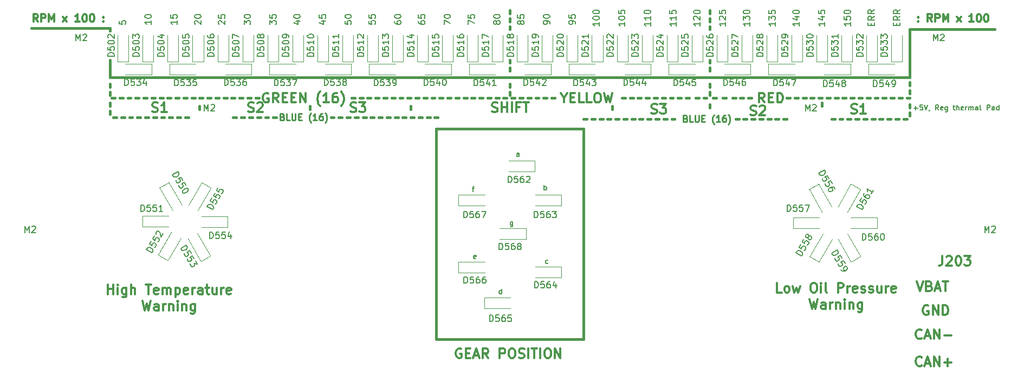
<source format=gto>
G04 #@! TF.GenerationSoftware,KiCad,Pcbnew,(5.0.2)-1*
G04 #@! TF.CreationDate,2019-03-20T17:04:55-04:00*
G04 #@! TF.ProjectId,FSAE Main Panel,46534145-204d-4616-996e-2050616e656c,rev?*
G04 #@! TF.SameCoordinates,Original*
G04 #@! TF.FileFunction,Legend,Top*
G04 #@! TF.FilePolarity,Positive*
%FSLAX46Y46*%
G04 Gerber Fmt 4.6, Leading zero omitted, Abs format (unit mm)*
G04 Created by KiCad (PCBNEW (5.0.2)-1) date 3/20/2019 5:04:55 PM*
%MOMM*%
%LPD*%
G01*
G04 APERTURE LIST*
%ADD10C,0.200000*%
%ADD11C,0.400000*%
%ADD12C,0.300000*%
%ADD13C,0.250000*%
%ADD14C,0.120000*%
%ADD15C,0.150000*%
G04 APERTURE END LIST*
D10*
X162921428Y-63578571D02*
X162921428Y-64226190D01*
X162883333Y-64302380D01*
X162845238Y-64340476D01*
X162769047Y-64378571D01*
X162654761Y-64378571D01*
X162578571Y-64340476D01*
X162921428Y-64073809D02*
X162845238Y-64111904D01*
X162692857Y-64111904D01*
X162616666Y-64073809D01*
X162578571Y-64035714D01*
X162540476Y-63959523D01*
X162540476Y-63730952D01*
X162578571Y-63654761D01*
X162616666Y-63616666D01*
X162692857Y-63578571D01*
X162845238Y-63578571D01*
X162921428Y-63616666D01*
X156597619Y-58328571D02*
X156902380Y-58328571D01*
X156711904Y-58861904D02*
X156711904Y-58176190D01*
X156750000Y-58100000D01*
X156826190Y-58061904D01*
X156902380Y-58061904D01*
X157152380Y-69323809D02*
X157076190Y-69361904D01*
X156923809Y-69361904D01*
X156847619Y-69323809D01*
X156809523Y-69247619D01*
X156809523Y-68942857D01*
X156847619Y-68866666D01*
X156923809Y-68828571D01*
X157076190Y-68828571D01*
X157152380Y-68866666D01*
X157190476Y-68942857D01*
X157190476Y-69019047D01*
X156809523Y-69095238D01*
X161171428Y-74861904D02*
X161171428Y-74061904D01*
X161171428Y-74823809D02*
X161095238Y-74861904D01*
X160942857Y-74861904D01*
X160866666Y-74823809D01*
X160828571Y-74785714D01*
X160790476Y-74709523D01*
X160790476Y-74480952D01*
X160828571Y-74404761D01*
X160866666Y-74366666D01*
X160942857Y-74328571D01*
X161095238Y-74328571D01*
X161171428Y-74366666D01*
X168440476Y-70073809D02*
X168364285Y-70111904D01*
X168211904Y-70111904D01*
X168135714Y-70073809D01*
X168097619Y-70035714D01*
X168059523Y-69959523D01*
X168059523Y-69730952D01*
X168097619Y-69654761D01*
X168135714Y-69616666D01*
X168211904Y-69578571D01*
X168364285Y-69578571D01*
X168440476Y-69616666D01*
X167828571Y-58611904D02*
X167828571Y-57811904D01*
X167828571Y-58116666D02*
X167904761Y-58078571D01*
X168057142Y-58078571D01*
X168133333Y-58116666D01*
X168171428Y-58154761D01*
X168209523Y-58230952D01*
X168209523Y-58459523D01*
X168171428Y-58535714D01*
X168133333Y-58573809D01*
X168057142Y-58611904D01*
X167904761Y-58611904D01*
X167828571Y-58573809D01*
X163921428Y-53361904D02*
X163921428Y-52942857D01*
X163883333Y-52866666D01*
X163807142Y-52828571D01*
X163654761Y-52828571D01*
X163578571Y-52866666D01*
X163921428Y-53323809D02*
X163845238Y-53361904D01*
X163654761Y-53361904D01*
X163578571Y-53323809D01*
X163540476Y-53247619D01*
X163540476Y-53171428D01*
X163578571Y-53095238D01*
X163654761Y-53057142D01*
X163845238Y-53057142D01*
X163921428Y-53019047D01*
D11*
X178500000Y-45500000D02*
X178500000Y-46000000D01*
X193750000Y-45250000D02*
X193750000Y-45750000D01*
X211250000Y-45000000D02*
X211250000Y-45500000D01*
X147000000Y-45500000D02*
X147000000Y-46000000D01*
X131250000Y-45500000D02*
X131250000Y-46000000D01*
X114000000Y-45500000D02*
X114000000Y-46000000D01*
D12*
X159714285Y-46357142D02*
X159928571Y-46428571D01*
X160285714Y-46428571D01*
X160428571Y-46357142D01*
X160500000Y-46285714D01*
X160571428Y-46142857D01*
X160571428Y-46000000D01*
X160500000Y-45857142D01*
X160428571Y-45785714D01*
X160285714Y-45714285D01*
X160000000Y-45642857D01*
X159857142Y-45571428D01*
X159785714Y-45500000D01*
X159714285Y-45357142D01*
X159714285Y-45214285D01*
X159785714Y-45071428D01*
X159857142Y-45000000D01*
X160000000Y-44928571D01*
X160357142Y-44928571D01*
X160571428Y-45000000D01*
X161214285Y-46428571D02*
X161214285Y-44928571D01*
X161214285Y-45642857D02*
X162071428Y-45642857D01*
X162071428Y-46428571D02*
X162071428Y-44928571D01*
X162785714Y-46428571D02*
X162785714Y-44928571D01*
X164000000Y-45642857D02*
X163500000Y-45642857D01*
X163500000Y-46428571D02*
X163500000Y-44928571D01*
X164214285Y-44928571D01*
X164571428Y-44928571D02*
X165428571Y-44928571D01*
X165000000Y-46428571D02*
X165000000Y-44928571D01*
X137607142Y-46357142D02*
X137821428Y-46428571D01*
X138178571Y-46428571D01*
X138321428Y-46357142D01*
X138392857Y-46285714D01*
X138464285Y-46142857D01*
X138464285Y-46000000D01*
X138392857Y-45857142D01*
X138321428Y-45785714D01*
X138178571Y-45714285D01*
X137892857Y-45642857D01*
X137750000Y-45571428D01*
X137678571Y-45500000D01*
X137607142Y-45357142D01*
X137607142Y-45214285D01*
X137678571Y-45071428D01*
X137750000Y-45000000D01*
X137892857Y-44928571D01*
X138250000Y-44928571D01*
X138464285Y-45000000D01*
X138964285Y-44928571D02*
X139892857Y-44928571D01*
X139392857Y-45500000D01*
X139607142Y-45500000D01*
X139750000Y-45571428D01*
X139821428Y-45642857D01*
X139892857Y-45785714D01*
X139892857Y-46142857D01*
X139821428Y-46285714D01*
X139750000Y-46357142D01*
X139607142Y-46428571D01*
X139178571Y-46428571D01*
X139035714Y-46357142D01*
X138964285Y-46285714D01*
X184607142Y-46607142D02*
X184821428Y-46678571D01*
X185178571Y-46678571D01*
X185321428Y-46607142D01*
X185392857Y-46535714D01*
X185464285Y-46392857D01*
X185464285Y-46250000D01*
X185392857Y-46107142D01*
X185321428Y-46035714D01*
X185178571Y-45964285D01*
X184892857Y-45892857D01*
X184750000Y-45821428D01*
X184678571Y-45750000D01*
X184607142Y-45607142D01*
X184607142Y-45464285D01*
X184678571Y-45321428D01*
X184750000Y-45250000D01*
X184892857Y-45178571D01*
X185250000Y-45178571D01*
X185464285Y-45250000D01*
X185964285Y-45178571D02*
X186892857Y-45178571D01*
X186392857Y-45750000D01*
X186607142Y-45750000D01*
X186750000Y-45821428D01*
X186821428Y-45892857D01*
X186892857Y-46035714D01*
X186892857Y-46392857D01*
X186821428Y-46535714D01*
X186750000Y-46607142D01*
X186607142Y-46678571D01*
X186178571Y-46678571D01*
X186035714Y-46607142D01*
X185964285Y-46535714D01*
X200107142Y-46857142D02*
X200321428Y-46928571D01*
X200678571Y-46928571D01*
X200821428Y-46857142D01*
X200892857Y-46785714D01*
X200964285Y-46642857D01*
X200964285Y-46500000D01*
X200892857Y-46357142D01*
X200821428Y-46285714D01*
X200678571Y-46214285D01*
X200392857Y-46142857D01*
X200250000Y-46071428D01*
X200178571Y-46000000D01*
X200107142Y-45857142D01*
X200107142Y-45714285D01*
X200178571Y-45571428D01*
X200250000Y-45500000D01*
X200392857Y-45428571D01*
X200750000Y-45428571D01*
X200964285Y-45500000D01*
X201535714Y-45571428D02*
X201607142Y-45500000D01*
X201750000Y-45428571D01*
X202107142Y-45428571D01*
X202250000Y-45500000D01*
X202321428Y-45571428D01*
X202392857Y-45714285D01*
X202392857Y-45857142D01*
X202321428Y-46071428D01*
X201464285Y-46928571D01*
X202392857Y-46928571D01*
X121607142Y-46357142D02*
X121821428Y-46428571D01*
X122178571Y-46428571D01*
X122321428Y-46357142D01*
X122392857Y-46285714D01*
X122464285Y-46142857D01*
X122464285Y-46000000D01*
X122392857Y-45857142D01*
X122321428Y-45785714D01*
X122178571Y-45714285D01*
X121892857Y-45642857D01*
X121750000Y-45571428D01*
X121678571Y-45500000D01*
X121607142Y-45357142D01*
X121607142Y-45214285D01*
X121678571Y-45071428D01*
X121750000Y-45000000D01*
X121892857Y-44928571D01*
X122250000Y-44928571D01*
X122464285Y-45000000D01*
X123035714Y-45071428D02*
X123107142Y-45000000D01*
X123250000Y-44928571D01*
X123607142Y-44928571D01*
X123750000Y-45000000D01*
X123821428Y-45071428D01*
X123892857Y-45214285D01*
X123892857Y-45357142D01*
X123821428Y-45571428D01*
X122964285Y-46428571D01*
X123892857Y-46428571D01*
X106607142Y-46357142D02*
X106821428Y-46428571D01*
X107178571Y-46428571D01*
X107321428Y-46357142D01*
X107392857Y-46285714D01*
X107464285Y-46142857D01*
X107464285Y-46000000D01*
X107392857Y-45857142D01*
X107321428Y-45785714D01*
X107178571Y-45714285D01*
X106892857Y-45642857D01*
X106750000Y-45571428D01*
X106678571Y-45500000D01*
X106607142Y-45357142D01*
X106607142Y-45214285D01*
X106678571Y-45071428D01*
X106750000Y-45000000D01*
X106892857Y-44928571D01*
X107250000Y-44928571D01*
X107464285Y-45000000D01*
X108892857Y-46428571D02*
X108035714Y-46428571D01*
X108464285Y-46428571D02*
X108464285Y-44928571D01*
X108321428Y-45142857D01*
X108178571Y-45285714D01*
X108035714Y-45357142D01*
X215857142Y-46607142D02*
X216071428Y-46678571D01*
X216428571Y-46678571D01*
X216571428Y-46607142D01*
X216642857Y-46535714D01*
X216714285Y-46392857D01*
X216714285Y-46250000D01*
X216642857Y-46107142D01*
X216571428Y-46035714D01*
X216428571Y-45964285D01*
X216142857Y-45892857D01*
X216000000Y-45821428D01*
X215928571Y-45750000D01*
X215857142Y-45607142D01*
X215857142Y-45464285D01*
X215928571Y-45321428D01*
X216000000Y-45250000D01*
X216142857Y-45178571D01*
X216500000Y-45178571D01*
X216714285Y-45250000D01*
X218142857Y-46678571D02*
X217285714Y-46678571D01*
X217714285Y-46678571D02*
X217714285Y-45178571D01*
X217571428Y-45392857D01*
X217428571Y-45535714D01*
X217285714Y-45607142D01*
D11*
X145750000Y-47250000D02*
X146250000Y-47250000D01*
X135750000Y-47250000D02*
X136250000Y-47250000D01*
X148250000Y-47250000D02*
X148750000Y-47250000D01*
X138250000Y-47250000D02*
X138750000Y-47250000D01*
X147000000Y-47250000D02*
X147500000Y-47250000D01*
X150750000Y-47250000D02*
X151250000Y-47250000D01*
X139500000Y-47250000D02*
X140000000Y-47250000D01*
X149500000Y-47250000D02*
X150000000Y-47250000D01*
X142000000Y-47250000D02*
X142500000Y-47250000D01*
X140750000Y-47250000D02*
X141250000Y-47250000D01*
X144500000Y-47250000D02*
X145000000Y-47250000D01*
X143250000Y-47250000D02*
X143750000Y-47250000D01*
X134500000Y-47250000D02*
X135000000Y-47250000D01*
X137000000Y-47250000D02*
X137500000Y-47250000D01*
X124250000Y-47250000D02*
X124750000Y-47250000D01*
X125500000Y-47250000D02*
X126000000Y-47250000D01*
X120500000Y-47250000D02*
X121000000Y-47250000D01*
X119250000Y-47250000D02*
X119750000Y-47250000D01*
X123000000Y-47250000D02*
X123500000Y-47250000D01*
X121750000Y-47250000D02*
X122250000Y-47250000D01*
X111750000Y-47250000D02*
X112250000Y-47250000D01*
X101750000Y-47250000D02*
X102250000Y-47250000D01*
X104250000Y-47250000D02*
X104750000Y-47250000D01*
X105500000Y-47250000D02*
X106000000Y-47250000D01*
X108000000Y-47250000D02*
X108500000Y-47250000D01*
X106750000Y-47250000D02*
X107250000Y-47250000D01*
X110500000Y-47250000D02*
X111000000Y-47250000D01*
X109250000Y-47250000D02*
X109750000Y-47250000D01*
X100500000Y-47250000D02*
X101000000Y-47250000D01*
X103000000Y-47250000D02*
X103500000Y-47250000D01*
X184000000Y-47500000D02*
X184500000Y-47500000D01*
X174000000Y-47500000D02*
X174500000Y-47500000D01*
X186500000Y-47500000D02*
X187000000Y-47500000D01*
X176500000Y-47500000D02*
X177000000Y-47500000D01*
X185250000Y-47500000D02*
X185750000Y-47500000D01*
X177750000Y-47500000D02*
X178250000Y-47500000D01*
X187750000Y-47500000D02*
X188250000Y-47500000D01*
X180250000Y-47500000D02*
X180750000Y-47500000D01*
X179000000Y-47500000D02*
X179500000Y-47500000D01*
X182750000Y-47500000D02*
X183250000Y-47500000D01*
X181500000Y-47500000D02*
X182000000Y-47500000D01*
X175250000Y-47500000D02*
X175750000Y-47500000D01*
X201500000Y-47500000D02*
X202000000Y-47500000D01*
X204000000Y-47500000D02*
X204500000Y-47500000D01*
X202750000Y-47500000D02*
X203250000Y-47500000D01*
X205250000Y-47500000D02*
X205750000Y-47500000D01*
X197750000Y-47500000D02*
X198250000Y-47500000D01*
X200250000Y-47500000D02*
X200750000Y-47500000D01*
X199000000Y-47500000D02*
X199500000Y-47500000D01*
X219000000Y-47500000D02*
X219500000Y-47500000D01*
X221500000Y-47500000D02*
X222000000Y-47500000D01*
X220250000Y-47500000D02*
X220750000Y-47500000D01*
X224000000Y-47500000D02*
X224500000Y-47500000D01*
X212750000Y-47500000D02*
X213250000Y-47500000D01*
X222750000Y-47500000D02*
X223250000Y-47500000D01*
X215250000Y-47500000D02*
X215750000Y-47500000D01*
X214000000Y-47500000D02*
X214500000Y-47500000D01*
X217750000Y-47500000D02*
X218250000Y-47500000D01*
X216500000Y-47500000D02*
X217000000Y-47500000D01*
D13*
X189940476Y-47428571D02*
X190083333Y-47476190D01*
X190130952Y-47523809D01*
X190178571Y-47619047D01*
X190178571Y-47761904D01*
X190130952Y-47857142D01*
X190083333Y-47904761D01*
X189988095Y-47952380D01*
X189607142Y-47952380D01*
X189607142Y-46952380D01*
X189940476Y-46952380D01*
X190035714Y-47000000D01*
X190083333Y-47047619D01*
X190130952Y-47142857D01*
X190130952Y-47238095D01*
X190083333Y-47333333D01*
X190035714Y-47380952D01*
X189940476Y-47428571D01*
X189607142Y-47428571D01*
X191083333Y-47952380D02*
X190607142Y-47952380D01*
X190607142Y-46952380D01*
X191416666Y-46952380D02*
X191416666Y-47761904D01*
X191464285Y-47857142D01*
X191511904Y-47904761D01*
X191607142Y-47952380D01*
X191797619Y-47952380D01*
X191892857Y-47904761D01*
X191940476Y-47857142D01*
X191988095Y-47761904D01*
X191988095Y-46952380D01*
X192464285Y-47428571D02*
X192797619Y-47428571D01*
X192940476Y-47952380D02*
X192464285Y-47952380D01*
X192464285Y-46952380D01*
X192940476Y-46952380D01*
X194416666Y-48333333D02*
X194369047Y-48285714D01*
X194273809Y-48142857D01*
X194226190Y-48047619D01*
X194178571Y-47904761D01*
X194130952Y-47666666D01*
X194130952Y-47476190D01*
X194178571Y-47238095D01*
X194226190Y-47095238D01*
X194273809Y-47000000D01*
X194369047Y-46857142D01*
X194416666Y-46809523D01*
X195321428Y-47952380D02*
X194750000Y-47952380D01*
X195035714Y-47952380D02*
X195035714Y-46952380D01*
X194940476Y-47095238D01*
X194845238Y-47190476D01*
X194750000Y-47238095D01*
X196178571Y-46952380D02*
X195988095Y-46952380D01*
X195892857Y-47000000D01*
X195845238Y-47047619D01*
X195750000Y-47190476D01*
X195702380Y-47380952D01*
X195702380Y-47761904D01*
X195750000Y-47857142D01*
X195797619Y-47904761D01*
X195892857Y-47952380D01*
X196083333Y-47952380D01*
X196178571Y-47904761D01*
X196226190Y-47857142D01*
X196273809Y-47761904D01*
X196273809Y-47523809D01*
X196226190Y-47428571D01*
X196178571Y-47380952D01*
X196083333Y-47333333D01*
X195892857Y-47333333D01*
X195797619Y-47380952D01*
X195750000Y-47428571D01*
X195702380Y-47523809D01*
X196607142Y-48333333D02*
X196654761Y-48285714D01*
X196750000Y-48142857D01*
X196797619Y-48047619D01*
X196845238Y-47904761D01*
X196892857Y-47666666D01*
X196892857Y-47476190D01*
X196845238Y-47238095D01*
X196797619Y-47095238D01*
X196750000Y-47000000D01*
X196654761Y-46857142D01*
X196607142Y-46809523D01*
X126940476Y-47178571D02*
X127083333Y-47226190D01*
X127130952Y-47273809D01*
X127178571Y-47369047D01*
X127178571Y-47511904D01*
X127130952Y-47607142D01*
X127083333Y-47654761D01*
X126988095Y-47702380D01*
X126607142Y-47702380D01*
X126607142Y-46702380D01*
X126940476Y-46702380D01*
X127035714Y-46750000D01*
X127083333Y-46797619D01*
X127130952Y-46892857D01*
X127130952Y-46988095D01*
X127083333Y-47083333D01*
X127035714Y-47130952D01*
X126940476Y-47178571D01*
X126607142Y-47178571D01*
X128083333Y-47702380D02*
X127607142Y-47702380D01*
X127607142Y-46702380D01*
X128416666Y-46702380D02*
X128416666Y-47511904D01*
X128464285Y-47607142D01*
X128511904Y-47654761D01*
X128607142Y-47702380D01*
X128797619Y-47702380D01*
X128892857Y-47654761D01*
X128940476Y-47607142D01*
X128988095Y-47511904D01*
X128988095Y-46702380D01*
X129464285Y-47178571D02*
X129797619Y-47178571D01*
X129940476Y-47702380D02*
X129464285Y-47702380D01*
X129464285Y-46702380D01*
X129940476Y-46702380D01*
X131416666Y-48083333D02*
X131369047Y-48035714D01*
X131273809Y-47892857D01*
X131226190Y-47797619D01*
X131178571Y-47654761D01*
X131130952Y-47416666D01*
X131130952Y-47226190D01*
X131178571Y-46988095D01*
X131226190Y-46845238D01*
X131273809Y-46750000D01*
X131369047Y-46607142D01*
X131416666Y-46559523D01*
X132321428Y-47702380D02*
X131750000Y-47702380D01*
X132035714Y-47702380D02*
X132035714Y-46702380D01*
X131940476Y-46845238D01*
X131845238Y-46940476D01*
X131750000Y-46988095D01*
X133178571Y-46702380D02*
X132988095Y-46702380D01*
X132892857Y-46750000D01*
X132845238Y-46797619D01*
X132750000Y-46940476D01*
X132702380Y-47130952D01*
X132702380Y-47511904D01*
X132750000Y-47607142D01*
X132797619Y-47654761D01*
X132892857Y-47702380D01*
X133083333Y-47702380D01*
X133178571Y-47654761D01*
X133226190Y-47607142D01*
X133273809Y-47511904D01*
X133273809Y-47273809D01*
X133226190Y-47178571D01*
X133178571Y-47130952D01*
X133083333Y-47083333D01*
X132892857Y-47083333D01*
X132797619Y-47130952D01*
X132750000Y-47178571D01*
X132702380Y-47273809D01*
X133607142Y-48083333D02*
X133654761Y-48035714D01*
X133750000Y-47892857D01*
X133797619Y-47797619D01*
X133845238Y-47654761D01*
X133892857Y-47416666D01*
X133892857Y-47226190D01*
X133845238Y-46988095D01*
X133797619Y-46845238D01*
X133750000Y-46750000D01*
X133654761Y-46607142D01*
X133607142Y-46559523D01*
D11*
X100000000Y-46250000D02*
X100000000Y-46750000D01*
X100000000Y-45000000D02*
X100000000Y-45500000D01*
X225000000Y-46500000D02*
X225000000Y-47000000D01*
X225000000Y-45250000D02*
X225000000Y-45750000D01*
X100000000Y-33250000D02*
X100000000Y-33750000D01*
X87750000Y-33250000D02*
X100000000Y-33250000D01*
X225000000Y-33500000D02*
X238250000Y-33500000D01*
D12*
X226292857Y-32178571D02*
X226350000Y-32235714D01*
X226292857Y-32292857D01*
X226235714Y-32235714D01*
X226292857Y-32178571D01*
X226292857Y-32292857D01*
X226292857Y-31550000D02*
X226350000Y-31607142D01*
X226292857Y-31664285D01*
X226235714Y-31607142D01*
X226292857Y-31550000D01*
X226292857Y-31664285D01*
X228464285Y-32292857D02*
X228064285Y-31721428D01*
X227778571Y-32292857D02*
X227778571Y-31092857D01*
X228235714Y-31092857D01*
X228350000Y-31150000D01*
X228407142Y-31207142D01*
X228464285Y-31321428D01*
X228464285Y-31492857D01*
X228407142Y-31607142D01*
X228350000Y-31664285D01*
X228235714Y-31721428D01*
X227778571Y-31721428D01*
X228978571Y-32292857D02*
X228978571Y-31092857D01*
X229435714Y-31092857D01*
X229550000Y-31150000D01*
X229607142Y-31207142D01*
X229664285Y-31321428D01*
X229664285Y-31492857D01*
X229607142Y-31607142D01*
X229550000Y-31664285D01*
X229435714Y-31721428D01*
X228978571Y-31721428D01*
X230178571Y-32292857D02*
X230178571Y-31092857D01*
X230578571Y-31950000D01*
X230978571Y-31092857D01*
X230978571Y-32292857D01*
X232350000Y-32292857D02*
X232978571Y-31492857D01*
X232350000Y-31492857D02*
X232978571Y-32292857D01*
X234978571Y-32292857D02*
X234292857Y-32292857D01*
X234635714Y-32292857D02*
X234635714Y-31092857D01*
X234521428Y-31264285D01*
X234407142Y-31378571D01*
X234292857Y-31435714D01*
X235721428Y-31092857D02*
X235835714Y-31092857D01*
X235950000Y-31150000D01*
X236007142Y-31207142D01*
X236064285Y-31321428D01*
X236121428Y-31550000D01*
X236121428Y-31835714D01*
X236064285Y-32064285D01*
X236007142Y-32178571D01*
X235950000Y-32235714D01*
X235835714Y-32292857D01*
X235721428Y-32292857D01*
X235607142Y-32235714D01*
X235550000Y-32178571D01*
X235492857Y-32064285D01*
X235435714Y-31835714D01*
X235435714Y-31550000D01*
X235492857Y-31321428D01*
X235550000Y-31207142D01*
X235607142Y-31150000D01*
X235721428Y-31092857D01*
X236864285Y-31092857D02*
X236978571Y-31092857D01*
X237092857Y-31150000D01*
X237150000Y-31207142D01*
X237207142Y-31321428D01*
X237264285Y-31550000D01*
X237264285Y-31835714D01*
X237207142Y-32064285D01*
X237150000Y-32178571D01*
X237092857Y-32235714D01*
X236978571Y-32292857D01*
X236864285Y-32292857D01*
X236750000Y-32235714D01*
X236692857Y-32178571D01*
X236635714Y-32064285D01*
X236578571Y-31835714D01*
X236578571Y-31550000D01*
X236635714Y-31321428D01*
X236692857Y-31207142D01*
X236750000Y-31150000D01*
X236864285Y-31092857D01*
X88728571Y-32292857D02*
X88328571Y-31721428D01*
X88042857Y-32292857D02*
X88042857Y-31092857D01*
X88500000Y-31092857D01*
X88614285Y-31150000D01*
X88671428Y-31207142D01*
X88728571Y-31321428D01*
X88728571Y-31492857D01*
X88671428Y-31607142D01*
X88614285Y-31664285D01*
X88500000Y-31721428D01*
X88042857Y-31721428D01*
X89242857Y-32292857D02*
X89242857Y-31092857D01*
X89700000Y-31092857D01*
X89814285Y-31150000D01*
X89871428Y-31207142D01*
X89928571Y-31321428D01*
X89928571Y-31492857D01*
X89871428Y-31607142D01*
X89814285Y-31664285D01*
X89700000Y-31721428D01*
X89242857Y-31721428D01*
X90442857Y-32292857D02*
X90442857Y-31092857D01*
X90842857Y-31950000D01*
X91242857Y-31092857D01*
X91242857Y-32292857D01*
X92614285Y-32292857D02*
X93242857Y-31492857D01*
X92614285Y-31492857D02*
X93242857Y-32292857D01*
X95242857Y-32292857D02*
X94557142Y-32292857D01*
X94900000Y-32292857D02*
X94900000Y-31092857D01*
X94785714Y-31264285D01*
X94671428Y-31378571D01*
X94557142Y-31435714D01*
X95985714Y-31092857D02*
X96100000Y-31092857D01*
X96214285Y-31150000D01*
X96271428Y-31207142D01*
X96328571Y-31321428D01*
X96385714Y-31550000D01*
X96385714Y-31835714D01*
X96328571Y-32064285D01*
X96271428Y-32178571D01*
X96214285Y-32235714D01*
X96100000Y-32292857D01*
X95985714Y-32292857D01*
X95871428Y-32235714D01*
X95814285Y-32178571D01*
X95757142Y-32064285D01*
X95700000Y-31835714D01*
X95700000Y-31550000D01*
X95757142Y-31321428D01*
X95814285Y-31207142D01*
X95871428Y-31150000D01*
X95985714Y-31092857D01*
X97128571Y-31092857D02*
X97242857Y-31092857D01*
X97357142Y-31150000D01*
X97414285Y-31207142D01*
X97471428Y-31321428D01*
X97528571Y-31550000D01*
X97528571Y-31835714D01*
X97471428Y-32064285D01*
X97414285Y-32178571D01*
X97357142Y-32235714D01*
X97242857Y-32292857D01*
X97128571Y-32292857D01*
X97014285Y-32235714D01*
X96957142Y-32178571D01*
X96900000Y-32064285D01*
X96842857Y-31835714D01*
X96842857Y-31550000D01*
X96900000Y-31321428D01*
X96957142Y-31207142D01*
X97014285Y-31150000D01*
X97128571Y-31092857D01*
X98957142Y-32178571D02*
X99014285Y-32235714D01*
X98957142Y-32292857D01*
X98900000Y-32235714D01*
X98957142Y-32178571D01*
X98957142Y-32292857D01*
X98957142Y-31550000D02*
X99014285Y-31607142D01*
X98957142Y-31664285D01*
X98900000Y-31607142D01*
X98957142Y-31550000D01*
X98957142Y-31664285D01*
D11*
X120250000Y-44250000D02*
X120750000Y-44250000D01*
X121500000Y-44250000D02*
X122000000Y-44250000D01*
X122750000Y-44250000D02*
X123250000Y-44250000D01*
X119000000Y-44250000D02*
X119500000Y-44250000D01*
X137750000Y-44250000D02*
X138250000Y-44250000D01*
X139000000Y-44250000D02*
X139500000Y-44250000D01*
X147750000Y-44250000D02*
X148250000Y-44250000D01*
X150250000Y-44250000D02*
X150750000Y-44250000D01*
X149000000Y-44250000D02*
X149500000Y-44250000D01*
X142750000Y-44250000D02*
X143250000Y-44250000D01*
X140250000Y-44250000D02*
X140750000Y-44250000D01*
X144000000Y-44250000D02*
X144500000Y-44250000D01*
X145250000Y-44250000D02*
X145750000Y-44250000D01*
X146500000Y-44250000D02*
X147000000Y-44250000D01*
X141500000Y-44250000D02*
X142000000Y-44250000D01*
X159000000Y-44250000D02*
X159500000Y-44250000D01*
X161500000Y-44250000D02*
X162000000Y-44250000D01*
X160250000Y-44250000D02*
X160750000Y-44250000D01*
X154000000Y-44250000D02*
X154500000Y-44250000D01*
X151500000Y-44250000D02*
X152000000Y-44250000D01*
X155250000Y-44250000D02*
X155750000Y-44250000D01*
X156500000Y-44250000D02*
X157000000Y-44250000D01*
X157750000Y-44250000D02*
X158250000Y-44250000D01*
X152750000Y-44250000D02*
X153250000Y-44250000D01*
X115250000Y-44250000D02*
X115750000Y-44250000D01*
X117750000Y-44250000D02*
X118250000Y-44250000D01*
X116500000Y-44250000D02*
X117000000Y-44250000D01*
X110250000Y-44250000D02*
X110750000Y-44250000D01*
X107750000Y-44250000D02*
X108250000Y-44250000D01*
X111500000Y-44250000D02*
X112000000Y-44250000D01*
X112750000Y-44250000D02*
X113250000Y-44250000D01*
X114000000Y-44250000D02*
X114500000Y-44250000D01*
X109000000Y-44250000D02*
X109500000Y-44250000D01*
D12*
X124750000Y-43500000D02*
X124607142Y-43428571D01*
X124392857Y-43428571D01*
X124178571Y-43500000D01*
X124035714Y-43642857D01*
X123964285Y-43785714D01*
X123892857Y-44071428D01*
X123892857Y-44285714D01*
X123964285Y-44571428D01*
X124035714Y-44714285D01*
X124178571Y-44857142D01*
X124392857Y-44928571D01*
X124535714Y-44928571D01*
X124750000Y-44857142D01*
X124821428Y-44785714D01*
X124821428Y-44285714D01*
X124535714Y-44285714D01*
X126321428Y-44928571D02*
X125821428Y-44214285D01*
X125464285Y-44928571D02*
X125464285Y-43428571D01*
X126035714Y-43428571D01*
X126178571Y-43500000D01*
X126250000Y-43571428D01*
X126321428Y-43714285D01*
X126321428Y-43928571D01*
X126250000Y-44071428D01*
X126178571Y-44142857D01*
X126035714Y-44214285D01*
X125464285Y-44214285D01*
X126964285Y-44142857D02*
X127464285Y-44142857D01*
X127678571Y-44928571D02*
X126964285Y-44928571D01*
X126964285Y-43428571D01*
X127678571Y-43428571D01*
X128321428Y-44142857D02*
X128821428Y-44142857D01*
X129035714Y-44928571D02*
X128321428Y-44928571D01*
X128321428Y-43428571D01*
X129035714Y-43428571D01*
X129678571Y-44928571D02*
X129678571Y-43428571D01*
X130535714Y-44928571D01*
X130535714Y-43428571D01*
X132821428Y-45500000D02*
X132750000Y-45428571D01*
X132607142Y-45214285D01*
X132535714Y-45071428D01*
X132464285Y-44857142D01*
X132392857Y-44500000D01*
X132392857Y-44214285D01*
X132464285Y-43857142D01*
X132535714Y-43642857D01*
X132607142Y-43500000D01*
X132750000Y-43285714D01*
X132821428Y-43214285D01*
X134178571Y-44928571D02*
X133321428Y-44928571D01*
X133750000Y-44928571D02*
X133750000Y-43428571D01*
X133607142Y-43642857D01*
X133464285Y-43785714D01*
X133321428Y-43857142D01*
X135464285Y-43428571D02*
X135178571Y-43428571D01*
X135035714Y-43500000D01*
X134964285Y-43571428D01*
X134821428Y-43785714D01*
X134750000Y-44071428D01*
X134750000Y-44642857D01*
X134821428Y-44785714D01*
X134892857Y-44857142D01*
X135035714Y-44928571D01*
X135321428Y-44928571D01*
X135464285Y-44857142D01*
X135535714Y-44785714D01*
X135607142Y-44642857D01*
X135607142Y-44285714D01*
X135535714Y-44142857D01*
X135464285Y-44071428D01*
X135321428Y-44000000D01*
X135035714Y-44000000D01*
X134892857Y-44071428D01*
X134821428Y-44142857D01*
X134750000Y-44285714D01*
X136107142Y-45500000D02*
X136178571Y-45428571D01*
X136321428Y-45214285D01*
X136392857Y-45071428D01*
X136464285Y-44857142D01*
X136535714Y-44500000D01*
X136535714Y-44214285D01*
X136464285Y-43857142D01*
X136392857Y-43642857D01*
X136321428Y-43500000D01*
X136178571Y-43285714D01*
X136107142Y-43214285D01*
D11*
X104000000Y-44250000D02*
X104500000Y-44250000D01*
X105250000Y-44250000D02*
X105750000Y-44250000D01*
X100250000Y-44250000D02*
X100750000Y-44250000D01*
X102750000Y-44250000D02*
X103250000Y-44250000D01*
X100000000Y-42000000D02*
X100000000Y-42500000D01*
X101500000Y-44250000D02*
X102000000Y-44250000D01*
X100000000Y-43250000D02*
X100000000Y-43750000D01*
X106500000Y-44250000D02*
X107000000Y-44250000D01*
D12*
X170964285Y-44214285D02*
X170964285Y-44928571D01*
X170464285Y-43428571D02*
X170964285Y-44214285D01*
X171464285Y-43428571D01*
X171964285Y-44142857D02*
X172464285Y-44142857D01*
X172678571Y-44928571D02*
X171964285Y-44928571D01*
X171964285Y-43428571D01*
X172678571Y-43428571D01*
X174035714Y-44928571D02*
X173321428Y-44928571D01*
X173321428Y-43428571D01*
X175250000Y-44928571D02*
X174535714Y-44928571D01*
X174535714Y-43428571D01*
X176035714Y-43428571D02*
X176321428Y-43428571D01*
X176464285Y-43500000D01*
X176607142Y-43642857D01*
X176678571Y-43928571D01*
X176678571Y-44428571D01*
X176607142Y-44714285D01*
X176464285Y-44857142D01*
X176321428Y-44928571D01*
X176035714Y-44928571D01*
X175892857Y-44857142D01*
X175750000Y-44714285D01*
X175678571Y-44428571D01*
X175678571Y-43928571D01*
X175750000Y-43642857D01*
X175892857Y-43500000D01*
X176035714Y-43428571D01*
X177178571Y-43428571D02*
X177535714Y-44928571D01*
X177821428Y-43857142D01*
X178107142Y-44928571D01*
X178464285Y-43428571D01*
D11*
X162500000Y-33000000D02*
X162500000Y-33500000D01*
X162500000Y-31750000D02*
X162500000Y-32250000D01*
X162500000Y-30500000D02*
X162500000Y-31000000D01*
X187500000Y-44250000D02*
X188000000Y-44250000D01*
X190000000Y-44250000D02*
X190500000Y-44250000D01*
X180000000Y-44250000D02*
X180500000Y-44250000D01*
X188750000Y-44250000D02*
X189250000Y-44250000D01*
X192750000Y-44250000D02*
X193250000Y-44250000D01*
X181250000Y-44250000D02*
X181750000Y-44250000D01*
X191500000Y-44250000D02*
X192000000Y-44250000D01*
X183750000Y-44250000D02*
X184250000Y-44250000D01*
X182500000Y-44250000D02*
X183000000Y-44250000D01*
X186250000Y-44250000D02*
X186750000Y-44250000D01*
X185000000Y-44250000D02*
X185500000Y-44250000D01*
X165250000Y-44250000D02*
X165750000Y-44250000D01*
X162500000Y-43250000D02*
X162500000Y-43750000D01*
X162500000Y-39500000D02*
X162500000Y-40000000D01*
X162500000Y-38250000D02*
X162500000Y-38750000D01*
X167750000Y-44250000D02*
X168250000Y-44250000D01*
X164000000Y-44250000D02*
X164500000Y-44250000D01*
X162750000Y-44250000D02*
X163250000Y-44250000D01*
X169000000Y-44250000D02*
X169500000Y-44250000D01*
X166500000Y-44250000D02*
X167000000Y-44250000D01*
X162500000Y-42000000D02*
X162500000Y-42500000D01*
X223250000Y-44250000D02*
X223750000Y-44250000D01*
X224500000Y-44250000D02*
X225000000Y-44250000D01*
X220750000Y-44250000D02*
X221250000Y-44250000D01*
X222000000Y-44250000D02*
X222500000Y-44250000D01*
X225000000Y-43000000D02*
X225000000Y-43500000D01*
X225000000Y-41750000D02*
X225000000Y-42250000D01*
X193750000Y-42000000D02*
X193750000Y-42500000D01*
X193750000Y-43250000D02*
X193750000Y-43750000D01*
X215750000Y-44250000D02*
X216250000Y-44250000D01*
X218250000Y-44250000D02*
X218750000Y-44250000D01*
X214500000Y-44250000D02*
X215000000Y-44250000D01*
X213250000Y-44250000D02*
X213750000Y-44250000D01*
X219500000Y-44250000D02*
X220000000Y-44250000D01*
X217000000Y-44250000D02*
X217500000Y-44250000D01*
X208250000Y-44250000D02*
X208750000Y-44250000D01*
X210750000Y-44250000D02*
X211250000Y-44250000D01*
X207000000Y-44250000D02*
X207500000Y-44250000D01*
X205750000Y-44250000D02*
X206250000Y-44250000D01*
X212000000Y-44250000D02*
X212500000Y-44250000D01*
X209500000Y-44250000D02*
X210000000Y-44250000D01*
X194250000Y-44250000D02*
X194750000Y-44250000D01*
X197250000Y-44250000D02*
X197750000Y-44250000D01*
X195750000Y-44250000D02*
X196250000Y-44250000D01*
X199750000Y-44250000D02*
X200250000Y-44250000D01*
X198500000Y-44250000D02*
X199000000Y-44250000D01*
D12*
X202285714Y-44928571D02*
X201785714Y-44214285D01*
X201428571Y-44928571D02*
X201428571Y-43428571D01*
X202000000Y-43428571D01*
X202142857Y-43500000D01*
X202214285Y-43571428D01*
X202285714Y-43714285D01*
X202285714Y-43928571D01*
X202214285Y-44071428D01*
X202142857Y-44142857D01*
X202000000Y-44214285D01*
X201428571Y-44214285D01*
X202928571Y-44142857D02*
X203428571Y-44142857D01*
X203642857Y-44928571D02*
X202928571Y-44928571D01*
X202928571Y-43428571D01*
X203642857Y-43428571D01*
X204285714Y-44928571D02*
X204285714Y-43428571D01*
X204642857Y-43428571D01*
X204857142Y-43500000D01*
X205000000Y-43642857D01*
X205071428Y-43785714D01*
X205142857Y-44071428D01*
X205142857Y-44285714D01*
X205071428Y-44571428D01*
X205000000Y-44714285D01*
X204857142Y-44857142D01*
X204642857Y-44928571D01*
X204285714Y-44928571D01*
D11*
X193750000Y-39500000D02*
X193750000Y-40000000D01*
X193750000Y-38250000D02*
X193750000Y-38750000D01*
X193750000Y-33000000D02*
X193750000Y-33500000D01*
X193750000Y-31750000D02*
X193750000Y-32250000D01*
X193750000Y-30500000D02*
X193750000Y-31000000D01*
D12*
X154892857Y-83500000D02*
X154750000Y-83428571D01*
X154535714Y-83428571D01*
X154321428Y-83500000D01*
X154178571Y-83642857D01*
X154107142Y-83785714D01*
X154035714Y-84071428D01*
X154035714Y-84285714D01*
X154107142Y-84571428D01*
X154178571Y-84714285D01*
X154321428Y-84857142D01*
X154535714Y-84928571D01*
X154678571Y-84928571D01*
X154892857Y-84857142D01*
X154964285Y-84785714D01*
X154964285Y-84285714D01*
X154678571Y-84285714D01*
X155607142Y-84142857D02*
X156107142Y-84142857D01*
X156321428Y-84928571D02*
X155607142Y-84928571D01*
X155607142Y-83428571D01*
X156321428Y-83428571D01*
X156892857Y-84500000D02*
X157607142Y-84500000D01*
X156750000Y-84928571D02*
X157250000Y-83428571D01*
X157750000Y-84928571D01*
X159107142Y-84928571D02*
X158607142Y-84214285D01*
X158250000Y-84928571D02*
X158250000Y-83428571D01*
X158821428Y-83428571D01*
X158964285Y-83500000D01*
X159035714Y-83571428D01*
X159107142Y-83714285D01*
X159107142Y-83928571D01*
X159035714Y-84071428D01*
X158964285Y-84142857D01*
X158821428Y-84214285D01*
X158250000Y-84214285D01*
X160892857Y-84928571D02*
X160892857Y-83428571D01*
X161464285Y-83428571D01*
X161607142Y-83500000D01*
X161678571Y-83571428D01*
X161750000Y-83714285D01*
X161750000Y-83928571D01*
X161678571Y-84071428D01*
X161607142Y-84142857D01*
X161464285Y-84214285D01*
X160892857Y-84214285D01*
X162678571Y-83428571D02*
X162964285Y-83428571D01*
X163107142Y-83500000D01*
X163250000Y-83642857D01*
X163321428Y-83928571D01*
X163321428Y-84428571D01*
X163250000Y-84714285D01*
X163107142Y-84857142D01*
X162964285Y-84928571D01*
X162678571Y-84928571D01*
X162535714Y-84857142D01*
X162392857Y-84714285D01*
X162321428Y-84428571D01*
X162321428Y-83928571D01*
X162392857Y-83642857D01*
X162535714Y-83500000D01*
X162678571Y-83428571D01*
X163892857Y-84857142D02*
X164107142Y-84928571D01*
X164464285Y-84928571D01*
X164607142Y-84857142D01*
X164678571Y-84785714D01*
X164750000Y-84642857D01*
X164750000Y-84500000D01*
X164678571Y-84357142D01*
X164607142Y-84285714D01*
X164464285Y-84214285D01*
X164178571Y-84142857D01*
X164035714Y-84071428D01*
X163964285Y-84000000D01*
X163892857Y-83857142D01*
X163892857Y-83714285D01*
X163964285Y-83571428D01*
X164035714Y-83500000D01*
X164178571Y-83428571D01*
X164535714Y-83428571D01*
X164750000Y-83500000D01*
X165392857Y-84928571D02*
X165392857Y-83428571D01*
X165892857Y-83428571D02*
X166750000Y-83428571D01*
X166321428Y-84928571D02*
X166321428Y-83428571D01*
X167250000Y-84928571D02*
X167250000Y-83428571D01*
X168250000Y-83428571D02*
X168535714Y-83428571D01*
X168678571Y-83500000D01*
X168821428Y-83642857D01*
X168892857Y-83928571D01*
X168892857Y-84428571D01*
X168821428Y-84714285D01*
X168678571Y-84857142D01*
X168535714Y-84928571D01*
X168250000Y-84928571D01*
X168107142Y-84857142D01*
X167964285Y-84714285D01*
X167892857Y-84428571D01*
X167892857Y-83928571D01*
X167964285Y-83642857D01*
X168107142Y-83500000D01*
X168250000Y-83428571D01*
X169535714Y-84928571D02*
X169535714Y-83428571D01*
X170392857Y-84928571D01*
X170392857Y-83428571D01*
D11*
X151000000Y-82000000D02*
X151000000Y-49000000D01*
X174000000Y-82000000D02*
X151000000Y-82000000D01*
X174000000Y-49000000D02*
X174000000Y-82000000D01*
X151000000Y-49000000D02*
X174000000Y-49000000D01*
X100000000Y-41000000D02*
X100000000Y-38250000D01*
X225000000Y-41000000D02*
X100000000Y-41000000D01*
X225000000Y-33500000D02*
X225000000Y-41000000D01*
D10*
X222928571Y-32881904D02*
X222928571Y-32548571D01*
X223452380Y-32405714D02*
X223452380Y-32881904D01*
X222452380Y-32881904D01*
X222452380Y-32405714D01*
X223452380Y-31405714D02*
X222976190Y-31739047D01*
X223452380Y-31977142D02*
X222452380Y-31977142D01*
X222452380Y-31596190D01*
X222500000Y-31500952D01*
X222547619Y-31453333D01*
X222642857Y-31405714D01*
X222785714Y-31405714D01*
X222880952Y-31453333D01*
X222928571Y-31500952D01*
X222976190Y-31596190D01*
X222976190Y-31977142D01*
X223452380Y-30405714D02*
X222976190Y-30739047D01*
X223452380Y-30977142D02*
X222452380Y-30977142D01*
X222452380Y-30596190D01*
X222500000Y-30500952D01*
X222547619Y-30453333D01*
X222642857Y-30405714D01*
X222785714Y-30405714D01*
X222880952Y-30453333D01*
X222928571Y-30500952D01*
X222976190Y-30596190D01*
X222976190Y-30977142D01*
X218928571Y-32881904D02*
X218928571Y-32548571D01*
X219452380Y-32405714D02*
X219452380Y-32881904D01*
X218452380Y-32881904D01*
X218452380Y-32405714D01*
X219452380Y-31405714D02*
X218976190Y-31739047D01*
X219452380Y-31977142D02*
X218452380Y-31977142D01*
X218452380Y-31596190D01*
X218500000Y-31500952D01*
X218547619Y-31453333D01*
X218642857Y-31405714D01*
X218785714Y-31405714D01*
X218880952Y-31453333D01*
X218928571Y-31500952D01*
X218976190Y-31596190D01*
X218976190Y-31977142D01*
X219452380Y-30405714D02*
X218976190Y-30739047D01*
X219452380Y-30977142D02*
X218452380Y-30977142D01*
X218452380Y-30596190D01*
X218500000Y-30500952D01*
X218547619Y-30453333D01*
X218642857Y-30405714D01*
X218785714Y-30405714D01*
X218880952Y-30453333D01*
X218928571Y-30500952D01*
X218976190Y-30596190D01*
X218976190Y-30977142D01*
X215702380Y-32358095D02*
X215702380Y-32929523D01*
X215702380Y-32643809D02*
X214702380Y-32643809D01*
X214845238Y-32739047D01*
X214940476Y-32834285D01*
X214988095Y-32929523D01*
X214702380Y-31453333D02*
X214702380Y-31929523D01*
X215178571Y-31977142D01*
X215130952Y-31929523D01*
X215083333Y-31834285D01*
X215083333Y-31596190D01*
X215130952Y-31500952D01*
X215178571Y-31453333D01*
X215273809Y-31405714D01*
X215511904Y-31405714D01*
X215607142Y-31453333D01*
X215654761Y-31500952D01*
X215702380Y-31596190D01*
X215702380Y-31834285D01*
X215654761Y-31929523D01*
X215607142Y-31977142D01*
X214702380Y-30786666D02*
X214702380Y-30691428D01*
X214750000Y-30596190D01*
X214797619Y-30548571D01*
X214892857Y-30500952D01*
X215083333Y-30453333D01*
X215321428Y-30453333D01*
X215511904Y-30500952D01*
X215607142Y-30548571D01*
X215654761Y-30596190D01*
X215702380Y-30691428D01*
X215702380Y-30786666D01*
X215654761Y-30881904D01*
X215607142Y-30929523D01*
X215511904Y-30977142D01*
X215321428Y-31024761D01*
X215083333Y-31024761D01*
X214892857Y-30977142D01*
X214797619Y-30929523D01*
X214750000Y-30881904D01*
X214702380Y-30786666D01*
X211702380Y-32358095D02*
X211702380Y-32929523D01*
X211702380Y-32643809D02*
X210702380Y-32643809D01*
X210845238Y-32739047D01*
X210940476Y-32834285D01*
X210988095Y-32929523D01*
X211035714Y-31500952D02*
X211702380Y-31500952D01*
X210654761Y-31739047D02*
X211369047Y-31977142D01*
X211369047Y-31358095D01*
X210702380Y-30500952D02*
X210702380Y-30977142D01*
X211178571Y-31024761D01*
X211130952Y-30977142D01*
X211083333Y-30881904D01*
X211083333Y-30643809D01*
X211130952Y-30548571D01*
X211178571Y-30500952D01*
X211273809Y-30453333D01*
X211511904Y-30453333D01*
X211607142Y-30500952D01*
X211654761Y-30548571D01*
X211702380Y-30643809D01*
X211702380Y-30881904D01*
X211654761Y-30977142D01*
X211607142Y-31024761D01*
X207702380Y-32358095D02*
X207702380Y-32929523D01*
X207702380Y-32643809D02*
X206702380Y-32643809D01*
X206845238Y-32739047D01*
X206940476Y-32834285D01*
X206988095Y-32929523D01*
X207035714Y-31500952D02*
X207702380Y-31500952D01*
X206654761Y-31739047D02*
X207369047Y-31977142D01*
X207369047Y-31358095D01*
X206702380Y-30786666D02*
X206702380Y-30691428D01*
X206750000Y-30596190D01*
X206797619Y-30548571D01*
X206892857Y-30500952D01*
X207083333Y-30453333D01*
X207321428Y-30453333D01*
X207511904Y-30500952D01*
X207607142Y-30548571D01*
X207654761Y-30596190D01*
X207702380Y-30691428D01*
X207702380Y-30786666D01*
X207654761Y-30881904D01*
X207607142Y-30929523D01*
X207511904Y-30977142D01*
X207321428Y-31024761D01*
X207083333Y-31024761D01*
X206892857Y-30977142D01*
X206797619Y-30929523D01*
X206750000Y-30881904D01*
X206702380Y-30786666D01*
X203952380Y-32358095D02*
X203952380Y-32929523D01*
X203952380Y-32643809D02*
X202952380Y-32643809D01*
X203095238Y-32739047D01*
X203190476Y-32834285D01*
X203238095Y-32929523D01*
X202952380Y-32024761D02*
X202952380Y-31405714D01*
X203333333Y-31739047D01*
X203333333Y-31596190D01*
X203380952Y-31500952D01*
X203428571Y-31453333D01*
X203523809Y-31405714D01*
X203761904Y-31405714D01*
X203857142Y-31453333D01*
X203904761Y-31500952D01*
X203952380Y-31596190D01*
X203952380Y-31881904D01*
X203904761Y-31977142D01*
X203857142Y-32024761D01*
X202952380Y-30500952D02*
X202952380Y-30977142D01*
X203428571Y-31024761D01*
X203380952Y-30977142D01*
X203333333Y-30881904D01*
X203333333Y-30643809D01*
X203380952Y-30548571D01*
X203428571Y-30500952D01*
X203523809Y-30453333D01*
X203761904Y-30453333D01*
X203857142Y-30500952D01*
X203904761Y-30548571D01*
X203952380Y-30643809D01*
X203952380Y-30881904D01*
X203904761Y-30977142D01*
X203857142Y-31024761D01*
X199952380Y-32358095D02*
X199952380Y-32929523D01*
X199952380Y-32643809D02*
X198952380Y-32643809D01*
X199095238Y-32739047D01*
X199190476Y-32834285D01*
X199238095Y-32929523D01*
X198952380Y-32024761D02*
X198952380Y-31405714D01*
X199333333Y-31739047D01*
X199333333Y-31596190D01*
X199380952Y-31500952D01*
X199428571Y-31453333D01*
X199523809Y-31405714D01*
X199761904Y-31405714D01*
X199857142Y-31453333D01*
X199904761Y-31500952D01*
X199952380Y-31596190D01*
X199952380Y-31881904D01*
X199904761Y-31977142D01*
X199857142Y-32024761D01*
X198952380Y-30786666D02*
X198952380Y-30691428D01*
X199000000Y-30596190D01*
X199047619Y-30548571D01*
X199142857Y-30500952D01*
X199333333Y-30453333D01*
X199571428Y-30453333D01*
X199761904Y-30500952D01*
X199857142Y-30548571D01*
X199904761Y-30596190D01*
X199952380Y-30691428D01*
X199952380Y-30786666D01*
X199904761Y-30881904D01*
X199857142Y-30929523D01*
X199761904Y-30977142D01*
X199571428Y-31024761D01*
X199333333Y-31024761D01*
X199142857Y-30977142D01*
X199047619Y-30929523D01*
X199000000Y-30881904D01*
X198952380Y-30786666D01*
X196202380Y-32358095D02*
X196202380Y-32929523D01*
X196202380Y-32643809D02*
X195202380Y-32643809D01*
X195345238Y-32739047D01*
X195440476Y-32834285D01*
X195488095Y-32929523D01*
X195297619Y-31977142D02*
X195250000Y-31929523D01*
X195202380Y-31834285D01*
X195202380Y-31596190D01*
X195250000Y-31500952D01*
X195297619Y-31453333D01*
X195392857Y-31405714D01*
X195488095Y-31405714D01*
X195630952Y-31453333D01*
X196202380Y-32024761D01*
X196202380Y-31405714D01*
X195202380Y-30500952D02*
X195202380Y-30977142D01*
X195678571Y-31024761D01*
X195630952Y-30977142D01*
X195583333Y-30881904D01*
X195583333Y-30643809D01*
X195630952Y-30548571D01*
X195678571Y-30500952D01*
X195773809Y-30453333D01*
X196011904Y-30453333D01*
X196107142Y-30500952D01*
X196154761Y-30548571D01*
X196202380Y-30643809D01*
X196202380Y-30881904D01*
X196154761Y-30977142D01*
X196107142Y-31024761D01*
X192202380Y-32358095D02*
X192202380Y-32929523D01*
X192202380Y-32643809D02*
X191202380Y-32643809D01*
X191345238Y-32739047D01*
X191440476Y-32834285D01*
X191488095Y-32929523D01*
X191297619Y-31977142D02*
X191250000Y-31929523D01*
X191202380Y-31834285D01*
X191202380Y-31596190D01*
X191250000Y-31500952D01*
X191297619Y-31453333D01*
X191392857Y-31405714D01*
X191488095Y-31405714D01*
X191630952Y-31453333D01*
X192202380Y-32024761D01*
X192202380Y-31405714D01*
X191202380Y-30786666D02*
X191202380Y-30691428D01*
X191250000Y-30596190D01*
X191297619Y-30548571D01*
X191392857Y-30500952D01*
X191583333Y-30453333D01*
X191821428Y-30453333D01*
X192011904Y-30500952D01*
X192107142Y-30548571D01*
X192154761Y-30596190D01*
X192202380Y-30691428D01*
X192202380Y-30786666D01*
X192154761Y-30881904D01*
X192107142Y-30929523D01*
X192011904Y-30977142D01*
X191821428Y-31024761D01*
X191583333Y-31024761D01*
X191392857Y-30977142D01*
X191297619Y-30929523D01*
X191250000Y-30881904D01*
X191202380Y-30786666D01*
X188452380Y-32358095D02*
X188452380Y-32929523D01*
X188452380Y-32643809D02*
X187452380Y-32643809D01*
X187595238Y-32739047D01*
X187690476Y-32834285D01*
X187738095Y-32929523D01*
X188452380Y-31405714D02*
X188452380Y-31977142D01*
X188452380Y-31691428D02*
X187452380Y-31691428D01*
X187595238Y-31786666D01*
X187690476Y-31881904D01*
X187738095Y-31977142D01*
X187452380Y-30500952D02*
X187452380Y-30977142D01*
X187928571Y-31024761D01*
X187880952Y-30977142D01*
X187833333Y-30881904D01*
X187833333Y-30643809D01*
X187880952Y-30548571D01*
X187928571Y-30500952D01*
X188023809Y-30453333D01*
X188261904Y-30453333D01*
X188357142Y-30500952D01*
X188404761Y-30548571D01*
X188452380Y-30643809D01*
X188452380Y-30881904D01*
X188404761Y-30977142D01*
X188357142Y-31024761D01*
X184452380Y-32358095D02*
X184452380Y-32929523D01*
X184452380Y-32643809D02*
X183452380Y-32643809D01*
X183595238Y-32739047D01*
X183690476Y-32834285D01*
X183738095Y-32929523D01*
X184452380Y-31405714D02*
X184452380Y-31977142D01*
X184452380Y-31691428D02*
X183452380Y-31691428D01*
X183595238Y-31786666D01*
X183690476Y-31881904D01*
X183738095Y-31977142D01*
X183452380Y-30786666D02*
X183452380Y-30691428D01*
X183500000Y-30596190D01*
X183547619Y-30548571D01*
X183642857Y-30500952D01*
X183833333Y-30453333D01*
X184071428Y-30453333D01*
X184261904Y-30500952D01*
X184357142Y-30548571D01*
X184404761Y-30596190D01*
X184452380Y-30691428D01*
X184452380Y-30786666D01*
X184404761Y-30881904D01*
X184357142Y-30929523D01*
X184261904Y-30977142D01*
X184071428Y-31024761D01*
X183833333Y-31024761D01*
X183642857Y-30977142D01*
X183547619Y-30929523D01*
X183500000Y-30881904D01*
X183452380Y-30786666D01*
X180452380Y-32358095D02*
X180452380Y-32929523D01*
X180452380Y-32643809D02*
X179452380Y-32643809D01*
X179595238Y-32739047D01*
X179690476Y-32834285D01*
X179738095Y-32929523D01*
X179452380Y-31739047D02*
X179452380Y-31643809D01*
X179500000Y-31548571D01*
X179547619Y-31500952D01*
X179642857Y-31453333D01*
X179833333Y-31405714D01*
X180071428Y-31405714D01*
X180261904Y-31453333D01*
X180357142Y-31500952D01*
X180404761Y-31548571D01*
X180452380Y-31643809D01*
X180452380Y-31739047D01*
X180404761Y-31834285D01*
X180357142Y-31881904D01*
X180261904Y-31929523D01*
X180071428Y-31977142D01*
X179833333Y-31977142D01*
X179642857Y-31929523D01*
X179547619Y-31881904D01*
X179500000Y-31834285D01*
X179452380Y-31739047D01*
X179452380Y-30500952D02*
X179452380Y-30977142D01*
X179928571Y-31024761D01*
X179880952Y-30977142D01*
X179833333Y-30881904D01*
X179833333Y-30643809D01*
X179880952Y-30548571D01*
X179928571Y-30500952D01*
X180023809Y-30453333D01*
X180261904Y-30453333D01*
X180357142Y-30500952D01*
X180404761Y-30548571D01*
X180452380Y-30643809D01*
X180452380Y-30881904D01*
X180404761Y-30977142D01*
X180357142Y-31024761D01*
X176452380Y-32358095D02*
X176452380Y-32929523D01*
X176452380Y-32643809D02*
X175452380Y-32643809D01*
X175595238Y-32739047D01*
X175690476Y-32834285D01*
X175738095Y-32929523D01*
X175452380Y-31739047D02*
X175452380Y-31643809D01*
X175500000Y-31548571D01*
X175547619Y-31500952D01*
X175642857Y-31453333D01*
X175833333Y-31405714D01*
X176071428Y-31405714D01*
X176261904Y-31453333D01*
X176357142Y-31500952D01*
X176404761Y-31548571D01*
X176452380Y-31643809D01*
X176452380Y-31739047D01*
X176404761Y-31834285D01*
X176357142Y-31881904D01*
X176261904Y-31929523D01*
X176071428Y-31977142D01*
X175833333Y-31977142D01*
X175642857Y-31929523D01*
X175547619Y-31881904D01*
X175500000Y-31834285D01*
X175452380Y-31739047D01*
X175452380Y-30786666D02*
X175452380Y-30691428D01*
X175500000Y-30596190D01*
X175547619Y-30548571D01*
X175642857Y-30500952D01*
X175833333Y-30453333D01*
X176071428Y-30453333D01*
X176261904Y-30500952D01*
X176357142Y-30548571D01*
X176404761Y-30596190D01*
X176452380Y-30691428D01*
X176452380Y-30786666D01*
X176404761Y-30881904D01*
X176357142Y-30929523D01*
X176261904Y-30977142D01*
X176071428Y-31024761D01*
X175833333Y-31024761D01*
X175642857Y-30977142D01*
X175547619Y-30929523D01*
X175500000Y-30881904D01*
X175452380Y-30786666D01*
X172702380Y-32584285D02*
X172702380Y-32393809D01*
X172654761Y-32298571D01*
X172607142Y-32250952D01*
X172464285Y-32155714D01*
X172273809Y-32108095D01*
X171892857Y-32108095D01*
X171797619Y-32155714D01*
X171750000Y-32203333D01*
X171702380Y-32298571D01*
X171702380Y-32489047D01*
X171750000Y-32584285D01*
X171797619Y-32631904D01*
X171892857Y-32679523D01*
X172130952Y-32679523D01*
X172226190Y-32631904D01*
X172273809Y-32584285D01*
X172321428Y-32489047D01*
X172321428Y-32298571D01*
X172273809Y-32203333D01*
X172226190Y-32155714D01*
X172130952Y-32108095D01*
X171702380Y-31203333D02*
X171702380Y-31679523D01*
X172178571Y-31727142D01*
X172130952Y-31679523D01*
X172083333Y-31584285D01*
X172083333Y-31346190D01*
X172130952Y-31250952D01*
X172178571Y-31203333D01*
X172273809Y-31155714D01*
X172511904Y-31155714D01*
X172607142Y-31203333D01*
X172654761Y-31250952D01*
X172702380Y-31346190D01*
X172702380Y-31584285D01*
X172654761Y-31679523D01*
X172607142Y-31727142D01*
X168702380Y-32584285D02*
X168702380Y-32393809D01*
X168654761Y-32298571D01*
X168607142Y-32250952D01*
X168464285Y-32155714D01*
X168273809Y-32108095D01*
X167892857Y-32108095D01*
X167797619Y-32155714D01*
X167750000Y-32203333D01*
X167702380Y-32298571D01*
X167702380Y-32489047D01*
X167750000Y-32584285D01*
X167797619Y-32631904D01*
X167892857Y-32679523D01*
X168130952Y-32679523D01*
X168226190Y-32631904D01*
X168273809Y-32584285D01*
X168321428Y-32489047D01*
X168321428Y-32298571D01*
X168273809Y-32203333D01*
X168226190Y-32155714D01*
X168130952Y-32108095D01*
X167702380Y-31489047D02*
X167702380Y-31393809D01*
X167750000Y-31298571D01*
X167797619Y-31250952D01*
X167892857Y-31203333D01*
X168083333Y-31155714D01*
X168321428Y-31155714D01*
X168511904Y-31203333D01*
X168607142Y-31250952D01*
X168654761Y-31298571D01*
X168702380Y-31393809D01*
X168702380Y-31489047D01*
X168654761Y-31584285D01*
X168607142Y-31631904D01*
X168511904Y-31679523D01*
X168321428Y-31727142D01*
X168083333Y-31727142D01*
X167892857Y-31679523D01*
X167797619Y-31631904D01*
X167750000Y-31584285D01*
X167702380Y-31489047D01*
X164130952Y-32489047D02*
X164083333Y-32584285D01*
X164035714Y-32631904D01*
X163940476Y-32679523D01*
X163892857Y-32679523D01*
X163797619Y-32631904D01*
X163750000Y-32584285D01*
X163702380Y-32489047D01*
X163702380Y-32298571D01*
X163750000Y-32203333D01*
X163797619Y-32155714D01*
X163892857Y-32108095D01*
X163940476Y-32108095D01*
X164035714Y-32155714D01*
X164083333Y-32203333D01*
X164130952Y-32298571D01*
X164130952Y-32489047D01*
X164178571Y-32584285D01*
X164226190Y-32631904D01*
X164321428Y-32679523D01*
X164511904Y-32679523D01*
X164607142Y-32631904D01*
X164654761Y-32584285D01*
X164702380Y-32489047D01*
X164702380Y-32298571D01*
X164654761Y-32203333D01*
X164607142Y-32155714D01*
X164511904Y-32108095D01*
X164321428Y-32108095D01*
X164226190Y-32155714D01*
X164178571Y-32203333D01*
X164130952Y-32298571D01*
X163702380Y-31203333D02*
X163702380Y-31679523D01*
X164178571Y-31727142D01*
X164130952Y-31679523D01*
X164083333Y-31584285D01*
X164083333Y-31346190D01*
X164130952Y-31250952D01*
X164178571Y-31203333D01*
X164273809Y-31155714D01*
X164511904Y-31155714D01*
X164607142Y-31203333D01*
X164654761Y-31250952D01*
X164702380Y-31346190D01*
X164702380Y-31584285D01*
X164654761Y-31679523D01*
X164607142Y-31727142D01*
X160380952Y-32489047D02*
X160333333Y-32584285D01*
X160285714Y-32631904D01*
X160190476Y-32679523D01*
X160142857Y-32679523D01*
X160047619Y-32631904D01*
X160000000Y-32584285D01*
X159952380Y-32489047D01*
X159952380Y-32298571D01*
X160000000Y-32203333D01*
X160047619Y-32155714D01*
X160142857Y-32108095D01*
X160190476Y-32108095D01*
X160285714Y-32155714D01*
X160333333Y-32203333D01*
X160380952Y-32298571D01*
X160380952Y-32489047D01*
X160428571Y-32584285D01*
X160476190Y-32631904D01*
X160571428Y-32679523D01*
X160761904Y-32679523D01*
X160857142Y-32631904D01*
X160904761Y-32584285D01*
X160952380Y-32489047D01*
X160952380Y-32298571D01*
X160904761Y-32203333D01*
X160857142Y-32155714D01*
X160761904Y-32108095D01*
X160571428Y-32108095D01*
X160476190Y-32155714D01*
X160428571Y-32203333D01*
X160380952Y-32298571D01*
X159952380Y-31489047D02*
X159952380Y-31393809D01*
X160000000Y-31298571D01*
X160047619Y-31250952D01*
X160142857Y-31203333D01*
X160333333Y-31155714D01*
X160571428Y-31155714D01*
X160761904Y-31203333D01*
X160857142Y-31250952D01*
X160904761Y-31298571D01*
X160952380Y-31393809D01*
X160952380Y-31489047D01*
X160904761Y-31584285D01*
X160857142Y-31631904D01*
X160761904Y-31679523D01*
X160571428Y-31727142D01*
X160333333Y-31727142D01*
X160142857Y-31679523D01*
X160047619Y-31631904D01*
X160000000Y-31584285D01*
X159952380Y-31489047D01*
X155952380Y-32727142D02*
X155952380Y-32060476D01*
X156952380Y-32489047D01*
X155952380Y-31203333D02*
X155952380Y-31679523D01*
X156428571Y-31727142D01*
X156380952Y-31679523D01*
X156333333Y-31584285D01*
X156333333Y-31346190D01*
X156380952Y-31250952D01*
X156428571Y-31203333D01*
X156523809Y-31155714D01*
X156761904Y-31155714D01*
X156857142Y-31203333D01*
X156904761Y-31250952D01*
X156952380Y-31346190D01*
X156952380Y-31584285D01*
X156904761Y-31679523D01*
X156857142Y-31727142D01*
X152202380Y-32727142D02*
X152202380Y-32060476D01*
X153202380Y-32489047D01*
X152202380Y-31489047D02*
X152202380Y-31393809D01*
X152250000Y-31298571D01*
X152297619Y-31250952D01*
X152392857Y-31203333D01*
X152583333Y-31155714D01*
X152821428Y-31155714D01*
X153011904Y-31203333D01*
X153107142Y-31250952D01*
X153154761Y-31298571D01*
X153202380Y-31393809D01*
X153202380Y-31489047D01*
X153154761Y-31584285D01*
X153107142Y-31631904D01*
X153011904Y-31679523D01*
X152821428Y-31727142D01*
X152583333Y-31727142D01*
X152392857Y-31679523D01*
X152297619Y-31631904D01*
X152250000Y-31584285D01*
X152202380Y-31489047D01*
X148202380Y-32203333D02*
X148202380Y-32393809D01*
X148250000Y-32489047D01*
X148297619Y-32536666D01*
X148440476Y-32631904D01*
X148630952Y-32679523D01*
X149011904Y-32679523D01*
X149107142Y-32631904D01*
X149154761Y-32584285D01*
X149202380Y-32489047D01*
X149202380Y-32298571D01*
X149154761Y-32203333D01*
X149107142Y-32155714D01*
X149011904Y-32108095D01*
X148773809Y-32108095D01*
X148678571Y-32155714D01*
X148630952Y-32203333D01*
X148583333Y-32298571D01*
X148583333Y-32489047D01*
X148630952Y-32584285D01*
X148678571Y-32631904D01*
X148773809Y-32679523D01*
X148202380Y-31203333D02*
X148202380Y-31679523D01*
X148678571Y-31727142D01*
X148630952Y-31679523D01*
X148583333Y-31584285D01*
X148583333Y-31346190D01*
X148630952Y-31250952D01*
X148678571Y-31203333D01*
X148773809Y-31155714D01*
X149011904Y-31155714D01*
X149107142Y-31203333D01*
X149154761Y-31250952D01*
X149202380Y-31346190D01*
X149202380Y-31584285D01*
X149154761Y-31679523D01*
X149107142Y-31727142D01*
X144452380Y-32203333D02*
X144452380Y-32393809D01*
X144500000Y-32489047D01*
X144547619Y-32536666D01*
X144690476Y-32631904D01*
X144880952Y-32679523D01*
X145261904Y-32679523D01*
X145357142Y-32631904D01*
X145404761Y-32584285D01*
X145452380Y-32489047D01*
X145452380Y-32298571D01*
X145404761Y-32203333D01*
X145357142Y-32155714D01*
X145261904Y-32108095D01*
X145023809Y-32108095D01*
X144928571Y-32155714D01*
X144880952Y-32203333D01*
X144833333Y-32298571D01*
X144833333Y-32489047D01*
X144880952Y-32584285D01*
X144928571Y-32631904D01*
X145023809Y-32679523D01*
X144452380Y-31489047D02*
X144452380Y-31393809D01*
X144500000Y-31298571D01*
X144547619Y-31250952D01*
X144642857Y-31203333D01*
X144833333Y-31155714D01*
X145071428Y-31155714D01*
X145261904Y-31203333D01*
X145357142Y-31250952D01*
X145404761Y-31298571D01*
X145452380Y-31393809D01*
X145452380Y-31489047D01*
X145404761Y-31584285D01*
X145357142Y-31631904D01*
X145261904Y-31679523D01*
X145071428Y-31727142D01*
X144833333Y-31727142D01*
X144642857Y-31679523D01*
X144547619Y-31631904D01*
X144500000Y-31584285D01*
X144452380Y-31489047D01*
X140452380Y-32155714D02*
X140452380Y-32631904D01*
X140928571Y-32679523D01*
X140880952Y-32631904D01*
X140833333Y-32536666D01*
X140833333Y-32298571D01*
X140880952Y-32203333D01*
X140928571Y-32155714D01*
X141023809Y-32108095D01*
X141261904Y-32108095D01*
X141357142Y-32155714D01*
X141404761Y-32203333D01*
X141452380Y-32298571D01*
X141452380Y-32536666D01*
X141404761Y-32631904D01*
X141357142Y-32679523D01*
X140452380Y-31203333D02*
X140452380Y-31679523D01*
X140928571Y-31727142D01*
X140880952Y-31679523D01*
X140833333Y-31584285D01*
X140833333Y-31346190D01*
X140880952Y-31250952D01*
X140928571Y-31203333D01*
X141023809Y-31155714D01*
X141261904Y-31155714D01*
X141357142Y-31203333D01*
X141404761Y-31250952D01*
X141452380Y-31346190D01*
X141452380Y-31584285D01*
X141404761Y-31679523D01*
X141357142Y-31727142D01*
X136702380Y-32155714D02*
X136702380Y-32631904D01*
X137178571Y-32679523D01*
X137130952Y-32631904D01*
X137083333Y-32536666D01*
X137083333Y-32298571D01*
X137130952Y-32203333D01*
X137178571Y-32155714D01*
X137273809Y-32108095D01*
X137511904Y-32108095D01*
X137607142Y-32155714D01*
X137654761Y-32203333D01*
X137702380Y-32298571D01*
X137702380Y-32536666D01*
X137654761Y-32631904D01*
X137607142Y-32679523D01*
X136702380Y-31489047D02*
X136702380Y-31393809D01*
X136750000Y-31298571D01*
X136797619Y-31250952D01*
X136892857Y-31203333D01*
X137083333Y-31155714D01*
X137321428Y-31155714D01*
X137511904Y-31203333D01*
X137607142Y-31250952D01*
X137654761Y-31298571D01*
X137702380Y-31393809D01*
X137702380Y-31489047D01*
X137654761Y-31584285D01*
X137607142Y-31631904D01*
X137511904Y-31679523D01*
X137321428Y-31727142D01*
X137083333Y-31727142D01*
X136892857Y-31679523D01*
X136797619Y-31631904D01*
X136750000Y-31584285D01*
X136702380Y-31489047D01*
X133035714Y-32203333D02*
X133702380Y-32203333D01*
X132654761Y-32441428D02*
X133369047Y-32679523D01*
X133369047Y-32060476D01*
X132702380Y-31203333D02*
X132702380Y-31679523D01*
X133178571Y-31727142D01*
X133130952Y-31679523D01*
X133083333Y-31584285D01*
X133083333Y-31346190D01*
X133130952Y-31250952D01*
X133178571Y-31203333D01*
X133273809Y-31155714D01*
X133511904Y-31155714D01*
X133607142Y-31203333D01*
X133654761Y-31250952D01*
X133702380Y-31346190D01*
X133702380Y-31584285D01*
X133654761Y-31679523D01*
X133607142Y-31727142D01*
X129035714Y-32203333D02*
X129702380Y-32203333D01*
X128654761Y-32441428D02*
X129369047Y-32679523D01*
X129369047Y-32060476D01*
X128702380Y-31489047D02*
X128702380Y-31393809D01*
X128750000Y-31298571D01*
X128797619Y-31250952D01*
X128892857Y-31203333D01*
X129083333Y-31155714D01*
X129321428Y-31155714D01*
X129511904Y-31203333D01*
X129607142Y-31250952D01*
X129654761Y-31298571D01*
X129702380Y-31393809D01*
X129702380Y-31489047D01*
X129654761Y-31584285D01*
X129607142Y-31631904D01*
X129511904Y-31679523D01*
X129321428Y-31727142D01*
X129083333Y-31727142D01*
X128892857Y-31679523D01*
X128797619Y-31631904D01*
X128750000Y-31584285D01*
X128702380Y-31489047D01*
X124952380Y-32727142D02*
X124952380Y-32108095D01*
X125333333Y-32441428D01*
X125333333Y-32298571D01*
X125380952Y-32203333D01*
X125428571Y-32155714D01*
X125523809Y-32108095D01*
X125761904Y-32108095D01*
X125857142Y-32155714D01*
X125904761Y-32203333D01*
X125952380Y-32298571D01*
X125952380Y-32584285D01*
X125904761Y-32679523D01*
X125857142Y-32727142D01*
X124952380Y-31203333D02*
X124952380Y-31679523D01*
X125428571Y-31727142D01*
X125380952Y-31679523D01*
X125333333Y-31584285D01*
X125333333Y-31346190D01*
X125380952Y-31250952D01*
X125428571Y-31203333D01*
X125523809Y-31155714D01*
X125761904Y-31155714D01*
X125857142Y-31203333D01*
X125904761Y-31250952D01*
X125952380Y-31346190D01*
X125952380Y-31584285D01*
X125904761Y-31679523D01*
X125857142Y-31727142D01*
X120952380Y-32727142D02*
X120952380Y-32108095D01*
X121333333Y-32441428D01*
X121333333Y-32298571D01*
X121380952Y-32203333D01*
X121428571Y-32155714D01*
X121523809Y-32108095D01*
X121761904Y-32108095D01*
X121857142Y-32155714D01*
X121904761Y-32203333D01*
X121952380Y-32298571D01*
X121952380Y-32584285D01*
X121904761Y-32679523D01*
X121857142Y-32727142D01*
X120952380Y-31489047D02*
X120952380Y-31393809D01*
X121000000Y-31298571D01*
X121047619Y-31250952D01*
X121142857Y-31203333D01*
X121333333Y-31155714D01*
X121571428Y-31155714D01*
X121761904Y-31203333D01*
X121857142Y-31250952D01*
X121904761Y-31298571D01*
X121952380Y-31393809D01*
X121952380Y-31489047D01*
X121904761Y-31584285D01*
X121857142Y-31631904D01*
X121761904Y-31679523D01*
X121571428Y-31727142D01*
X121333333Y-31727142D01*
X121142857Y-31679523D01*
X121047619Y-31631904D01*
X121000000Y-31584285D01*
X120952380Y-31489047D01*
X117047619Y-32679523D02*
X117000000Y-32631904D01*
X116952380Y-32536666D01*
X116952380Y-32298571D01*
X117000000Y-32203333D01*
X117047619Y-32155714D01*
X117142857Y-32108095D01*
X117238095Y-32108095D01*
X117380952Y-32155714D01*
X117952380Y-32727142D01*
X117952380Y-32108095D01*
X116952380Y-31203333D02*
X116952380Y-31679523D01*
X117428571Y-31727142D01*
X117380952Y-31679523D01*
X117333333Y-31584285D01*
X117333333Y-31346190D01*
X117380952Y-31250952D01*
X117428571Y-31203333D01*
X117523809Y-31155714D01*
X117761904Y-31155714D01*
X117857142Y-31203333D01*
X117904761Y-31250952D01*
X117952380Y-31346190D01*
X117952380Y-31584285D01*
X117904761Y-31679523D01*
X117857142Y-31727142D01*
X113297619Y-32679523D02*
X113250000Y-32631904D01*
X113202380Y-32536666D01*
X113202380Y-32298571D01*
X113250000Y-32203333D01*
X113297619Y-32155714D01*
X113392857Y-32108095D01*
X113488095Y-32108095D01*
X113630952Y-32155714D01*
X114202380Y-32727142D01*
X114202380Y-32108095D01*
X113202380Y-31489047D02*
X113202380Y-31393809D01*
X113250000Y-31298571D01*
X113297619Y-31250952D01*
X113392857Y-31203333D01*
X113583333Y-31155714D01*
X113821428Y-31155714D01*
X114011904Y-31203333D01*
X114107142Y-31250952D01*
X114154761Y-31298571D01*
X114202380Y-31393809D01*
X114202380Y-31489047D01*
X114154761Y-31584285D01*
X114107142Y-31631904D01*
X114011904Y-31679523D01*
X113821428Y-31727142D01*
X113583333Y-31727142D01*
X113392857Y-31679523D01*
X113297619Y-31631904D01*
X113250000Y-31584285D01*
X113202380Y-31489047D01*
X110452380Y-32108095D02*
X110452380Y-32679523D01*
X110452380Y-32393809D02*
X109452380Y-32393809D01*
X109595238Y-32489047D01*
X109690476Y-32584285D01*
X109738095Y-32679523D01*
X109452380Y-31203333D02*
X109452380Y-31679523D01*
X109928571Y-31727142D01*
X109880952Y-31679523D01*
X109833333Y-31584285D01*
X109833333Y-31346190D01*
X109880952Y-31250952D01*
X109928571Y-31203333D01*
X110023809Y-31155714D01*
X110261904Y-31155714D01*
X110357142Y-31203333D01*
X110404761Y-31250952D01*
X110452380Y-31346190D01*
X110452380Y-31584285D01*
X110404761Y-31679523D01*
X110357142Y-31727142D01*
X106452380Y-32108095D02*
X106452380Y-32679523D01*
X106452380Y-32393809D02*
X105452380Y-32393809D01*
X105595238Y-32489047D01*
X105690476Y-32584285D01*
X105738095Y-32679523D01*
X105452380Y-31489047D02*
X105452380Y-31393809D01*
X105500000Y-31298571D01*
X105547619Y-31250952D01*
X105642857Y-31203333D01*
X105833333Y-31155714D01*
X106071428Y-31155714D01*
X106261904Y-31203333D01*
X106357142Y-31250952D01*
X106404761Y-31298571D01*
X106452380Y-31393809D01*
X106452380Y-31489047D01*
X106404761Y-31584285D01*
X106357142Y-31631904D01*
X106261904Y-31679523D01*
X106071428Y-31727142D01*
X105833333Y-31727142D01*
X105642857Y-31679523D01*
X105547619Y-31631904D01*
X105500000Y-31584285D01*
X105452380Y-31489047D01*
X101452380Y-32155714D02*
X101452380Y-32631904D01*
X101928571Y-32679523D01*
X101880952Y-32631904D01*
X101833333Y-32536666D01*
X101833333Y-32298571D01*
X101880952Y-32203333D01*
X101928571Y-32155714D01*
X102023809Y-32108095D01*
X102261904Y-32108095D01*
X102357142Y-32155714D01*
X102404761Y-32203333D01*
X102452380Y-32298571D01*
X102452380Y-32536666D01*
X102404761Y-32631904D01*
X102357142Y-32679523D01*
X225602380Y-45807142D02*
X226211904Y-45807142D01*
X225907142Y-46111904D02*
X225907142Y-45502380D01*
X226973809Y-45311904D02*
X226592857Y-45311904D01*
X226554761Y-45692857D01*
X226592857Y-45654761D01*
X226669047Y-45616666D01*
X226859523Y-45616666D01*
X226935714Y-45654761D01*
X226973809Y-45692857D01*
X227011904Y-45769047D01*
X227011904Y-45959523D01*
X226973809Y-46035714D01*
X226935714Y-46073809D01*
X226859523Y-46111904D01*
X226669047Y-46111904D01*
X226592857Y-46073809D01*
X226554761Y-46035714D01*
X227240476Y-45311904D02*
X227507142Y-46111904D01*
X227773809Y-45311904D01*
X228078571Y-46073809D02*
X228078571Y-46111904D01*
X228040476Y-46188095D01*
X228002380Y-46226190D01*
X229488095Y-46111904D02*
X229221428Y-45730952D01*
X229030952Y-46111904D02*
X229030952Y-45311904D01*
X229335714Y-45311904D01*
X229411904Y-45350000D01*
X229449999Y-45388095D01*
X229488095Y-45464285D01*
X229488095Y-45578571D01*
X229449999Y-45654761D01*
X229411904Y-45692857D01*
X229335714Y-45730952D01*
X229030952Y-45730952D01*
X230135714Y-46073809D02*
X230059523Y-46111904D01*
X229907142Y-46111904D01*
X229830952Y-46073809D01*
X229792857Y-45997619D01*
X229792857Y-45692857D01*
X229830952Y-45616666D01*
X229907142Y-45578571D01*
X230059523Y-45578571D01*
X230135714Y-45616666D01*
X230173809Y-45692857D01*
X230173809Y-45769047D01*
X229792857Y-45845238D01*
X230859523Y-45578571D02*
X230859523Y-46226190D01*
X230821428Y-46302380D01*
X230783333Y-46340476D01*
X230707142Y-46378571D01*
X230592857Y-46378571D01*
X230516666Y-46340476D01*
X230859523Y-46073809D02*
X230783333Y-46111904D01*
X230630952Y-46111904D01*
X230554761Y-46073809D01*
X230516666Y-46035714D01*
X230478571Y-45959523D01*
X230478571Y-45730952D01*
X230516666Y-45654761D01*
X230554761Y-45616666D01*
X230630952Y-45578571D01*
X230783333Y-45578571D01*
X230859523Y-45616666D01*
X231735714Y-45578571D02*
X232040476Y-45578571D01*
X231849999Y-45311904D02*
X231849999Y-45997619D01*
X231888095Y-46073809D01*
X231964285Y-46111904D01*
X232040476Y-46111904D01*
X232307142Y-46111904D02*
X232307142Y-45311904D01*
X232649999Y-46111904D02*
X232649999Y-45692857D01*
X232611904Y-45616666D01*
X232535714Y-45578571D01*
X232421428Y-45578571D01*
X232345238Y-45616666D01*
X232307142Y-45654761D01*
X233335714Y-46073809D02*
X233259523Y-46111904D01*
X233107142Y-46111904D01*
X233030952Y-46073809D01*
X232992857Y-45997619D01*
X232992857Y-45692857D01*
X233030952Y-45616666D01*
X233107142Y-45578571D01*
X233259523Y-45578571D01*
X233335714Y-45616666D01*
X233373809Y-45692857D01*
X233373809Y-45769047D01*
X232992857Y-45845238D01*
X233716666Y-46111904D02*
X233716666Y-45578571D01*
X233716666Y-45730952D02*
X233754761Y-45654761D01*
X233792857Y-45616666D01*
X233869047Y-45578571D01*
X233945238Y-45578571D01*
X234211904Y-46111904D02*
X234211904Y-45578571D01*
X234211904Y-45654761D02*
X234249999Y-45616666D01*
X234326190Y-45578571D01*
X234440476Y-45578571D01*
X234516666Y-45616666D01*
X234554761Y-45692857D01*
X234554761Y-46111904D01*
X234554761Y-45692857D02*
X234592857Y-45616666D01*
X234669047Y-45578571D01*
X234783333Y-45578571D01*
X234859523Y-45616666D01*
X234897619Y-45692857D01*
X234897619Y-46111904D01*
X235621428Y-46111904D02*
X235621428Y-45692857D01*
X235583333Y-45616666D01*
X235507142Y-45578571D01*
X235354761Y-45578571D01*
X235278571Y-45616666D01*
X235621428Y-46073809D02*
X235545238Y-46111904D01*
X235354761Y-46111904D01*
X235278571Y-46073809D01*
X235240476Y-45997619D01*
X235240476Y-45921428D01*
X235278571Y-45845238D01*
X235354761Y-45807142D01*
X235545238Y-45807142D01*
X235621428Y-45769047D01*
X236116666Y-46111904D02*
X236040476Y-46073809D01*
X236002380Y-45997619D01*
X236002380Y-45311904D01*
X237030952Y-46111904D02*
X237030952Y-45311904D01*
X237335714Y-45311904D01*
X237411904Y-45350000D01*
X237449999Y-45388095D01*
X237488095Y-45464285D01*
X237488095Y-45578571D01*
X237449999Y-45654761D01*
X237411904Y-45692857D01*
X237335714Y-45730952D01*
X237030952Y-45730952D01*
X238173809Y-46111904D02*
X238173809Y-45692857D01*
X238135714Y-45616666D01*
X238059523Y-45578571D01*
X237907142Y-45578571D01*
X237830952Y-45616666D01*
X238173809Y-46073809D02*
X238097619Y-46111904D01*
X237907142Y-46111904D01*
X237830952Y-46073809D01*
X237792857Y-45997619D01*
X237792857Y-45921428D01*
X237830952Y-45845238D01*
X237907142Y-45807142D01*
X238097619Y-45807142D01*
X238173809Y-45769047D01*
X238897619Y-46111904D02*
X238897619Y-45311904D01*
X238897619Y-46073809D02*
X238821428Y-46111904D01*
X238669047Y-46111904D01*
X238592857Y-46073809D01*
X238554761Y-46035714D01*
X238516666Y-45959523D01*
X238516666Y-45730952D01*
X238554761Y-45654761D01*
X238592857Y-45616666D01*
X238669047Y-45578571D01*
X238821428Y-45578571D01*
X238897619Y-45616666D01*
D12*
X204964285Y-74653571D02*
X204250000Y-74653571D01*
X204250000Y-73153571D01*
X205678571Y-74653571D02*
X205535714Y-74582142D01*
X205464285Y-74510714D01*
X205392857Y-74367857D01*
X205392857Y-73939285D01*
X205464285Y-73796428D01*
X205535714Y-73725000D01*
X205678571Y-73653571D01*
X205892857Y-73653571D01*
X206035714Y-73725000D01*
X206107142Y-73796428D01*
X206178571Y-73939285D01*
X206178571Y-74367857D01*
X206107142Y-74510714D01*
X206035714Y-74582142D01*
X205892857Y-74653571D01*
X205678571Y-74653571D01*
X206678571Y-73653571D02*
X206964285Y-74653571D01*
X207250000Y-73939285D01*
X207535714Y-74653571D01*
X207821428Y-73653571D01*
X209821428Y-73153571D02*
X210107142Y-73153571D01*
X210250000Y-73225000D01*
X210392857Y-73367857D01*
X210464285Y-73653571D01*
X210464285Y-74153571D01*
X210392857Y-74439285D01*
X210250000Y-74582142D01*
X210107142Y-74653571D01*
X209821428Y-74653571D01*
X209678571Y-74582142D01*
X209535714Y-74439285D01*
X209464285Y-74153571D01*
X209464285Y-73653571D01*
X209535714Y-73367857D01*
X209678571Y-73225000D01*
X209821428Y-73153571D01*
X211107142Y-74653571D02*
X211107142Y-73653571D01*
X211107142Y-73153571D02*
X211035714Y-73225000D01*
X211107142Y-73296428D01*
X211178571Y-73225000D01*
X211107142Y-73153571D01*
X211107142Y-73296428D01*
X212035714Y-74653571D02*
X211892857Y-74582142D01*
X211821428Y-74439285D01*
X211821428Y-73153571D01*
X213750000Y-74653571D02*
X213750000Y-73153571D01*
X214321428Y-73153571D01*
X214464285Y-73225000D01*
X214535714Y-73296428D01*
X214607142Y-73439285D01*
X214607142Y-73653571D01*
X214535714Y-73796428D01*
X214464285Y-73867857D01*
X214321428Y-73939285D01*
X213750000Y-73939285D01*
X215250000Y-74653571D02*
X215250000Y-73653571D01*
X215250000Y-73939285D02*
X215321428Y-73796428D01*
X215392857Y-73725000D01*
X215535714Y-73653571D01*
X215678571Y-73653571D01*
X216750000Y-74582142D02*
X216607142Y-74653571D01*
X216321428Y-74653571D01*
X216178571Y-74582142D01*
X216107142Y-74439285D01*
X216107142Y-73867857D01*
X216178571Y-73725000D01*
X216321428Y-73653571D01*
X216607142Y-73653571D01*
X216750000Y-73725000D01*
X216821428Y-73867857D01*
X216821428Y-74010714D01*
X216107142Y-74153571D01*
X217392857Y-74582142D02*
X217535714Y-74653571D01*
X217821428Y-74653571D01*
X217964285Y-74582142D01*
X218035714Y-74439285D01*
X218035714Y-74367857D01*
X217964285Y-74225000D01*
X217821428Y-74153571D01*
X217607142Y-74153571D01*
X217464285Y-74082142D01*
X217392857Y-73939285D01*
X217392857Y-73867857D01*
X217464285Y-73725000D01*
X217607142Y-73653571D01*
X217821428Y-73653571D01*
X217964285Y-73725000D01*
X218607142Y-74582142D02*
X218750000Y-74653571D01*
X219035714Y-74653571D01*
X219178571Y-74582142D01*
X219250000Y-74439285D01*
X219250000Y-74367857D01*
X219178571Y-74225000D01*
X219035714Y-74153571D01*
X218821428Y-74153571D01*
X218678571Y-74082142D01*
X218607142Y-73939285D01*
X218607142Y-73867857D01*
X218678571Y-73725000D01*
X218821428Y-73653571D01*
X219035714Y-73653571D01*
X219178571Y-73725000D01*
X220535714Y-73653571D02*
X220535714Y-74653571D01*
X219892857Y-73653571D02*
X219892857Y-74439285D01*
X219964285Y-74582142D01*
X220107142Y-74653571D01*
X220321428Y-74653571D01*
X220464285Y-74582142D01*
X220535714Y-74510714D01*
X221250000Y-74653571D02*
X221250000Y-73653571D01*
X221250000Y-73939285D02*
X221321428Y-73796428D01*
X221392857Y-73725000D01*
X221535714Y-73653571D01*
X221678571Y-73653571D01*
X222750000Y-74582142D02*
X222607142Y-74653571D01*
X222321428Y-74653571D01*
X222178571Y-74582142D01*
X222107142Y-74439285D01*
X222107142Y-73867857D01*
X222178571Y-73725000D01*
X222321428Y-73653571D01*
X222607142Y-73653571D01*
X222750000Y-73725000D01*
X222821428Y-73867857D01*
X222821428Y-74010714D01*
X222107142Y-74153571D01*
X209321428Y-75703571D02*
X209678571Y-77203571D01*
X209964285Y-76132142D01*
X210250000Y-77203571D01*
X210607142Y-75703571D01*
X211821428Y-77203571D02*
X211821428Y-76417857D01*
X211750000Y-76275000D01*
X211607142Y-76203571D01*
X211321428Y-76203571D01*
X211178571Y-76275000D01*
X211821428Y-77132142D02*
X211678571Y-77203571D01*
X211321428Y-77203571D01*
X211178571Y-77132142D01*
X211107142Y-76989285D01*
X211107142Y-76846428D01*
X211178571Y-76703571D01*
X211321428Y-76632142D01*
X211678571Y-76632142D01*
X211821428Y-76560714D01*
X212535714Y-77203571D02*
X212535714Y-76203571D01*
X212535714Y-76489285D02*
X212607142Y-76346428D01*
X212678571Y-76275000D01*
X212821428Y-76203571D01*
X212964285Y-76203571D01*
X213464285Y-76203571D02*
X213464285Y-77203571D01*
X213464285Y-76346428D02*
X213535714Y-76275000D01*
X213678571Y-76203571D01*
X213892857Y-76203571D01*
X214035714Y-76275000D01*
X214107142Y-76417857D01*
X214107142Y-77203571D01*
X214821428Y-77203571D02*
X214821428Y-76203571D01*
X214821428Y-75703571D02*
X214750000Y-75775000D01*
X214821428Y-75846428D01*
X214892857Y-75775000D01*
X214821428Y-75703571D01*
X214821428Y-75846428D01*
X215535714Y-76203571D02*
X215535714Y-77203571D01*
X215535714Y-76346428D02*
X215607142Y-76275000D01*
X215750000Y-76203571D01*
X215964285Y-76203571D01*
X216107142Y-76275000D01*
X216178571Y-76417857D01*
X216178571Y-77203571D01*
X217535714Y-76203571D02*
X217535714Y-77417857D01*
X217464285Y-77560714D01*
X217392857Y-77632142D01*
X217250000Y-77703571D01*
X217035714Y-77703571D01*
X216892857Y-77632142D01*
X217535714Y-77132142D02*
X217392857Y-77203571D01*
X217107142Y-77203571D01*
X216964285Y-77132142D01*
X216892857Y-77060714D01*
X216821428Y-76917857D01*
X216821428Y-76489285D01*
X216892857Y-76346428D01*
X216964285Y-76275000D01*
X217107142Y-76203571D01*
X217392857Y-76203571D01*
X217535714Y-76275000D01*
X99642857Y-74903571D02*
X99642857Y-73403571D01*
X99642857Y-74117857D02*
X100500000Y-74117857D01*
X100500000Y-74903571D02*
X100500000Y-73403571D01*
X101214285Y-74903571D02*
X101214285Y-73903571D01*
X101214285Y-73403571D02*
X101142857Y-73475000D01*
X101214285Y-73546428D01*
X101285714Y-73475000D01*
X101214285Y-73403571D01*
X101214285Y-73546428D01*
X102571428Y-73903571D02*
X102571428Y-75117857D01*
X102500000Y-75260714D01*
X102428571Y-75332142D01*
X102285714Y-75403571D01*
X102071428Y-75403571D01*
X101928571Y-75332142D01*
X102571428Y-74832142D02*
X102428571Y-74903571D01*
X102142857Y-74903571D01*
X102000000Y-74832142D01*
X101928571Y-74760714D01*
X101857142Y-74617857D01*
X101857142Y-74189285D01*
X101928571Y-74046428D01*
X102000000Y-73975000D01*
X102142857Y-73903571D01*
X102428571Y-73903571D01*
X102571428Y-73975000D01*
X103285714Y-74903571D02*
X103285714Y-73403571D01*
X103928571Y-74903571D02*
X103928571Y-74117857D01*
X103857142Y-73975000D01*
X103714285Y-73903571D01*
X103500000Y-73903571D01*
X103357142Y-73975000D01*
X103285714Y-74046428D01*
X105571428Y-73403571D02*
X106428571Y-73403571D01*
X106000000Y-74903571D02*
X106000000Y-73403571D01*
X107500000Y-74832142D02*
X107357142Y-74903571D01*
X107071428Y-74903571D01*
X106928571Y-74832142D01*
X106857142Y-74689285D01*
X106857142Y-74117857D01*
X106928571Y-73975000D01*
X107071428Y-73903571D01*
X107357142Y-73903571D01*
X107500000Y-73975000D01*
X107571428Y-74117857D01*
X107571428Y-74260714D01*
X106857142Y-74403571D01*
X108214285Y-74903571D02*
X108214285Y-73903571D01*
X108214285Y-74046428D02*
X108285714Y-73975000D01*
X108428571Y-73903571D01*
X108642857Y-73903571D01*
X108785714Y-73975000D01*
X108857142Y-74117857D01*
X108857142Y-74903571D01*
X108857142Y-74117857D02*
X108928571Y-73975000D01*
X109071428Y-73903571D01*
X109285714Y-73903571D01*
X109428571Y-73975000D01*
X109500000Y-74117857D01*
X109500000Y-74903571D01*
X110214285Y-73903571D02*
X110214285Y-75403571D01*
X110214285Y-73975000D02*
X110357142Y-73903571D01*
X110642857Y-73903571D01*
X110785714Y-73975000D01*
X110857142Y-74046428D01*
X110928571Y-74189285D01*
X110928571Y-74617857D01*
X110857142Y-74760714D01*
X110785714Y-74832142D01*
X110642857Y-74903571D01*
X110357142Y-74903571D01*
X110214285Y-74832142D01*
X112142857Y-74832142D02*
X112000000Y-74903571D01*
X111714285Y-74903571D01*
X111571428Y-74832142D01*
X111500000Y-74689285D01*
X111500000Y-74117857D01*
X111571428Y-73975000D01*
X111714285Y-73903571D01*
X112000000Y-73903571D01*
X112142857Y-73975000D01*
X112214285Y-74117857D01*
X112214285Y-74260714D01*
X111500000Y-74403571D01*
X112857142Y-74903571D02*
X112857142Y-73903571D01*
X112857142Y-74189285D02*
X112928571Y-74046428D01*
X113000000Y-73975000D01*
X113142857Y-73903571D01*
X113285714Y-73903571D01*
X114428571Y-74903571D02*
X114428571Y-74117857D01*
X114357142Y-73975000D01*
X114214285Y-73903571D01*
X113928571Y-73903571D01*
X113785714Y-73975000D01*
X114428571Y-74832142D02*
X114285714Y-74903571D01*
X113928571Y-74903571D01*
X113785714Y-74832142D01*
X113714285Y-74689285D01*
X113714285Y-74546428D01*
X113785714Y-74403571D01*
X113928571Y-74332142D01*
X114285714Y-74332142D01*
X114428571Y-74260714D01*
X114928571Y-73903571D02*
X115500000Y-73903571D01*
X115142857Y-73403571D02*
X115142857Y-74689285D01*
X115214285Y-74832142D01*
X115357142Y-74903571D01*
X115500000Y-74903571D01*
X116642857Y-73903571D02*
X116642857Y-74903571D01*
X116000000Y-73903571D02*
X116000000Y-74689285D01*
X116071428Y-74832142D01*
X116214285Y-74903571D01*
X116428571Y-74903571D01*
X116571428Y-74832142D01*
X116642857Y-74760714D01*
X117357142Y-74903571D02*
X117357142Y-73903571D01*
X117357142Y-74189285D02*
X117428571Y-74046428D01*
X117500000Y-73975000D01*
X117642857Y-73903571D01*
X117785714Y-73903571D01*
X118857142Y-74832142D02*
X118714285Y-74903571D01*
X118428571Y-74903571D01*
X118285714Y-74832142D01*
X118214285Y-74689285D01*
X118214285Y-74117857D01*
X118285714Y-73975000D01*
X118428571Y-73903571D01*
X118714285Y-73903571D01*
X118857142Y-73975000D01*
X118928571Y-74117857D01*
X118928571Y-74260714D01*
X118214285Y-74403571D01*
X105071428Y-75953571D02*
X105428571Y-77453571D01*
X105714285Y-76382142D01*
X106000000Y-77453571D01*
X106357142Y-75953571D01*
X107571428Y-77453571D02*
X107571428Y-76667857D01*
X107500000Y-76525000D01*
X107357142Y-76453571D01*
X107071428Y-76453571D01*
X106928571Y-76525000D01*
X107571428Y-77382142D02*
X107428571Y-77453571D01*
X107071428Y-77453571D01*
X106928571Y-77382142D01*
X106857142Y-77239285D01*
X106857142Y-77096428D01*
X106928571Y-76953571D01*
X107071428Y-76882142D01*
X107428571Y-76882142D01*
X107571428Y-76810714D01*
X108285714Y-77453571D02*
X108285714Y-76453571D01*
X108285714Y-76739285D02*
X108357142Y-76596428D01*
X108428571Y-76525000D01*
X108571428Y-76453571D01*
X108714285Y-76453571D01*
X109214285Y-76453571D02*
X109214285Y-77453571D01*
X109214285Y-76596428D02*
X109285714Y-76525000D01*
X109428571Y-76453571D01*
X109642857Y-76453571D01*
X109785714Y-76525000D01*
X109857142Y-76667857D01*
X109857142Y-77453571D01*
X110571428Y-77453571D02*
X110571428Y-76453571D01*
X110571428Y-75953571D02*
X110500000Y-76025000D01*
X110571428Y-76096428D01*
X110642857Y-76025000D01*
X110571428Y-75953571D01*
X110571428Y-76096428D01*
X111285714Y-76453571D02*
X111285714Y-77453571D01*
X111285714Y-76596428D02*
X111357142Y-76525000D01*
X111500000Y-76453571D01*
X111714285Y-76453571D01*
X111857142Y-76525000D01*
X111928571Y-76667857D01*
X111928571Y-77453571D01*
X113285714Y-76453571D02*
X113285714Y-77667857D01*
X113214285Y-77810714D01*
X113142857Y-77882142D01*
X113000000Y-77953571D01*
X112785714Y-77953571D01*
X112642857Y-77882142D01*
X113285714Y-77382142D02*
X113142857Y-77453571D01*
X112857142Y-77453571D01*
X112714285Y-77382142D01*
X112642857Y-77310714D01*
X112571428Y-77167857D01*
X112571428Y-76739285D01*
X112642857Y-76596428D01*
X112714285Y-76525000D01*
X112857142Y-76453571D01*
X113142857Y-76453571D01*
X113285714Y-76525000D01*
X226857142Y-86035714D02*
X226785714Y-86107142D01*
X226571428Y-86178571D01*
X226428571Y-86178571D01*
X226214285Y-86107142D01*
X226071428Y-85964285D01*
X226000000Y-85821428D01*
X225928571Y-85535714D01*
X225928571Y-85321428D01*
X226000000Y-85035714D01*
X226071428Y-84892857D01*
X226214285Y-84750000D01*
X226428571Y-84678571D01*
X226571428Y-84678571D01*
X226785714Y-84750000D01*
X226857142Y-84821428D01*
X227428571Y-85750000D02*
X228142857Y-85750000D01*
X227285714Y-86178571D02*
X227785714Y-84678571D01*
X228285714Y-86178571D01*
X228785714Y-86178571D02*
X228785714Y-84678571D01*
X229642857Y-86178571D01*
X229642857Y-84678571D01*
X230357142Y-85607142D02*
X231500000Y-85607142D01*
X230928571Y-86178571D02*
X230928571Y-85035714D01*
X226857142Y-81785714D02*
X226785714Y-81857142D01*
X226571428Y-81928571D01*
X226428571Y-81928571D01*
X226214285Y-81857142D01*
X226071428Y-81714285D01*
X226000000Y-81571428D01*
X225928571Y-81285714D01*
X225928571Y-81071428D01*
X226000000Y-80785714D01*
X226071428Y-80642857D01*
X226214285Y-80500000D01*
X226428571Y-80428571D01*
X226571428Y-80428571D01*
X226785714Y-80500000D01*
X226857142Y-80571428D01*
X227428571Y-81500000D02*
X228142857Y-81500000D01*
X227285714Y-81928571D02*
X227785714Y-80428571D01*
X228285714Y-81928571D01*
X228785714Y-81928571D02*
X228785714Y-80428571D01*
X229642857Y-81928571D01*
X229642857Y-80428571D01*
X230357142Y-81357142D02*
X231500000Y-81357142D01*
X227857142Y-76750000D02*
X227714285Y-76678571D01*
X227500000Y-76678571D01*
X227285714Y-76750000D01*
X227142857Y-76892857D01*
X227071428Y-77035714D01*
X227000000Y-77321428D01*
X227000000Y-77535714D01*
X227071428Y-77821428D01*
X227142857Y-77964285D01*
X227285714Y-78107142D01*
X227500000Y-78178571D01*
X227642857Y-78178571D01*
X227857142Y-78107142D01*
X227928571Y-78035714D01*
X227928571Y-77535714D01*
X227642857Y-77535714D01*
X228571428Y-78178571D02*
X228571428Y-76678571D01*
X229428571Y-78178571D01*
X229428571Y-76678571D01*
X230142857Y-78178571D02*
X230142857Y-76678571D01*
X230500000Y-76678571D01*
X230714285Y-76750000D01*
X230857142Y-76892857D01*
X230928571Y-77035714D01*
X231000000Y-77321428D01*
X231000000Y-77535714D01*
X230928571Y-77821428D01*
X230857142Y-77964285D01*
X230714285Y-78107142D01*
X230500000Y-78178571D01*
X230142857Y-78178571D01*
X226035714Y-72928571D02*
X226535714Y-74428571D01*
X227035714Y-72928571D01*
X228035714Y-73642857D02*
X228250000Y-73714285D01*
X228321428Y-73785714D01*
X228392857Y-73928571D01*
X228392857Y-74142857D01*
X228321428Y-74285714D01*
X228250000Y-74357142D01*
X228107142Y-74428571D01*
X227535714Y-74428571D01*
X227535714Y-72928571D01*
X228035714Y-72928571D01*
X228178571Y-73000000D01*
X228250000Y-73071428D01*
X228321428Y-73214285D01*
X228321428Y-73357142D01*
X228250000Y-73500000D01*
X228178571Y-73571428D01*
X228035714Y-73642857D01*
X227535714Y-73642857D01*
X228964285Y-74000000D02*
X229678571Y-74000000D01*
X228821428Y-74428571D02*
X229321428Y-72928571D01*
X229821428Y-74428571D01*
X230107142Y-72928571D02*
X230964285Y-72928571D01*
X230535714Y-74428571D02*
X230535714Y-72928571D01*
X230071428Y-68928571D02*
X230071428Y-70000000D01*
X230000000Y-70214285D01*
X229857142Y-70357142D01*
X229642857Y-70428571D01*
X229500000Y-70428571D01*
X230714285Y-69071428D02*
X230785714Y-69000000D01*
X230928571Y-68928571D01*
X231285714Y-68928571D01*
X231428571Y-69000000D01*
X231500000Y-69071428D01*
X231571428Y-69214285D01*
X231571428Y-69357142D01*
X231500000Y-69571428D01*
X230642857Y-70428571D01*
X231571428Y-70428571D01*
X232500000Y-68928571D02*
X232642857Y-68928571D01*
X232785714Y-69000000D01*
X232857142Y-69071428D01*
X232928571Y-69214285D01*
X233000000Y-69500000D01*
X233000000Y-69857142D01*
X232928571Y-70142857D01*
X232857142Y-70285714D01*
X232785714Y-70357142D01*
X232642857Y-70428571D01*
X232500000Y-70428571D01*
X232357142Y-70357142D01*
X232285714Y-70285714D01*
X232214285Y-70142857D01*
X232142857Y-69857142D01*
X232142857Y-69500000D01*
X232214285Y-69214285D01*
X232285714Y-69071428D01*
X232357142Y-69000000D01*
X232500000Y-68928571D01*
X233500000Y-68928571D02*
X234428571Y-68928571D01*
X233928571Y-69500000D01*
X234142857Y-69500000D01*
X234285714Y-69571428D01*
X234357142Y-69642857D01*
X234428571Y-69785714D01*
X234428571Y-70142857D01*
X234357142Y-70285714D01*
X234285714Y-70357142D01*
X234142857Y-70428571D01*
X233714285Y-70428571D01*
X233571428Y-70357142D01*
X233500000Y-70285714D01*
D14*
G04 #@! TO.C,D524*
X187000000Y-38500000D02*
X188700000Y-38500000D01*
X188700000Y-38450000D02*
X188700000Y-34400000D01*
X187000000Y-38450000D02*
X187000000Y-34400000D01*
G04 #@! TO.C,D558*
X209332879Y-68999975D02*
X210805123Y-69849975D01*
X210830123Y-69806673D02*
X212855123Y-66299270D01*
X209357879Y-68956673D02*
X211382879Y-65449270D01*
G04 #@! TO.C,D502*
X101200000Y-38500000D02*
X102900000Y-38500000D01*
X102900000Y-38450000D02*
X102900000Y-34400000D01*
X101200000Y-38450000D02*
X101200000Y-34400000D01*
G04 #@! TO.C,D503*
X105100000Y-38500000D02*
X106800000Y-38500000D01*
X106800000Y-38450000D02*
X106800000Y-34400000D01*
X105100000Y-38450000D02*
X105100000Y-34400000D01*
G04 #@! TO.C,D504*
X109000000Y-38450000D02*
X109000000Y-34400000D01*
X110700000Y-38450000D02*
X110700000Y-34400000D01*
X109000000Y-38500000D02*
X110700000Y-38500000D01*
G04 #@! TO.C,D505*
X112900000Y-38500000D02*
X114600000Y-38500000D01*
X114600000Y-38450000D02*
X114600000Y-34400000D01*
X112900000Y-38450000D02*
X112900000Y-34400000D01*
G04 #@! TO.C,D506*
X116800000Y-38450000D02*
X116800000Y-34400000D01*
X118500000Y-38450000D02*
X118500000Y-34400000D01*
X116800000Y-38500000D02*
X118500000Y-38500000D01*
G04 #@! TO.C,D507*
X120700000Y-38500000D02*
X122400000Y-38500000D01*
X122400000Y-38450000D02*
X122400000Y-34400000D01*
X120700000Y-38450000D02*
X120700000Y-34400000D01*
G04 #@! TO.C,D508*
X124600000Y-38450000D02*
X124600000Y-34400000D01*
X126300000Y-38450000D02*
X126300000Y-34400000D01*
X124600000Y-38500000D02*
X126300000Y-38500000D01*
G04 #@! TO.C,D509*
X128500000Y-38500000D02*
X130200000Y-38500000D01*
X130200000Y-38450000D02*
X130200000Y-34400000D01*
X128500000Y-38450000D02*
X128500000Y-34400000D01*
G04 #@! TO.C,D510*
X132400000Y-38450000D02*
X132400000Y-34400000D01*
X134100000Y-38450000D02*
X134100000Y-34400000D01*
X132400000Y-38500000D02*
X134100000Y-38500000D01*
G04 #@! TO.C,D511*
X136300000Y-38500000D02*
X138000000Y-38500000D01*
X138000000Y-38450000D02*
X138000000Y-34400000D01*
X136300000Y-38450000D02*
X136300000Y-34400000D01*
G04 #@! TO.C,D512*
X140200000Y-38450000D02*
X140200000Y-34400000D01*
X141900000Y-38450000D02*
X141900000Y-34400000D01*
X140200000Y-38500000D02*
X141900000Y-38500000D01*
G04 #@! TO.C,D513*
X144100000Y-38500000D02*
X145800000Y-38500000D01*
X145800000Y-38450000D02*
X145800000Y-34400000D01*
X144100000Y-38450000D02*
X144100000Y-34400000D01*
G04 #@! TO.C,D514*
X148000000Y-38500000D02*
X149700000Y-38500000D01*
X149700000Y-38450000D02*
X149700000Y-34400000D01*
X148000000Y-38450000D02*
X148000000Y-34400000D01*
G04 #@! TO.C,D515*
X151900000Y-38450000D02*
X151900000Y-34400000D01*
X153600000Y-38450000D02*
X153600000Y-34400000D01*
X151900000Y-38500000D02*
X153600000Y-38500000D01*
G04 #@! TO.C,D516*
X155800000Y-38500000D02*
X157500000Y-38500000D01*
X157500000Y-38450000D02*
X157500000Y-34400000D01*
X155800000Y-38450000D02*
X155800000Y-34400000D01*
G04 #@! TO.C,D517*
X159700000Y-38450000D02*
X159700000Y-34400000D01*
X161400000Y-38450000D02*
X161400000Y-34400000D01*
X159700000Y-38500000D02*
X161400000Y-38500000D01*
G04 #@! TO.C,D518*
X163600000Y-38450000D02*
X163600000Y-34400000D01*
X165300000Y-38450000D02*
X165300000Y-34400000D01*
X163600000Y-38500000D02*
X165300000Y-38500000D01*
G04 #@! TO.C,D519*
X167500000Y-38450000D02*
X167500000Y-34400000D01*
X169200000Y-38450000D02*
X169200000Y-34400000D01*
X167500000Y-38500000D02*
X169200000Y-38500000D01*
G04 #@! TO.C,D520*
X171400000Y-38450000D02*
X171400000Y-34400000D01*
X173100000Y-38450000D02*
X173100000Y-34400000D01*
X171400000Y-38500000D02*
X173100000Y-38500000D01*
G04 #@! TO.C,D521*
X175300000Y-38450000D02*
X175300000Y-34400000D01*
X177000000Y-38450000D02*
X177000000Y-34400000D01*
X175300000Y-38500000D02*
X177000000Y-38500000D01*
G04 #@! TO.C,D522*
X179200000Y-38500000D02*
X180900000Y-38500000D01*
X180900000Y-38450000D02*
X180900000Y-34400000D01*
X179200000Y-38450000D02*
X179200000Y-34400000D01*
G04 #@! TO.C,D523*
X183100000Y-38450000D02*
X183100000Y-34400000D01*
X184800000Y-38450000D02*
X184800000Y-34400000D01*
X183100000Y-38500000D02*
X184800000Y-38500000D01*
G04 #@! TO.C,D525*
X190900000Y-38450000D02*
X190900000Y-34400000D01*
X192600000Y-38450000D02*
X192600000Y-34400000D01*
X190900000Y-38500000D02*
X192600000Y-38500000D01*
G04 #@! TO.C,D526*
X194800000Y-38500000D02*
X196500000Y-38500000D01*
X196500000Y-38450000D02*
X196500000Y-34400000D01*
X194800000Y-38450000D02*
X194800000Y-34400000D01*
G04 #@! TO.C,D527*
X198700000Y-38450000D02*
X198700000Y-34400000D01*
X200400000Y-38450000D02*
X200400000Y-34400000D01*
X198700000Y-38500000D02*
X200400000Y-38500000D01*
G04 #@! TO.C,D528*
X202600000Y-38500000D02*
X204300000Y-38500000D01*
X204300000Y-38450000D02*
X204300000Y-34400000D01*
X202600000Y-38450000D02*
X202600000Y-34400000D01*
G04 #@! TO.C,D529*
X206500000Y-38450000D02*
X206500000Y-34400000D01*
X208200000Y-38450000D02*
X208200000Y-34400000D01*
X206500000Y-38500000D02*
X208200000Y-38500000D01*
G04 #@! TO.C,D530*
X210400000Y-38500000D02*
X212100000Y-38500000D01*
X212100000Y-38450000D02*
X212100000Y-34400000D01*
X210400000Y-38450000D02*
X210400000Y-34400000D01*
G04 #@! TO.C,D531*
X214300000Y-38450000D02*
X214300000Y-34400000D01*
X216000000Y-38450000D02*
X216000000Y-34400000D01*
X214300000Y-38500000D02*
X216000000Y-38500000D01*
G04 #@! TO.C,D532*
X218200000Y-38500000D02*
X219900000Y-38500000D01*
X219900000Y-38450000D02*
X219900000Y-34400000D01*
X218200000Y-38450000D02*
X218200000Y-34400000D01*
G04 #@! TO.C,D533*
X222100000Y-38500000D02*
X223800000Y-38500000D01*
X223800000Y-38450000D02*
X223800000Y-34400000D01*
X222100000Y-38450000D02*
X222100000Y-34400000D01*
G04 #@! TO.C,D534*
X106500000Y-40550000D02*
X106500000Y-38850000D01*
X106450000Y-38850000D02*
X102400000Y-38850000D01*
X106450000Y-40550000D02*
X102400000Y-40550000D01*
G04 #@! TO.C,D535*
X109300000Y-38850000D02*
X109300000Y-40550000D01*
X109350000Y-40550000D02*
X113400000Y-40550000D01*
X109350000Y-38850000D02*
X113400000Y-38850000D01*
G04 #@! TO.C,D536*
X122100000Y-40550000D02*
X122100000Y-38850000D01*
X122050000Y-38850000D02*
X118000000Y-38850000D01*
X122050000Y-40550000D02*
X118000000Y-40550000D01*
G04 #@! TO.C,D537*
X124950000Y-38850000D02*
X129000000Y-38850000D01*
X124950000Y-40550000D02*
X129000000Y-40550000D01*
X124900000Y-38850000D02*
X124900000Y-40550000D01*
G04 #@! TO.C,D538*
X137700000Y-40550000D02*
X137700000Y-38850000D01*
X137650000Y-38850000D02*
X133600000Y-38850000D01*
X137650000Y-40550000D02*
X133600000Y-40550000D01*
G04 #@! TO.C,D539*
X140550000Y-38850000D02*
X144600000Y-38850000D01*
X140550000Y-40550000D02*
X144600000Y-40550000D01*
X140500000Y-38850000D02*
X140500000Y-40550000D01*
G04 #@! TO.C,D540*
X153300000Y-40550000D02*
X153300000Y-38850000D01*
X153250000Y-38850000D02*
X149200000Y-38850000D01*
X153250000Y-40550000D02*
X149200000Y-40550000D01*
G04 #@! TO.C,D541*
X156150000Y-38850000D02*
X160200000Y-38850000D01*
X156150000Y-40550000D02*
X160200000Y-40550000D01*
X156100000Y-38850000D02*
X156100000Y-40550000D01*
G04 #@! TO.C,D542*
X168900000Y-40550000D02*
X168900000Y-38850000D01*
X168850000Y-38850000D02*
X164800000Y-38850000D01*
X168850000Y-40550000D02*
X164800000Y-40550000D01*
G04 #@! TO.C,D543*
X171750000Y-38850000D02*
X175800000Y-38850000D01*
X171750000Y-40550000D02*
X175800000Y-40550000D01*
X171700000Y-38850000D02*
X171700000Y-40550000D01*
G04 #@! TO.C,D544*
X184450000Y-40550000D02*
X180400000Y-40550000D01*
X184450000Y-38850000D02*
X180400000Y-38850000D01*
X184500000Y-40550000D02*
X184500000Y-38850000D01*
G04 #@! TO.C,D545*
X187350000Y-38850000D02*
X191400000Y-38850000D01*
X187350000Y-40550000D02*
X191400000Y-40550000D01*
X187300000Y-38850000D02*
X187300000Y-40550000D01*
G04 #@! TO.C,D546*
X200050000Y-40550000D02*
X196000000Y-40550000D01*
X200050000Y-38850000D02*
X196000000Y-38850000D01*
X200100000Y-40550000D02*
X200100000Y-38850000D01*
G04 #@! TO.C,D547*
X202900000Y-38850000D02*
X202900000Y-40550000D01*
X202950000Y-40550000D02*
X207000000Y-40550000D01*
X202950000Y-38850000D02*
X207000000Y-38850000D01*
G04 #@! TO.C,D548*
X215650000Y-40550000D02*
X211600000Y-40550000D01*
X215650000Y-38850000D02*
X211600000Y-38850000D01*
X215700000Y-40550000D02*
X215700000Y-38850000D01*
G04 #@! TO.C,D549*
X218500000Y-38850000D02*
X218500000Y-40550000D01*
X218550000Y-40550000D02*
X222600000Y-40550000D01*
X218550000Y-38850000D02*
X222600000Y-38850000D01*
G04 #@! TO.C,D550*
X109205122Y-57450025D02*
X107732878Y-58300025D01*
X107757878Y-58343327D02*
X109782878Y-61850730D01*
X109230122Y-57493327D02*
X111255122Y-61000731D01*
G04 #@! TO.C,D551*
X105088000Y-62650000D02*
X109138000Y-62650000D01*
X105088000Y-64350000D02*
X109138000Y-64350000D01*
X105038000Y-62650000D02*
X105038000Y-64350000D01*
G04 #@! TO.C,D552*
X107532879Y-68799975D02*
X109005123Y-69649975D01*
X109030123Y-69606673D02*
X111055123Y-66099269D01*
X107557879Y-68756673D02*
X109582879Y-65249270D01*
G04 #@! TO.C,D553*
X114169878Y-69706673D02*
X112144878Y-66199269D01*
X115642122Y-68856673D02*
X113617122Y-65349270D01*
X114194878Y-69749975D02*
X115667122Y-68899975D01*
G04 #@! TO.C,D554*
X118362000Y-64450000D02*
X118362000Y-62750000D01*
X118312000Y-62750000D02*
X114262000Y-62750000D01*
X118312000Y-64450000D02*
X114262000Y-64450000D01*
G04 #@! TO.C,D555*
X115742122Y-58343327D02*
X113717122Y-61850730D01*
X114269878Y-57493327D02*
X112244878Y-61000731D01*
X115767122Y-58300025D02*
X114294878Y-57450025D01*
G04 #@! TO.C,D556*
X210705122Y-57650025D02*
X209232878Y-58500025D01*
X209257878Y-58543327D02*
X211282878Y-62050730D01*
X210730122Y-57693327D02*
X212755122Y-61200730D01*
G04 #@! TO.C,D557*
X206788000Y-62950000D02*
X210838000Y-62950000D01*
X206788000Y-64650000D02*
X210838000Y-64650000D01*
X206738000Y-62950000D02*
X206738000Y-64650000D01*
G04 #@! TO.C,D559*
X215769878Y-69806673D02*
X213744878Y-66299269D01*
X217242122Y-68956673D02*
X215217122Y-65449270D01*
X215794878Y-69849975D02*
X217267122Y-68999975D01*
G04 #@! TO.C,D560*
X219862000Y-64650000D02*
X219862000Y-62950000D01*
X219812000Y-62950000D02*
X215762000Y-62950000D01*
X219812000Y-64650000D02*
X215762000Y-64650000D01*
G04 #@! TO.C,D561*
X217242122Y-58543327D02*
X215217122Y-62050730D01*
X215769878Y-57693327D02*
X213744878Y-61200730D01*
X217267122Y-58500025D02*
X215794878Y-57650025D01*
G04 #@! TO.C,D562*
X166350000Y-55740000D02*
X162300000Y-55740000D01*
X166350000Y-54040000D02*
X162300000Y-54040000D01*
X166400000Y-55740000D02*
X166400000Y-54040000D01*
G04 #@! TO.C,D563*
X170550000Y-61100000D02*
X170550000Y-59400000D01*
X170500000Y-59400000D02*
X166450000Y-59400000D01*
X170500000Y-61100000D02*
X166450000Y-61100000D01*
G04 #@! TO.C,D564*
X170500000Y-72340000D02*
X166450000Y-72340000D01*
X170500000Y-70640000D02*
X166450000Y-70640000D01*
X170550000Y-72340000D02*
X170550000Y-70640000D01*
G04 #@! TO.C,D565*
X158500000Y-75450000D02*
X158500000Y-77150000D01*
X158550000Y-77150000D02*
X162600000Y-77150000D01*
X158550000Y-75450000D02*
X162600000Y-75450000D01*
G04 #@! TO.C,D566*
X154500000Y-69890000D02*
X158550000Y-69890000D01*
X154500000Y-71590000D02*
X158550000Y-71590000D01*
X154450000Y-69890000D02*
X154450000Y-71590000D01*
G04 #@! TO.C,D567*
X154450000Y-59390000D02*
X154450000Y-61090000D01*
X154500000Y-61090000D02*
X158550000Y-61090000D01*
X154500000Y-59390000D02*
X158550000Y-59390000D01*
G04 #@! TO.C,D568*
X164950000Y-66350000D02*
X160900000Y-66350000D01*
X164950000Y-64650000D02*
X160900000Y-64650000D01*
X165000000Y-66350000D02*
X165000000Y-64650000D01*
G04 #@! TO.C,M2*
D15*
X86690476Y-65252380D02*
X86690476Y-64252380D01*
X87023809Y-64966666D01*
X87357142Y-64252380D01*
X87357142Y-65252380D01*
X87785714Y-64347619D02*
X87833333Y-64300000D01*
X87928571Y-64252380D01*
X88166666Y-64252380D01*
X88261904Y-64300000D01*
X88309523Y-64347619D01*
X88357142Y-64442857D01*
X88357142Y-64538095D01*
X88309523Y-64680952D01*
X87738095Y-65252380D01*
X88357142Y-65252380D01*
X236690476Y-65252380D02*
X236690476Y-64252380D01*
X237023809Y-64966666D01*
X237357142Y-64252380D01*
X237357142Y-65252380D01*
X237785714Y-64347619D02*
X237833333Y-64300000D01*
X237928571Y-64252380D01*
X238166666Y-64252380D01*
X238261904Y-64300000D01*
X238309523Y-64347619D01*
X238357142Y-64442857D01*
X238357142Y-64538095D01*
X238309523Y-64680952D01*
X237738095Y-65252380D01*
X238357142Y-65252380D01*
X208690476Y-46252380D02*
X208690476Y-45252380D01*
X209023809Y-45966666D01*
X209357142Y-45252380D01*
X209357142Y-46252380D01*
X209785714Y-45347619D02*
X209833333Y-45300000D01*
X209928571Y-45252380D01*
X210166666Y-45252380D01*
X210261904Y-45300000D01*
X210309523Y-45347619D01*
X210357142Y-45442857D01*
X210357142Y-45538095D01*
X210309523Y-45680952D01*
X209738095Y-46252380D01*
X210357142Y-46252380D01*
X114690476Y-46252380D02*
X114690476Y-45252380D01*
X115023809Y-45966666D01*
X115357142Y-45252380D01*
X115357142Y-46252380D01*
X115785714Y-45347619D02*
X115833333Y-45300000D01*
X115928571Y-45252380D01*
X116166666Y-45252380D01*
X116261904Y-45300000D01*
X116309523Y-45347619D01*
X116357142Y-45442857D01*
X116357142Y-45538095D01*
X116309523Y-45680952D01*
X115738095Y-46252380D01*
X116357142Y-46252380D01*
X94690476Y-35252380D02*
X94690476Y-34252380D01*
X95023809Y-34966666D01*
X95357142Y-34252380D01*
X95357142Y-35252380D01*
X95785714Y-34347619D02*
X95833333Y-34300000D01*
X95928571Y-34252380D01*
X96166666Y-34252380D01*
X96261904Y-34300000D01*
X96309523Y-34347619D01*
X96357142Y-34442857D01*
X96357142Y-34538095D01*
X96309523Y-34680952D01*
X95738095Y-35252380D01*
X96357142Y-35252380D01*
G04 #@! TO.C,D524*
X186452380Y-37690476D02*
X185452380Y-37690476D01*
X185452380Y-37452380D01*
X185500000Y-37309523D01*
X185595238Y-37214285D01*
X185690476Y-37166666D01*
X185880952Y-37119047D01*
X186023809Y-37119047D01*
X186214285Y-37166666D01*
X186309523Y-37214285D01*
X186404761Y-37309523D01*
X186452380Y-37452380D01*
X186452380Y-37690476D01*
X185452380Y-36214285D02*
X185452380Y-36690476D01*
X185928571Y-36738095D01*
X185880952Y-36690476D01*
X185833333Y-36595238D01*
X185833333Y-36357142D01*
X185880952Y-36261904D01*
X185928571Y-36214285D01*
X186023809Y-36166666D01*
X186261904Y-36166666D01*
X186357142Y-36214285D01*
X186404761Y-36261904D01*
X186452380Y-36357142D01*
X186452380Y-36595238D01*
X186404761Y-36690476D01*
X186357142Y-36738095D01*
X185547619Y-35785714D02*
X185500000Y-35738095D01*
X185452380Y-35642857D01*
X185452380Y-35404761D01*
X185500000Y-35309523D01*
X185547619Y-35261904D01*
X185642857Y-35214285D01*
X185738095Y-35214285D01*
X185880952Y-35261904D01*
X186452380Y-35833333D01*
X186452380Y-35214285D01*
X185785714Y-34357142D02*
X186452380Y-34357142D01*
X185404761Y-34595238D02*
X186119047Y-34833333D01*
X186119047Y-34214285D01*
G04 #@! TO.C,D558*
X208046535Y-68940185D02*
X207180509Y-68440185D01*
X207299557Y-68233989D01*
X207412225Y-68134080D01*
X207542323Y-68099221D01*
X207648611Y-68105601D01*
X207837377Y-68159599D01*
X207961095Y-68231028D01*
X208102243Y-68367505D01*
X208160912Y-68456364D01*
X208195772Y-68586461D01*
X208165582Y-68733989D01*
X208046535Y-68940185D01*
X207918605Y-67161767D02*
X207680509Y-67574160D01*
X208069093Y-67853494D01*
X208051663Y-67788446D01*
X208058043Y-67682157D01*
X208177091Y-67475961D01*
X208265949Y-67417292D01*
X208330998Y-67399862D01*
X208437286Y-67406242D01*
X208643482Y-67525289D01*
X208702151Y-67614148D01*
X208719581Y-67679197D01*
X208713201Y-67785485D01*
X208594154Y-67991681D01*
X208505295Y-68050350D01*
X208440247Y-68067780D01*
X208394795Y-66336981D02*
X208156700Y-66749374D01*
X208545283Y-67028708D01*
X208527854Y-66963660D01*
X208534233Y-66857371D01*
X208653281Y-66651175D01*
X208742139Y-66592506D01*
X208807188Y-66575076D01*
X208913476Y-66581456D01*
X209119673Y-66700503D01*
X209178342Y-66789362D01*
X209195772Y-66854411D01*
X209189392Y-66960699D01*
X209070344Y-67166895D01*
X208981486Y-67225564D01*
X208916437Y-67242994D01*
X209075473Y-66015155D02*
X208986614Y-66073825D01*
X208921565Y-66091254D01*
X208815277Y-66084875D01*
X208774038Y-66061065D01*
X208715369Y-65972207D01*
X208697939Y-65907158D01*
X208704319Y-65800870D01*
X208799557Y-65635913D01*
X208888415Y-65577243D01*
X208953464Y-65559814D01*
X209059752Y-65566193D01*
X209100992Y-65590003D01*
X209159661Y-65678861D01*
X209177091Y-65743910D01*
X209170711Y-65850198D01*
X209075473Y-66015155D01*
X209069093Y-66121444D01*
X209086523Y-66186492D01*
X209145192Y-66275351D01*
X209310149Y-66370589D01*
X209416437Y-66376969D01*
X209481486Y-66359539D01*
X209570344Y-66300870D01*
X209665582Y-66135913D01*
X209671962Y-66029624D01*
X209654532Y-65964576D01*
X209595863Y-65875717D01*
X209430906Y-65780479D01*
X209324618Y-65774099D01*
X209259569Y-65791529D01*
X209170711Y-65850198D01*
G04 #@! TO.C,D502*
X100652380Y-37690476D02*
X99652380Y-37690476D01*
X99652380Y-37452380D01*
X99700000Y-37309523D01*
X99795238Y-37214285D01*
X99890476Y-37166666D01*
X100080952Y-37119047D01*
X100223809Y-37119047D01*
X100414285Y-37166666D01*
X100509523Y-37214285D01*
X100604761Y-37309523D01*
X100652380Y-37452380D01*
X100652380Y-37690476D01*
X99652380Y-36214285D02*
X99652380Y-36690476D01*
X100128571Y-36738095D01*
X100080952Y-36690476D01*
X100033333Y-36595238D01*
X100033333Y-36357142D01*
X100080952Y-36261904D01*
X100128571Y-36214285D01*
X100223809Y-36166666D01*
X100461904Y-36166666D01*
X100557142Y-36214285D01*
X100604761Y-36261904D01*
X100652380Y-36357142D01*
X100652380Y-36595238D01*
X100604761Y-36690476D01*
X100557142Y-36738095D01*
X99652380Y-35547619D02*
X99652380Y-35452380D01*
X99700000Y-35357142D01*
X99747619Y-35309523D01*
X99842857Y-35261904D01*
X100033333Y-35214285D01*
X100271428Y-35214285D01*
X100461904Y-35261904D01*
X100557142Y-35309523D01*
X100604761Y-35357142D01*
X100652380Y-35452380D01*
X100652380Y-35547619D01*
X100604761Y-35642857D01*
X100557142Y-35690476D01*
X100461904Y-35738095D01*
X100271428Y-35785714D01*
X100033333Y-35785714D01*
X99842857Y-35738095D01*
X99747619Y-35690476D01*
X99700000Y-35642857D01*
X99652380Y-35547619D01*
X99747619Y-34833333D02*
X99700000Y-34785714D01*
X99652380Y-34690476D01*
X99652380Y-34452380D01*
X99700000Y-34357142D01*
X99747619Y-34309523D01*
X99842857Y-34261904D01*
X99938095Y-34261904D01*
X100080952Y-34309523D01*
X100652380Y-34880952D01*
X100652380Y-34261904D01*
G04 #@! TO.C,D503*
X104552380Y-37690476D02*
X103552380Y-37690476D01*
X103552380Y-37452380D01*
X103600000Y-37309523D01*
X103695238Y-37214285D01*
X103790476Y-37166666D01*
X103980952Y-37119047D01*
X104123809Y-37119047D01*
X104314285Y-37166666D01*
X104409523Y-37214285D01*
X104504761Y-37309523D01*
X104552380Y-37452380D01*
X104552380Y-37690476D01*
X103552380Y-36214285D02*
X103552380Y-36690476D01*
X104028571Y-36738095D01*
X103980952Y-36690476D01*
X103933333Y-36595238D01*
X103933333Y-36357142D01*
X103980952Y-36261904D01*
X104028571Y-36214285D01*
X104123809Y-36166666D01*
X104361904Y-36166666D01*
X104457142Y-36214285D01*
X104504761Y-36261904D01*
X104552380Y-36357142D01*
X104552380Y-36595238D01*
X104504761Y-36690476D01*
X104457142Y-36738095D01*
X103552380Y-35547619D02*
X103552380Y-35452380D01*
X103600000Y-35357142D01*
X103647619Y-35309523D01*
X103742857Y-35261904D01*
X103933333Y-35214285D01*
X104171428Y-35214285D01*
X104361904Y-35261904D01*
X104457142Y-35309523D01*
X104504761Y-35357142D01*
X104552380Y-35452380D01*
X104552380Y-35547619D01*
X104504761Y-35642857D01*
X104457142Y-35690476D01*
X104361904Y-35738095D01*
X104171428Y-35785714D01*
X103933333Y-35785714D01*
X103742857Y-35738095D01*
X103647619Y-35690476D01*
X103600000Y-35642857D01*
X103552380Y-35547619D01*
X103552380Y-34880952D02*
X103552380Y-34261904D01*
X103933333Y-34595238D01*
X103933333Y-34452380D01*
X103980952Y-34357142D01*
X104028571Y-34309523D01*
X104123809Y-34261904D01*
X104361904Y-34261904D01*
X104457142Y-34309523D01*
X104504761Y-34357142D01*
X104552380Y-34452380D01*
X104552380Y-34738095D01*
X104504761Y-34833333D01*
X104457142Y-34880952D01*
G04 #@! TO.C,D504*
X108452380Y-37690476D02*
X107452380Y-37690476D01*
X107452380Y-37452380D01*
X107500000Y-37309523D01*
X107595238Y-37214285D01*
X107690476Y-37166666D01*
X107880952Y-37119047D01*
X108023809Y-37119047D01*
X108214285Y-37166666D01*
X108309523Y-37214285D01*
X108404761Y-37309523D01*
X108452380Y-37452380D01*
X108452380Y-37690476D01*
X107452380Y-36214285D02*
X107452380Y-36690476D01*
X107928571Y-36738095D01*
X107880952Y-36690476D01*
X107833333Y-36595238D01*
X107833333Y-36357142D01*
X107880952Y-36261904D01*
X107928571Y-36214285D01*
X108023809Y-36166666D01*
X108261904Y-36166666D01*
X108357142Y-36214285D01*
X108404761Y-36261904D01*
X108452380Y-36357142D01*
X108452380Y-36595238D01*
X108404761Y-36690476D01*
X108357142Y-36738095D01*
X107452380Y-35547619D02*
X107452380Y-35452380D01*
X107500000Y-35357142D01*
X107547619Y-35309523D01*
X107642857Y-35261904D01*
X107833333Y-35214285D01*
X108071428Y-35214285D01*
X108261904Y-35261904D01*
X108357142Y-35309523D01*
X108404761Y-35357142D01*
X108452380Y-35452380D01*
X108452380Y-35547619D01*
X108404761Y-35642857D01*
X108357142Y-35690476D01*
X108261904Y-35738095D01*
X108071428Y-35785714D01*
X107833333Y-35785714D01*
X107642857Y-35738095D01*
X107547619Y-35690476D01*
X107500000Y-35642857D01*
X107452380Y-35547619D01*
X107785714Y-34357142D02*
X108452380Y-34357142D01*
X107404761Y-34595238D02*
X108119047Y-34833333D01*
X108119047Y-34214285D01*
G04 #@! TO.C,D505*
X112352380Y-37690476D02*
X111352380Y-37690476D01*
X111352380Y-37452380D01*
X111400000Y-37309523D01*
X111495238Y-37214285D01*
X111590476Y-37166666D01*
X111780952Y-37119047D01*
X111923809Y-37119047D01*
X112114285Y-37166666D01*
X112209523Y-37214285D01*
X112304761Y-37309523D01*
X112352380Y-37452380D01*
X112352380Y-37690476D01*
X111352380Y-36214285D02*
X111352380Y-36690476D01*
X111828571Y-36738095D01*
X111780952Y-36690476D01*
X111733333Y-36595238D01*
X111733333Y-36357142D01*
X111780952Y-36261904D01*
X111828571Y-36214285D01*
X111923809Y-36166666D01*
X112161904Y-36166666D01*
X112257142Y-36214285D01*
X112304761Y-36261904D01*
X112352380Y-36357142D01*
X112352380Y-36595238D01*
X112304761Y-36690476D01*
X112257142Y-36738095D01*
X111352380Y-35547619D02*
X111352380Y-35452380D01*
X111400000Y-35357142D01*
X111447619Y-35309523D01*
X111542857Y-35261904D01*
X111733333Y-35214285D01*
X111971428Y-35214285D01*
X112161904Y-35261904D01*
X112257142Y-35309523D01*
X112304761Y-35357142D01*
X112352380Y-35452380D01*
X112352380Y-35547619D01*
X112304761Y-35642857D01*
X112257142Y-35690476D01*
X112161904Y-35738095D01*
X111971428Y-35785714D01*
X111733333Y-35785714D01*
X111542857Y-35738095D01*
X111447619Y-35690476D01*
X111400000Y-35642857D01*
X111352380Y-35547619D01*
X111352380Y-34309523D02*
X111352380Y-34785714D01*
X111828571Y-34833333D01*
X111780952Y-34785714D01*
X111733333Y-34690476D01*
X111733333Y-34452380D01*
X111780952Y-34357142D01*
X111828571Y-34309523D01*
X111923809Y-34261904D01*
X112161904Y-34261904D01*
X112257142Y-34309523D01*
X112304761Y-34357142D01*
X112352380Y-34452380D01*
X112352380Y-34690476D01*
X112304761Y-34785714D01*
X112257142Y-34833333D01*
G04 #@! TO.C,D506*
X116252380Y-37690476D02*
X115252380Y-37690476D01*
X115252380Y-37452380D01*
X115300000Y-37309523D01*
X115395238Y-37214285D01*
X115490476Y-37166666D01*
X115680952Y-37119047D01*
X115823809Y-37119047D01*
X116014285Y-37166666D01*
X116109523Y-37214285D01*
X116204761Y-37309523D01*
X116252380Y-37452380D01*
X116252380Y-37690476D01*
X115252380Y-36214285D02*
X115252380Y-36690476D01*
X115728571Y-36738095D01*
X115680952Y-36690476D01*
X115633333Y-36595238D01*
X115633333Y-36357142D01*
X115680952Y-36261904D01*
X115728571Y-36214285D01*
X115823809Y-36166666D01*
X116061904Y-36166666D01*
X116157142Y-36214285D01*
X116204761Y-36261904D01*
X116252380Y-36357142D01*
X116252380Y-36595238D01*
X116204761Y-36690476D01*
X116157142Y-36738095D01*
X115252380Y-35547619D02*
X115252380Y-35452380D01*
X115300000Y-35357142D01*
X115347619Y-35309523D01*
X115442857Y-35261904D01*
X115633333Y-35214285D01*
X115871428Y-35214285D01*
X116061904Y-35261904D01*
X116157142Y-35309523D01*
X116204761Y-35357142D01*
X116252380Y-35452380D01*
X116252380Y-35547619D01*
X116204761Y-35642857D01*
X116157142Y-35690476D01*
X116061904Y-35738095D01*
X115871428Y-35785714D01*
X115633333Y-35785714D01*
X115442857Y-35738095D01*
X115347619Y-35690476D01*
X115300000Y-35642857D01*
X115252380Y-35547619D01*
X115252380Y-34357142D02*
X115252380Y-34547619D01*
X115300000Y-34642857D01*
X115347619Y-34690476D01*
X115490476Y-34785714D01*
X115680952Y-34833333D01*
X116061904Y-34833333D01*
X116157142Y-34785714D01*
X116204761Y-34738095D01*
X116252380Y-34642857D01*
X116252380Y-34452380D01*
X116204761Y-34357142D01*
X116157142Y-34309523D01*
X116061904Y-34261904D01*
X115823809Y-34261904D01*
X115728571Y-34309523D01*
X115680952Y-34357142D01*
X115633333Y-34452380D01*
X115633333Y-34642857D01*
X115680952Y-34738095D01*
X115728571Y-34785714D01*
X115823809Y-34833333D01*
G04 #@! TO.C,D507*
X120152380Y-37690476D02*
X119152380Y-37690476D01*
X119152380Y-37452380D01*
X119200000Y-37309523D01*
X119295238Y-37214285D01*
X119390476Y-37166666D01*
X119580952Y-37119047D01*
X119723809Y-37119047D01*
X119914285Y-37166666D01*
X120009523Y-37214285D01*
X120104761Y-37309523D01*
X120152380Y-37452380D01*
X120152380Y-37690476D01*
X119152380Y-36214285D02*
X119152380Y-36690476D01*
X119628571Y-36738095D01*
X119580952Y-36690476D01*
X119533333Y-36595238D01*
X119533333Y-36357142D01*
X119580952Y-36261904D01*
X119628571Y-36214285D01*
X119723809Y-36166666D01*
X119961904Y-36166666D01*
X120057142Y-36214285D01*
X120104761Y-36261904D01*
X120152380Y-36357142D01*
X120152380Y-36595238D01*
X120104761Y-36690476D01*
X120057142Y-36738095D01*
X119152380Y-35547619D02*
X119152380Y-35452380D01*
X119200000Y-35357142D01*
X119247619Y-35309523D01*
X119342857Y-35261904D01*
X119533333Y-35214285D01*
X119771428Y-35214285D01*
X119961904Y-35261904D01*
X120057142Y-35309523D01*
X120104761Y-35357142D01*
X120152380Y-35452380D01*
X120152380Y-35547619D01*
X120104761Y-35642857D01*
X120057142Y-35690476D01*
X119961904Y-35738095D01*
X119771428Y-35785714D01*
X119533333Y-35785714D01*
X119342857Y-35738095D01*
X119247619Y-35690476D01*
X119200000Y-35642857D01*
X119152380Y-35547619D01*
X119152380Y-34880952D02*
X119152380Y-34214285D01*
X120152380Y-34642857D01*
G04 #@! TO.C,D508*
X124052380Y-37690476D02*
X123052380Y-37690476D01*
X123052380Y-37452380D01*
X123100000Y-37309523D01*
X123195238Y-37214285D01*
X123290476Y-37166666D01*
X123480952Y-37119047D01*
X123623809Y-37119047D01*
X123814285Y-37166666D01*
X123909523Y-37214285D01*
X124004761Y-37309523D01*
X124052380Y-37452380D01*
X124052380Y-37690476D01*
X123052380Y-36214285D02*
X123052380Y-36690476D01*
X123528571Y-36738095D01*
X123480952Y-36690476D01*
X123433333Y-36595238D01*
X123433333Y-36357142D01*
X123480952Y-36261904D01*
X123528571Y-36214285D01*
X123623809Y-36166666D01*
X123861904Y-36166666D01*
X123957142Y-36214285D01*
X124004761Y-36261904D01*
X124052380Y-36357142D01*
X124052380Y-36595238D01*
X124004761Y-36690476D01*
X123957142Y-36738095D01*
X123052380Y-35547619D02*
X123052380Y-35452380D01*
X123100000Y-35357142D01*
X123147619Y-35309523D01*
X123242857Y-35261904D01*
X123433333Y-35214285D01*
X123671428Y-35214285D01*
X123861904Y-35261904D01*
X123957142Y-35309523D01*
X124004761Y-35357142D01*
X124052380Y-35452380D01*
X124052380Y-35547619D01*
X124004761Y-35642857D01*
X123957142Y-35690476D01*
X123861904Y-35738095D01*
X123671428Y-35785714D01*
X123433333Y-35785714D01*
X123242857Y-35738095D01*
X123147619Y-35690476D01*
X123100000Y-35642857D01*
X123052380Y-35547619D01*
X123480952Y-34642857D02*
X123433333Y-34738095D01*
X123385714Y-34785714D01*
X123290476Y-34833333D01*
X123242857Y-34833333D01*
X123147619Y-34785714D01*
X123100000Y-34738095D01*
X123052380Y-34642857D01*
X123052380Y-34452380D01*
X123100000Y-34357142D01*
X123147619Y-34309523D01*
X123242857Y-34261904D01*
X123290476Y-34261904D01*
X123385714Y-34309523D01*
X123433333Y-34357142D01*
X123480952Y-34452380D01*
X123480952Y-34642857D01*
X123528571Y-34738095D01*
X123576190Y-34785714D01*
X123671428Y-34833333D01*
X123861904Y-34833333D01*
X123957142Y-34785714D01*
X124004761Y-34738095D01*
X124052380Y-34642857D01*
X124052380Y-34452380D01*
X124004761Y-34357142D01*
X123957142Y-34309523D01*
X123861904Y-34261904D01*
X123671428Y-34261904D01*
X123576190Y-34309523D01*
X123528571Y-34357142D01*
X123480952Y-34452380D01*
G04 #@! TO.C,D509*
X127952380Y-37690476D02*
X126952380Y-37690476D01*
X126952380Y-37452380D01*
X127000000Y-37309523D01*
X127095238Y-37214285D01*
X127190476Y-37166666D01*
X127380952Y-37119047D01*
X127523809Y-37119047D01*
X127714285Y-37166666D01*
X127809523Y-37214285D01*
X127904761Y-37309523D01*
X127952380Y-37452380D01*
X127952380Y-37690476D01*
X126952380Y-36214285D02*
X126952380Y-36690476D01*
X127428571Y-36738095D01*
X127380952Y-36690476D01*
X127333333Y-36595238D01*
X127333333Y-36357142D01*
X127380952Y-36261904D01*
X127428571Y-36214285D01*
X127523809Y-36166666D01*
X127761904Y-36166666D01*
X127857142Y-36214285D01*
X127904761Y-36261904D01*
X127952380Y-36357142D01*
X127952380Y-36595238D01*
X127904761Y-36690476D01*
X127857142Y-36738095D01*
X126952380Y-35547619D02*
X126952380Y-35452380D01*
X127000000Y-35357142D01*
X127047619Y-35309523D01*
X127142857Y-35261904D01*
X127333333Y-35214285D01*
X127571428Y-35214285D01*
X127761904Y-35261904D01*
X127857142Y-35309523D01*
X127904761Y-35357142D01*
X127952380Y-35452380D01*
X127952380Y-35547619D01*
X127904761Y-35642857D01*
X127857142Y-35690476D01*
X127761904Y-35738095D01*
X127571428Y-35785714D01*
X127333333Y-35785714D01*
X127142857Y-35738095D01*
X127047619Y-35690476D01*
X127000000Y-35642857D01*
X126952380Y-35547619D01*
X127952380Y-34738095D02*
X127952380Y-34547619D01*
X127904761Y-34452380D01*
X127857142Y-34404761D01*
X127714285Y-34309523D01*
X127523809Y-34261904D01*
X127142857Y-34261904D01*
X127047619Y-34309523D01*
X127000000Y-34357142D01*
X126952380Y-34452380D01*
X126952380Y-34642857D01*
X127000000Y-34738095D01*
X127047619Y-34785714D01*
X127142857Y-34833333D01*
X127380952Y-34833333D01*
X127476190Y-34785714D01*
X127523809Y-34738095D01*
X127571428Y-34642857D01*
X127571428Y-34452380D01*
X127523809Y-34357142D01*
X127476190Y-34309523D01*
X127380952Y-34261904D01*
G04 #@! TO.C,D510*
X131852380Y-37690476D02*
X130852380Y-37690476D01*
X130852380Y-37452380D01*
X130900000Y-37309523D01*
X130995238Y-37214285D01*
X131090476Y-37166666D01*
X131280952Y-37119047D01*
X131423809Y-37119047D01*
X131614285Y-37166666D01*
X131709523Y-37214285D01*
X131804761Y-37309523D01*
X131852380Y-37452380D01*
X131852380Y-37690476D01*
X130852380Y-36214285D02*
X130852380Y-36690476D01*
X131328571Y-36738095D01*
X131280952Y-36690476D01*
X131233333Y-36595238D01*
X131233333Y-36357142D01*
X131280952Y-36261904D01*
X131328571Y-36214285D01*
X131423809Y-36166666D01*
X131661904Y-36166666D01*
X131757142Y-36214285D01*
X131804761Y-36261904D01*
X131852380Y-36357142D01*
X131852380Y-36595238D01*
X131804761Y-36690476D01*
X131757142Y-36738095D01*
X131852380Y-35214285D02*
X131852380Y-35785714D01*
X131852380Y-35500000D02*
X130852380Y-35500000D01*
X130995238Y-35595238D01*
X131090476Y-35690476D01*
X131138095Y-35785714D01*
X130852380Y-34595238D02*
X130852380Y-34500000D01*
X130900000Y-34404761D01*
X130947619Y-34357142D01*
X131042857Y-34309523D01*
X131233333Y-34261904D01*
X131471428Y-34261904D01*
X131661904Y-34309523D01*
X131757142Y-34357142D01*
X131804761Y-34404761D01*
X131852380Y-34500000D01*
X131852380Y-34595238D01*
X131804761Y-34690476D01*
X131757142Y-34738095D01*
X131661904Y-34785714D01*
X131471428Y-34833333D01*
X131233333Y-34833333D01*
X131042857Y-34785714D01*
X130947619Y-34738095D01*
X130900000Y-34690476D01*
X130852380Y-34595238D01*
G04 #@! TO.C,D511*
X135752380Y-37690476D02*
X134752380Y-37690476D01*
X134752380Y-37452380D01*
X134800000Y-37309523D01*
X134895238Y-37214285D01*
X134990476Y-37166666D01*
X135180952Y-37119047D01*
X135323809Y-37119047D01*
X135514285Y-37166666D01*
X135609523Y-37214285D01*
X135704761Y-37309523D01*
X135752380Y-37452380D01*
X135752380Y-37690476D01*
X134752380Y-36214285D02*
X134752380Y-36690476D01*
X135228571Y-36738095D01*
X135180952Y-36690476D01*
X135133333Y-36595238D01*
X135133333Y-36357142D01*
X135180952Y-36261904D01*
X135228571Y-36214285D01*
X135323809Y-36166666D01*
X135561904Y-36166666D01*
X135657142Y-36214285D01*
X135704761Y-36261904D01*
X135752380Y-36357142D01*
X135752380Y-36595238D01*
X135704761Y-36690476D01*
X135657142Y-36738095D01*
X135752380Y-35214285D02*
X135752380Y-35785714D01*
X135752380Y-35500000D02*
X134752380Y-35500000D01*
X134895238Y-35595238D01*
X134990476Y-35690476D01*
X135038095Y-35785714D01*
X135752380Y-34261904D02*
X135752380Y-34833333D01*
X135752380Y-34547619D02*
X134752380Y-34547619D01*
X134895238Y-34642857D01*
X134990476Y-34738095D01*
X135038095Y-34833333D01*
G04 #@! TO.C,D512*
X139652380Y-37690476D02*
X138652380Y-37690476D01*
X138652380Y-37452380D01*
X138700000Y-37309523D01*
X138795238Y-37214285D01*
X138890476Y-37166666D01*
X139080952Y-37119047D01*
X139223809Y-37119047D01*
X139414285Y-37166666D01*
X139509523Y-37214285D01*
X139604761Y-37309523D01*
X139652380Y-37452380D01*
X139652380Y-37690476D01*
X138652380Y-36214285D02*
X138652380Y-36690476D01*
X139128571Y-36738095D01*
X139080952Y-36690476D01*
X139033333Y-36595238D01*
X139033333Y-36357142D01*
X139080952Y-36261904D01*
X139128571Y-36214285D01*
X139223809Y-36166666D01*
X139461904Y-36166666D01*
X139557142Y-36214285D01*
X139604761Y-36261904D01*
X139652380Y-36357142D01*
X139652380Y-36595238D01*
X139604761Y-36690476D01*
X139557142Y-36738095D01*
X139652380Y-35214285D02*
X139652380Y-35785714D01*
X139652380Y-35500000D02*
X138652380Y-35500000D01*
X138795238Y-35595238D01*
X138890476Y-35690476D01*
X138938095Y-35785714D01*
X138747619Y-34833333D02*
X138700000Y-34785714D01*
X138652380Y-34690476D01*
X138652380Y-34452380D01*
X138700000Y-34357142D01*
X138747619Y-34309523D01*
X138842857Y-34261904D01*
X138938095Y-34261904D01*
X139080952Y-34309523D01*
X139652380Y-34880952D01*
X139652380Y-34261904D01*
G04 #@! TO.C,D513*
X143552380Y-37690476D02*
X142552380Y-37690476D01*
X142552380Y-37452380D01*
X142600000Y-37309523D01*
X142695238Y-37214285D01*
X142790476Y-37166666D01*
X142980952Y-37119047D01*
X143123809Y-37119047D01*
X143314285Y-37166666D01*
X143409523Y-37214285D01*
X143504761Y-37309523D01*
X143552380Y-37452380D01*
X143552380Y-37690476D01*
X142552380Y-36214285D02*
X142552380Y-36690476D01*
X143028571Y-36738095D01*
X142980952Y-36690476D01*
X142933333Y-36595238D01*
X142933333Y-36357142D01*
X142980952Y-36261904D01*
X143028571Y-36214285D01*
X143123809Y-36166666D01*
X143361904Y-36166666D01*
X143457142Y-36214285D01*
X143504761Y-36261904D01*
X143552380Y-36357142D01*
X143552380Y-36595238D01*
X143504761Y-36690476D01*
X143457142Y-36738095D01*
X143552380Y-35214285D02*
X143552380Y-35785714D01*
X143552380Y-35500000D02*
X142552380Y-35500000D01*
X142695238Y-35595238D01*
X142790476Y-35690476D01*
X142838095Y-35785714D01*
X142552380Y-34880952D02*
X142552380Y-34261904D01*
X142933333Y-34595238D01*
X142933333Y-34452380D01*
X142980952Y-34357142D01*
X143028571Y-34309523D01*
X143123809Y-34261904D01*
X143361904Y-34261904D01*
X143457142Y-34309523D01*
X143504761Y-34357142D01*
X143552380Y-34452380D01*
X143552380Y-34738095D01*
X143504761Y-34833333D01*
X143457142Y-34880952D01*
G04 #@! TO.C,D514*
X147452380Y-37690476D02*
X146452380Y-37690476D01*
X146452380Y-37452380D01*
X146500000Y-37309523D01*
X146595238Y-37214285D01*
X146690476Y-37166666D01*
X146880952Y-37119047D01*
X147023809Y-37119047D01*
X147214285Y-37166666D01*
X147309523Y-37214285D01*
X147404761Y-37309523D01*
X147452380Y-37452380D01*
X147452380Y-37690476D01*
X146452380Y-36214285D02*
X146452380Y-36690476D01*
X146928571Y-36738095D01*
X146880952Y-36690476D01*
X146833333Y-36595238D01*
X146833333Y-36357142D01*
X146880952Y-36261904D01*
X146928571Y-36214285D01*
X147023809Y-36166666D01*
X147261904Y-36166666D01*
X147357142Y-36214285D01*
X147404761Y-36261904D01*
X147452380Y-36357142D01*
X147452380Y-36595238D01*
X147404761Y-36690476D01*
X147357142Y-36738095D01*
X147452380Y-35214285D02*
X147452380Y-35785714D01*
X147452380Y-35500000D02*
X146452380Y-35500000D01*
X146595238Y-35595238D01*
X146690476Y-35690476D01*
X146738095Y-35785714D01*
X146785714Y-34357142D02*
X147452380Y-34357142D01*
X146404761Y-34595238D02*
X147119047Y-34833333D01*
X147119047Y-34214285D01*
G04 #@! TO.C,D515*
X151352380Y-37690476D02*
X150352380Y-37690476D01*
X150352380Y-37452380D01*
X150400000Y-37309523D01*
X150495238Y-37214285D01*
X150590476Y-37166666D01*
X150780952Y-37119047D01*
X150923809Y-37119047D01*
X151114285Y-37166666D01*
X151209523Y-37214285D01*
X151304761Y-37309523D01*
X151352380Y-37452380D01*
X151352380Y-37690476D01*
X150352380Y-36214285D02*
X150352380Y-36690476D01*
X150828571Y-36738095D01*
X150780952Y-36690476D01*
X150733333Y-36595238D01*
X150733333Y-36357142D01*
X150780952Y-36261904D01*
X150828571Y-36214285D01*
X150923809Y-36166666D01*
X151161904Y-36166666D01*
X151257142Y-36214285D01*
X151304761Y-36261904D01*
X151352380Y-36357142D01*
X151352380Y-36595238D01*
X151304761Y-36690476D01*
X151257142Y-36738095D01*
X151352380Y-35214285D02*
X151352380Y-35785714D01*
X151352380Y-35500000D02*
X150352380Y-35500000D01*
X150495238Y-35595238D01*
X150590476Y-35690476D01*
X150638095Y-35785714D01*
X150352380Y-34309523D02*
X150352380Y-34785714D01*
X150828571Y-34833333D01*
X150780952Y-34785714D01*
X150733333Y-34690476D01*
X150733333Y-34452380D01*
X150780952Y-34357142D01*
X150828571Y-34309523D01*
X150923809Y-34261904D01*
X151161904Y-34261904D01*
X151257142Y-34309523D01*
X151304761Y-34357142D01*
X151352380Y-34452380D01*
X151352380Y-34690476D01*
X151304761Y-34785714D01*
X151257142Y-34833333D01*
G04 #@! TO.C,D516*
X155252380Y-37690476D02*
X154252380Y-37690476D01*
X154252380Y-37452380D01*
X154300000Y-37309523D01*
X154395238Y-37214285D01*
X154490476Y-37166666D01*
X154680952Y-37119047D01*
X154823809Y-37119047D01*
X155014285Y-37166666D01*
X155109523Y-37214285D01*
X155204761Y-37309523D01*
X155252380Y-37452380D01*
X155252380Y-37690476D01*
X154252380Y-36214285D02*
X154252380Y-36690476D01*
X154728571Y-36738095D01*
X154680952Y-36690476D01*
X154633333Y-36595238D01*
X154633333Y-36357142D01*
X154680952Y-36261904D01*
X154728571Y-36214285D01*
X154823809Y-36166666D01*
X155061904Y-36166666D01*
X155157142Y-36214285D01*
X155204761Y-36261904D01*
X155252380Y-36357142D01*
X155252380Y-36595238D01*
X155204761Y-36690476D01*
X155157142Y-36738095D01*
X155252380Y-35214285D02*
X155252380Y-35785714D01*
X155252380Y-35500000D02*
X154252380Y-35500000D01*
X154395238Y-35595238D01*
X154490476Y-35690476D01*
X154538095Y-35785714D01*
X154252380Y-34357142D02*
X154252380Y-34547619D01*
X154300000Y-34642857D01*
X154347619Y-34690476D01*
X154490476Y-34785714D01*
X154680952Y-34833333D01*
X155061904Y-34833333D01*
X155157142Y-34785714D01*
X155204761Y-34738095D01*
X155252380Y-34642857D01*
X155252380Y-34452380D01*
X155204761Y-34357142D01*
X155157142Y-34309523D01*
X155061904Y-34261904D01*
X154823809Y-34261904D01*
X154728571Y-34309523D01*
X154680952Y-34357142D01*
X154633333Y-34452380D01*
X154633333Y-34642857D01*
X154680952Y-34738095D01*
X154728571Y-34785714D01*
X154823809Y-34833333D01*
G04 #@! TO.C,D517*
X159152380Y-37690476D02*
X158152380Y-37690476D01*
X158152380Y-37452380D01*
X158200000Y-37309523D01*
X158295238Y-37214285D01*
X158390476Y-37166666D01*
X158580952Y-37119047D01*
X158723809Y-37119047D01*
X158914285Y-37166666D01*
X159009523Y-37214285D01*
X159104761Y-37309523D01*
X159152380Y-37452380D01*
X159152380Y-37690476D01*
X158152380Y-36214285D02*
X158152380Y-36690476D01*
X158628571Y-36738095D01*
X158580952Y-36690476D01*
X158533333Y-36595238D01*
X158533333Y-36357142D01*
X158580952Y-36261904D01*
X158628571Y-36214285D01*
X158723809Y-36166666D01*
X158961904Y-36166666D01*
X159057142Y-36214285D01*
X159104761Y-36261904D01*
X159152380Y-36357142D01*
X159152380Y-36595238D01*
X159104761Y-36690476D01*
X159057142Y-36738095D01*
X159152380Y-35214285D02*
X159152380Y-35785714D01*
X159152380Y-35500000D02*
X158152380Y-35500000D01*
X158295238Y-35595238D01*
X158390476Y-35690476D01*
X158438095Y-35785714D01*
X158152380Y-34880952D02*
X158152380Y-34214285D01*
X159152380Y-34642857D01*
G04 #@! TO.C,D518*
X163052380Y-37690476D02*
X162052380Y-37690476D01*
X162052380Y-37452380D01*
X162100000Y-37309523D01*
X162195238Y-37214285D01*
X162290476Y-37166666D01*
X162480952Y-37119047D01*
X162623809Y-37119047D01*
X162814285Y-37166666D01*
X162909523Y-37214285D01*
X163004761Y-37309523D01*
X163052380Y-37452380D01*
X163052380Y-37690476D01*
X162052380Y-36214285D02*
X162052380Y-36690476D01*
X162528571Y-36738095D01*
X162480952Y-36690476D01*
X162433333Y-36595238D01*
X162433333Y-36357142D01*
X162480952Y-36261904D01*
X162528571Y-36214285D01*
X162623809Y-36166666D01*
X162861904Y-36166666D01*
X162957142Y-36214285D01*
X163004761Y-36261904D01*
X163052380Y-36357142D01*
X163052380Y-36595238D01*
X163004761Y-36690476D01*
X162957142Y-36738095D01*
X163052380Y-35214285D02*
X163052380Y-35785714D01*
X163052380Y-35500000D02*
X162052380Y-35500000D01*
X162195238Y-35595238D01*
X162290476Y-35690476D01*
X162338095Y-35785714D01*
X162480952Y-34642857D02*
X162433333Y-34738095D01*
X162385714Y-34785714D01*
X162290476Y-34833333D01*
X162242857Y-34833333D01*
X162147619Y-34785714D01*
X162100000Y-34738095D01*
X162052380Y-34642857D01*
X162052380Y-34452380D01*
X162100000Y-34357142D01*
X162147619Y-34309523D01*
X162242857Y-34261904D01*
X162290476Y-34261904D01*
X162385714Y-34309523D01*
X162433333Y-34357142D01*
X162480952Y-34452380D01*
X162480952Y-34642857D01*
X162528571Y-34738095D01*
X162576190Y-34785714D01*
X162671428Y-34833333D01*
X162861904Y-34833333D01*
X162957142Y-34785714D01*
X163004761Y-34738095D01*
X163052380Y-34642857D01*
X163052380Y-34452380D01*
X163004761Y-34357142D01*
X162957142Y-34309523D01*
X162861904Y-34261904D01*
X162671428Y-34261904D01*
X162576190Y-34309523D01*
X162528571Y-34357142D01*
X162480952Y-34452380D01*
G04 #@! TO.C,D519*
X166952380Y-37690476D02*
X165952380Y-37690476D01*
X165952380Y-37452380D01*
X166000000Y-37309523D01*
X166095238Y-37214285D01*
X166190476Y-37166666D01*
X166380952Y-37119047D01*
X166523809Y-37119047D01*
X166714285Y-37166666D01*
X166809523Y-37214285D01*
X166904761Y-37309523D01*
X166952380Y-37452380D01*
X166952380Y-37690476D01*
X165952380Y-36214285D02*
X165952380Y-36690476D01*
X166428571Y-36738095D01*
X166380952Y-36690476D01*
X166333333Y-36595238D01*
X166333333Y-36357142D01*
X166380952Y-36261904D01*
X166428571Y-36214285D01*
X166523809Y-36166666D01*
X166761904Y-36166666D01*
X166857142Y-36214285D01*
X166904761Y-36261904D01*
X166952380Y-36357142D01*
X166952380Y-36595238D01*
X166904761Y-36690476D01*
X166857142Y-36738095D01*
X166952380Y-35214285D02*
X166952380Y-35785714D01*
X166952380Y-35500000D02*
X165952380Y-35500000D01*
X166095238Y-35595238D01*
X166190476Y-35690476D01*
X166238095Y-35785714D01*
X166952380Y-34738095D02*
X166952380Y-34547619D01*
X166904761Y-34452380D01*
X166857142Y-34404761D01*
X166714285Y-34309523D01*
X166523809Y-34261904D01*
X166142857Y-34261904D01*
X166047619Y-34309523D01*
X166000000Y-34357142D01*
X165952380Y-34452380D01*
X165952380Y-34642857D01*
X166000000Y-34738095D01*
X166047619Y-34785714D01*
X166142857Y-34833333D01*
X166380952Y-34833333D01*
X166476190Y-34785714D01*
X166523809Y-34738095D01*
X166571428Y-34642857D01*
X166571428Y-34452380D01*
X166523809Y-34357142D01*
X166476190Y-34309523D01*
X166380952Y-34261904D01*
G04 #@! TO.C,D520*
X170852380Y-37690476D02*
X169852380Y-37690476D01*
X169852380Y-37452380D01*
X169900000Y-37309523D01*
X169995238Y-37214285D01*
X170090476Y-37166666D01*
X170280952Y-37119047D01*
X170423809Y-37119047D01*
X170614285Y-37166666D01*
X170709523Y-37214285D01*
X170804761Y-37309523D01*
X170852380Y-37452380D01*
X170852380Y-37690476D01*
X169852380Y-36214285D02*
X169852380Y-36690476D01*
X170328571Y-36738095D01*
X170280952Y-36690476D01*
X170233333Y-36595238D01*
X170233333Y-36357142D01*
X170280952Y-36261904D01*
X170328571Y-36214285D01*
X170423809Y-36166666D01*
X170661904Y-36166666D01*
X170757142Y-36214285D01*
X170804761Y-36261904D01*
X170852380Y-36357142D01*
X170852380Y-36595238D01*
X170804761Y-36690476D01*
X170757142Y-36738095D01*
X169947619Y-35785714D02*
X169900000Y-35738095D01*
X169852380Y-35642857D01*
X169852380Y-35404761D01*
X169900000Y-35309523D01*
X169947619Y-35261904D01*
X170042857Y-35214285D01*
X170138095Y-35214285D01*
X170280952Y-35261904D01*
X170852380Y-35833333D01*
X170852380Y-35214285D01*
X169852380Y-34595238D02*
X169852380Y-34500000D01*
X169900000Y-34404761D01*
X169947619Y-34357142D01*
X170042857Y-34309523D01*
X170233333Y-34261904D01*
X170471428Y-34261904D01*
X170661904Y-34309523D01*
X170757142Y-34357142D01*
X170804761Y-34404761D01*
X170852380Y-34500000D01*
X170852380Y-34595238D01*
X170804761Y-34690476D01*
X170757142Y-34738095D01*
X170661904Y-34785714D01*
X170471428Y-34833333D01*
X170233333Y-34833333D01*
X170042857Y-34785714D01*
X169947619Y-34738095D01*
X169900000Y-34690476D01*
X169852380Y-34595238D01*
G04 #@! TO.C,D521*
X174752380Y-37690476D02*
X173752380Y-37690476D01*
X173752380Y-37452380D01*
X173800000Y-37309523D01*
X173895238Y-37214285D01*
X173990476Y-37166666D01*
X174180952Y-37119047D01*
X174323809Y-37119047D01*
X174514285Y-37166666D01*
X174609523Y-37214285D01*
X174704761Y-37309523D01*
X174752380Y-37452380D01*
X174752380Y-37690476D01*
X173752380Y-36214285D02*
X173752380Y-36690476D01*
X174228571Y-36738095D01*
X174180952Y-36690476D01*
X174133333Y-36595238D01*
X174133333Y-36357142D01*
X174180952Y-36261904D01*
X174228571Y-36214285D01*
X174323809Y-36166666D01*
X174561904Y-36166666D01*
X174657142Y-36214285D01*
X174704761Y-36261904D01*
X174752380Y-36357142D01*
X174752380Y-36595238D01*
X174704761Y-36690476D01*
X174657142Y-36738095D01*
X173847619Y-35785714D02*
X173800000Y-35738095D01*
X173752380Y-35642857D01*
X173752380Y-35404761D01*
X173800000Y-35309523D01*
X173847619Y-35261904D01*
X173942857Y-35214285D01*
X174038095Y-35214285D01*
X174180952Y-35261904D01*
X174752380Y-35833333D01*
X174752380Y-35214285D01*
X174752380Y-34261904D02*
X174752380Y-34833333D01*
X174752380Y-34547619D02*
X173752380Y-34547619D01*
X173895238Y-34642857D01*
X173990476Y-34738095D01*
X174038095Y-34833333D01*
G04 #@! TO.C,D522*
X178652380Y-37690476D02*
X177652380Y-37690476D01*
X177652380Y-37452380D01*
X177700000Y-37309523D01*
X177795238Y-37214285D01*
X177890476Y-37166666D01*
X178080952Y-37119047D01*
X178223809Y-37119047D01*
X178414285Y-37166666D01*
X178509523Y-37214285D01*
X178604761Y-37309523D01*
X178652380Y-37452380D01*
X178652380Y-37690476D01*
X177652380Y-36214285D02*
X177652380Y-36690476D01*
X178128571Y-36738095D01*
X178080952Y-36690476D01*
X178033333Y-36595238D01*
X178033333Y-36357142D01*
X178080952Y-36261904D01*
X178128571Y-36214285D01*
X178223809Y-36166666D01*
X178461904Y-36166666D01*
X178557142Y-36214285D01*
X178604761Y-36261904D01*
X178652380Y-36357142D01*
X178652380Y-36595238D01*
X178604761Y-36690476D01*
X178557142Y-36738095D01*
X177747619Y-35785714D02*
X177700000Y-35738095D01*
X177652380Y-35642857D01*
X177652380Y-35404761D01*
X177700000Y-35309523D01*
X177747619Y-35261904D01*
X177842857Y-35214285D01*
X177938095Y-35214285D01*
X178080952Y-35261904D01*
X178652380Y-35833333D01*
X178652380Y-35214285D01*
X177747619Y-34833333D02*
X177700000Y-34785714D01*
X177652380Y-34690476D01*
X177652380Y-34452380D01*
X177700000Y-34357142D01*
X177747619Y-34309523D01*
X177842857Y-34261904D01*
X177938095Y-34261904D01*
X178080952Y-34309523D01*
X178652380Y-34880952D01*
X178652380Y-34261904D01*
G04 #@! TO.C,D523*
X182552380Y-37690476D02*
X181552380Y-37690476D01*
X181552380Y-37452380D01*
X181600000Y-37309523D01*
X181695238Y-37214285D01*
X181790476Y-37166666D01*
X181980952Y-37119047D01*
X182123809Y-37119047D01*
X182314285Y-37166666D01*
X182409523Y-37214285D01*
X182504761Y-37309523D01*
X182552380Y-37452380D01*
X182552380Y-37690476D01*
X181552380Y-36214285D02*
X181552380Y-36690476D01*
X182028571Y-36738095D01*
X181980952Y-36690476D01*
X181933333Y-36595238D01*
X181933333Y-36357142D01*
X181980952Y-36261904D01*
X182028571Y-36214285D01*
X182123809Y-36166666D01*
X182361904Y-36166666D01*
X182457142Y-36214285D01*
X182504761Y-36261904D01*
X182552380Y-36357142D01*
X182552380Y-36595238D01*
X182504761Y-36690476D01*
X182457142Y-36738095D01*
X181647619Y-35785714D02*
X181600000Y-35738095D01*
X181552380Y-35642857D01*
X181552380Y-35404761D01*
X181600000Y-35309523D01*
X181647619Y-35261904D01*
X181742857Y-35214285D01*
X181838095Y-35214285D01*
X181980952Y-35261904D01*
X182552380Y-35833333D01*
X182552380Y-35214285D01*
X181552380Y-34880952D02*
X181552380Y-34261904D01*
X181933333Y-34595238D01*
X181933333Y-34452380D01*
X181980952Y-34357142D01*
X182028571Y-34309523D01*
X182123809Y-34261904D01*
X182361904Y-34261904D01*
X182457142Y-34309523D01*
X182504761Y-34357142D01*
X182552380Y-34452380D01*
X182552380Y-34738095D01*
X182504761Y-34833333D01*
X182457142Y-34880952D01*
G04 #@! TO.C,D525*
X190352380Y-37690476D02*
X189352380Y-37690476D01*
X189352380Y-37452380D01*
X189400000Y-37309523D01*
X189495238Y-37214285D01*
X189590476Y-37166666D01*
X189780952Y-37119047D01*
X189923809Y-37119047D01*
X190114285Y-37166666D01*
X190209523Y-37214285D01*
X190304761Y-37309523D01*
X190352380Y-37452380D01*
X190352380Y-37690476D01*
X189352380Y-36214285D02*
X189352380Y-36690476D01*
X189828571Y-36738095D01*
X189780952Y-36690476D01*
X189733333Y-36595238D01*
X189733333Y-36357142D01*
X189780952Y-36261904D01*
X189828571Y-36214285D01*
X189923809Y-36166666D01*
X190161904Y-36166666D01*
X190257142Y-36214285D01*
X190304761Y-36261904D01*
X190352380Y-36357142D01*
X190352380Y-36595238D01*
X190304761Y-36690476D01*
X190257142Y-36738095D01*
X189447619Y-35785714D02*
X189400000Y-35738095D01*
X189352380Y-35642857D01*
X189352380Y-35404761D01*
X189400000Y-35309523D01*
X189447619Y-35261904D01*
X189542857Y-35214285D01*
X189638095Y-35214285D01*
X189780952Y-35261904D01*
X190352380Y-35833333D01*
X190352380Y-35214285D01*
X189352380Y-34309523D02*
X189352380Y-34785714D01*
X189828571Y-34833333D01*
X189780952Y-34785714D01*
X189733333Y-34690476D01*
X189733333Y-34452380D01*
X189780952Y-34357142D01*
X189828571Y-34309523D01*
X189923809Y-34261904D01*
X190161904Y-34261904D01*
X190257142Y-34309523D01*
X190304761Y-34357142D01*
X190352380Y-34452380D01*
X190352380Y-34690476D01*
X190304761Y-34785714D01*
X190257142Y-34833333D01*
G04 #@! TO.C,D526*
X194252380Y-37690476D02*
X193252380Y-37690476D01*
X193252380Y-37452380D01*
X193300000Y-37309523D01*
X193395238Y-37214285D01*
X193490476Y-37166666D01*
X193680952Y-37119047D01*
X193823809Y-37119047D01*
X194014285Y-37166666D01*
X194109523Y-37214285D01*
X194204761Y-37309523D01*
X194252380Y-37452380D01*
X194252380Y-37690476D01*
X193252380Y-36214285D02*
X193252380Y-36690476D01*
X193728571Y-36738095D01*
X193680952Y-36690476D01*
X193633333Y-36595238D01*
X193633333Y-36357142D01*
X193680952Y-36261904D01*
X193728571Y-36214285D01*
X193823809Y-36166666D01*
X194061904Y-36166666D01*
X194157142Y-36214285D01*
X194204761Y-36261904D01*
X194252380Y-36357142D01*
X194252380Y-36595238D01*
X194204761Y-36690476D01*
X194157142Y-36738095D01*
X193347619Y-35785714D02*
X193300000Y-35738095D01*
X193252380Y-35642857D01*
X193252380Y-35404761D01*
X193300000Y-35309523D01*
X193347619Y-35261904D01*
X193442857Y-35214285D01*
X193538095Y-35214285D01*
X193680952Y-35261904D01*
X194252380Y-35833333D01*
X194252380Y-35214285D01*
X193252380Y-34357142D02*
X193252380Y-34547619D01*
X193300000Y-34642857D01*
X193347619Y-34690476D01*
X193490476Y-34785714D01*
X193680952Y-34833333D01*
X194061904Y-34833333D01*
X194157142Y-34785714D01*
X194204761Y-34738095D01*
X194252380Y-34642857D01*
X194252380Y-34452380D01*
X194204761Y-34357142D01*
X194157142Y-34309523D01*
X194061904Y-34261904D01*
X193823809Y-34261904D01*
X193728571Y-34309523D01*
X193680952Y-34357142D01*
X193633333Y-34452380D01*
X193633333Y-34642857D01*
X193680952Y-34738095D01*
X193728571Y-34785714D01*
X193823809Y-34833333D01*
G04 #@! TO.C,D527*
X198152380Y-37690476D02*
X197152380Y-37690476D01*
X197152380Y-37452380D01*
X197200000Y-37309523D01*
X197295238Y-37214285D01*
X197390476Y-37166666D01*
X197580952Y-37119047D01*
X197723809Y-37119047D01*
X197914285Y-37166666D01*
X198009523Y-37214285D01*
X198104761Y-37309523D01*
X198152380Y-37452380D01*
X198152380Y-37690476D01*
X197152380Y-36214285D02*
X197152380Y-36690476D01*
X197628571Y-36738095D01*
X197580952Y-36690476D01*
X197533333Y-36595238D01*
X197533333Y-36357142D01*
X197580952Y-36261904D01*
X197628571Y-36214285D01*
X197723809Y-36166666D01*
X197961904Y-36166666D01*
X198057142Y-36214285D01*
X198104761Y-36261904D01*
X198152380Y-36357142D01*
X198152380Y-36595238D01*
X198104761Y-36690476D01*
X198057142Y-36738095D01*
X197247619Y-35785714D02*
X197200000Y-35738095D01*
X197152380Y-35642857D01*
X197152380Y-35404761D01*
X197200000Y-35309523D01*
X197247619Y-35261904D01*
X197342857Y-35214285D01*
X197438095Y-35214285D01*
X197580952Y-35261904D01*
X198152380Y-35833333D01*
X198152380Y-35214285D01*
X197152380Y-34880952D02*
X197152380Y-34214285D01*
X198152380Y-34642857D01*
G04 #@! TO.C,D528*
X202052380Y-37690476D02*
X201052380Y-37690476D01*
X201052380Y-37452380D01*
X201100000Y-37309523D01*
X201195238Y-37214285D01*
X201290476Y-37166666D01*
X201480952Y-37119047D01*
X201623809Y-37119047D01*
X201814285Y-37166666D01*
X201909523Y-37214285D01*
X202004761Y-37309523D01*
X202052380Y-37452380D01*
X202052380Y-37690476D01*
X201052380Y-36214285D02*
X201052380Y-36690476D01*
X201528571Y-36738095D01*
X201480952Y-36690476D01*
X201433333Y-36595238D01*
X201433333Y-36357142D01*
X201480952Y-36261904D01*
X201528571Y-36214285D01*
X201623809Y-36166666D01*
X201861904Y-36166666D01*
X201957142Y-36214285D01*
X202004761Y-36261904D01*
X202052380Y-36357142D01*
X202052380Y-36595238D01*
X202004761Y-36690476D01*
X201957142Y-36738095D01*
X201147619Y-35785714D02*
X201100000Y-35738095D01*
X201052380Y-35642857D01*
X201052380Y-35404761D01*
X201100000Y-35309523D01*
X201147619Y-35261904D01*
X201242857Y-35214285D01*
X201338095Y-35214285D01*
X201480952Y-35261904D01*
X202052380Y-35833333D01*
X202052380Y-35214285D01*
X201480952Y-34642857D02*
X201433333Y-34738095D01*
X201385714Y-34785714D01*
X201290476Y-34833333D01*
X201242857Y-34833333D01*
X201147619Y-34785714D01*
X201100000Y-34738095D01*
X201052380Y-34642857D01*
X201052380Y-34452380D01*
X201100000Y-34357142D01*
X201147619Y-34309523D01*
X201242857Y-34261904D01*
X201290476Y-34261904D01*
X201385714Y-34309523D01*
X201433333Y-34357142D01*
X201480952Y-34452380D01*
X201480952Y-34642857D01*
X201528571Y-34738095D01*
X201576190Y-34785714D01*
X201671428Y-34833333D01*
X201861904Y-34833333D01*
X201957142Y-34785714D01*
X202004761Y-34738095D01*
X202052380Y-34642857D01*
X202052380Y-34452380D01*
X202004761Y-34357142D01*
X201957142Y-34309523D01*
X201861904Y-34261904D01*
X201671428Y-34261904D01*
X201576190Y-34309523D01*
X201528571Y-34357142D01*
X201480952Y-34452380D01*
G04 #@! TO.C,D529*
X205952380Y-37690476D02*
X204952380Y-37690476D01*
X204952380Y-37452380D01*
X205000000Y-37309523D01*
X205095238Y-37214285D01*
X205190476Y-37166666D01*
X205380952Y-37119047D01*
X205523809Y-37119047D01*
X205714285Y-37166666D01*
X205809523Y-37214285D01*
X205904761Y-37309523D01*
X205952380Y-37452380D01*
X205952380Y-37690476D01*
X204952380Y-36214285D02*
X204952380Y-36690476D01*
X205428571Y-36738095D01*
X205380952Y-36690476D01*
X205333333Y-36595238D01*
X205333333Y-36357142D01*
X205380952Y-36261904D01*
X205428571Y-36214285D01*
X205523809Y-36166666D01*
X205761904Y-36166666D01*
X205857142Y-36214285D01*
X205904761Y-36261904D01*
X205952380Y-36357142D01*
X205952380Y-36595238D01*
X205904761Y-36690476D01*
X205857142Y-36738095D01*
X205047619Y-35785714D02*
X205000000Y-35738095D01*
X204952380Y-35642857D01*
X204952380Y-35404761D01*
X205000000Y-35309523D01*
X205047619Y-35261904D01*
X205142857Y-35214285D01*
X205238095Y-35214285D01*
X205380952Y-35261904D01*
X205952380Y-35833333D01*
X205952380Y-35214285D01*
X205952380Y-34738095D02*
X205952380Y-34547619D01*
X205904761Y-34452380D01*
X205857142Y-34404761D01*
X205714285Y-34309523D01*
X205523809Y-34261904D01*
X205142857Y-34261904D01*
X205047619Y-34309523D01*
X205000000Y-34357142D01*
X204952380Y-34452380D01*
X204952380Y-34642857D01*
X205000000Y-34738095D01*
X205047619Y-34785714D01*
X205142857Y-34833333D01*
X205380952Y-34833333D01*
X205476190Y-34785714D01*
X205523809Y-34738095D01*
X205571428Y-34642857D01*
X205571428Y-34452380D01*
X205523809Y-34357142D01*
X205476190Y-34309523D01*
X205380952Y-34261904D01*
G04 #@! TO.C,D530*
X209852380Y-37690476D02*
X208852380Y-37690476D01*
X208852380Y-37452380D01*
X208900000Y-37309523D01*
X208995238Y-37214285D01*
X209090476Y-37166666D01*
X209280952Y-37119047D01*
X209423809Y-37119047D01*
X209614285Y-37166666D01*
X209709523Y-37214285D01*
X209804761Y-37309523D01*
X209852380Y-37452380D01*
X209852380Y-37690476D01*
X208852380Y-36214285D02*
X208852380Y-36690476D01*
X209328571Y-36738095D01*
X209280952Y-36690476D01*
X209233333Y-36595238D01*
X209233333Y-36357142D01*
X209280952Y-36261904D01*
X209328571Y-36214285D01*
X209423809Y-36166666D01*
X209661904Y-36166666D01*
X209757142Y-36214285D01*
X209804761Y-36261904D01*
X209852380Y-36357142D01*
X209852380Y-36595238D01*
X209804761Y-36690476D01*
X209757142Y-36738095D01*
X208852380Y-35833333D02*
X208852380Y-35214285D01*
X209233333Y-35547619D01*
X209233333Y-35404761D01*
X209280952Y-35309523D01*
X209328571Y-35261904D01*
X209423809Y-35214285D01*
X209661904Y-35214285D01*
X209757142Y-35261904D01*
X209804761Y-35309523D01*
X209852380Y-35404761D01*
X209852380Y-35690476D01*
X209804761Y-35785714D01*
X209757142Y-35833333D01*
X208852380Y-34595238D02*
X208852380Y-34500000D01*
X208900000Y-34404761D01*
X208947619Y-34357142D01*
X209042857Y-34309523D01*
X209233333Y-34261904D01*
X209471428Y-34261904D01*
X209661904Y-34309523D01*
X209757142Y-34357142D01*
X209804761Y-34404761D01*
X209852380Y-34500000D01*
X209852380Y-34595238D01*
X209804761Y-34690476D01*
X209757142Y-34738095D01*
X209661904Y-34785714D01*
X209471428Y-34833333D01*
X209233333Y-34833333D01*
X209042857Y-34785714D01*
X208947619Y-34738095D01*
X208900000Y-34690476D01*
X208852380Y-34595238D01*
G04 #@! TO.C,D531*
X213752380Y-37690476D02*
X212752380Y-37690476D01*
X212752380Y-37452380D01*
X212800000Y-37309523D01*
X212895238Y-37214285D01*
X212990476Y-37166666D01*
X213180952Y-37119047D01*
X213323809Y-37119047D01*
X213514285Y-37166666D01*
X213609523Y-37214285D01*
X213704761Y-37309523D01*
X213752380Y-37452380D01*
X213752380Y-37690476D01*
X212752380Y-36214285D02*
X212752380Y-36690476D01*
X213228571Y-36738095D01*
X213180952Y-36690476D01*
X213133333Y-36595238D01*
X213133333Y-36357142D01*
X213180952Y-36261904D01*
X213228571Y-36214285D01*
X213323809Y-36166666D01*
X213561904Y-36166666D01*
X213657142Y-36214285D01*
X213704761Y-36261904D01*
X213752380Y-36357142D01*
X213752380Y-36595238D01*
X213704761Y-36690476D01*
X213657142Y-36738095D01*
X212752380Y-35833333D02*
X212752380Y-35214285D01*
X213133333Y-35547619D01*
X213133333Y-35404761D01*
X213180952Y-35309523D01*
X213228571Y-35261904D01*
X213323809Y-35214285D01*
X213561904Y-35214285D01*
X213657142Y-35261904D01*
X213704761Y-35309523D01*
X213752380Y-35404761D01*
X213752380Y-35690476D01*
X213704761Y-35785714D01*
X213657142Y-35833333D01*
X213752380Y-34261904D02*
X213752380Y-34833333D01*
X213752380Y-34547619D02*
X212752380Y-34547619D01*
X212895238Y-34642857D01*
X212990476Y-34738095D01*
X213038095Y-34833333D01*
G04 #@! TO.C,D532*
X217652380Y-37690476D02*
X216652380Y-37690476D01*
X216652380Y-37452380D01*
X216700000Y-37309523D01*
X216795238Y-37214285D01*
X216890476Y-37166666D01*
X217080952Y-37119047D01*
X217223809Y-37119047D01*
X217414285Y-37166666D01*
X217509523Y-37214285D01*
X217604761Y-37309523D01*
X217652380Y-37452380D01*
X217652380Y-37690476D01*
X216652380Y-36214285D02*
X216652380Y-36690476D01*
X217128571Y-36738095D01*
X217080952Y-36690476D01*
X217033333Y-36595238D01*
X217033333Y-36357142D01*
X217080952Y-36261904D01*
X217128571Y-36214285D01*
X217223809Y-36166666D01*
X217461904Y-36166666D01*
X217557142Y-36214285D01*
X217604761Y-36261904D01*
X217652380Y-36357142D01*
X217652380Y-36595238D01*
X217604761Y-36690476D01*
X217557142Y-36738095D01*
X216652380Y-35833333D02*
X216652380Y-35214285D01*
X217033333Y-35547619D01*
X217033333Y-35404761D01*
X217080952Y-35309523D01*
X217128571Y-35261904D01*
X217223809Y-35214285D01*
X217461904Y-35214285D01*
X217557142Y-35261904D01*
X217604761Y-35309523D01*
X217652380Y-35404761D01*
X217652380Y-35690476D01*
X217604761Y-35785714D01*
X217557142Y-35833333D01*
X216747619Y-34833333D02*
X216700000Y-34785714D01*
X216652380Y-34690476D01*
X216652380Y-34452380D01*
X216700000Y-34357142D01*
X216747619Y-34309523D01*
X216842857Y-34261904D01*
X216938095Y-34261904D01*
X217080952Y-34309523D01*
X217652380Y-34880952D01*
X217652380Y-34261904D01*
G04 #@! TO.C,D533*
X221452380Y-37690476D02*
X220452380Y-37690476D01*
X220452380Y-37452380D01*
X220500000Y-37309523D01*
X220595238Y-37214285D01*
X220690476Y-37166666D01*
X220880952Y-37119047D01*
X221023809Y-37119047D01*
X221214285Y-37166666D01*
X221309523Y-37214285D01*
X221404761Y-37309523D01*
X221452380Y-37452380D01*
X221452380Y-37690476D01*
X220452380Y-36214285D02*
X220452380Y-36690476D01*
X220928571Y-36738095D01*
X220880952Y-36690476D01*
X220833333Y-36595238D01*
X220833333Y-36357142D01*
X220880952Y-36261904D01*
X220928571Y-36214285D01*
X221023809Y-36166666D01*
X221261904Y-36166666D01*
X221357142Y-36214285D01*
X221404761Y-36261904D01*
X221452380Y-36357142D01*
X221452380Y-36595238D01*
X221404761Y-36690476D01*
X221357142Y-36738095D01*
X220452380Y-35833333D02*
X220452380Y-35214285D01*
X220833333Y-35547619D01*
X220833333Y-35404761D01*
X220880952Y-35309523D01*
X220928571Y-35261904D01*
X221023809Y-35214285D01*
X221261904Y-35214285D01*
X221357142Y-35261904D01*
X221404761Y-35309523D01*
X221452380Y-35404761D01*
X221452380Y-35690476D01*
X221404761Y-35785714D01*
X221357142Y-35833333D01*
X220452380Y-34880952D02*
X220452380Y-34261904D01*
X220833333Y-34595238D01*
X220833333Y-34452380D01*
X220880952Y-34357142D01*
X220928571Y-34309523D01*
X221023809Y-34261904D01*
X221261904Y-34261904D01*
X221357142Y-34309523D01*
X221404761Y-34357142D01*
X221452380Y-34452380D01*
X221452380Y-34738095D01*
X221404761Y-34833333D01*
X221357142Y-34880952D01*
G04 #@! TO.C,D534*
X102309523Y-42252380D02*
X102309523Y-41252380D01*
X102547619Y-41252380D01*
X102690476Y-41300000D01*
X102785714Y-41395238D01*
X102833333Y-41490476D01*
X102880952Y-41680952D01*
X102880952Y-41823809D01*
X102833333Y-42014285D01*
X102785714Y-42109523D01*
X102690476Y-42204761D01*
X102547619Y-42252380D01*
X102309523Y-42252380D01*
X103785714Y-41252380D02*
X103309523Y-41252380D01*
X103261904Y-41728571D01*
X103309523Y-41680952D01*
X103404761Y-41633333D01*
X103642857Y-41633333D01*
X103738095Y-41680952D01*
X103785714Y-41728571D01*
X103833333Y-41823809D01*
X103833333Y-42061904D01*
X103785714Y-42157142D01*
X103738095Y-42204761D01*
X103642857Y-42252380D01*
X103404761Y-42252380D01*
X103309523Y-42204761D01*
X103261904Y-42157142D01*
X104166666Y-41252380D02*
X104785714Y-41252380D01*
X104452380Y-41633333D01*
X104595238Y-41633333D01*
X104690476Y-41680952D01*
X104738095Y-41728571D01*
X104785714Y-41823809D01*
X104785714Y-42061904D01*
X104738095Y-42157142D01*
X104690476Y-42204761D01*
X104595238Y-42252380D01*
X104309523Y-42252380D01*
X104214285Y-42204761D01*
X104166666Y-42157142D01*
X105642857Y-41585714D02*
X105642857Y-42252380D01*
X105404761Y-41204761D02*
X105166666Y-41919047D01*
X105785714Y-41919047D01*
G04 #@! TO.C,D535*
X110109523Y-42302380D02*
X110109523Y-41302380D01*
X110347619Y-41302380D01*
X110490476Y-41350000D01*
X110585714Y-41445238D01*
X110633333Y-41540476D01*
X110680952Y-41730952D01*
X110680952Y-41873809D01*
X110633333Y-42064285D01*
X110585714Y-42159523D01*
X110490476Y-42254761D01*
X110347619Y-42302380D01*
X110109523Y-42302380D01*
X111585714Y-41302380D02*
X111109523Y-41302380D01*
X111061904Y-41778571D01*
X111109523Y-41730952D01*
X111204761Y-41683333D01*
X111442857Y-41683333D01*
X111538095Y-41730952D01*
X111585714Y-41778571D01*
X111633333Y-41873809D01*
X111633333Y-42111904D01*
X111585714Y-42207142D01*
X111538095Y-42254761D01*
X111442857Y-42302380D01*
X111204761Y-42302380D01*
X111109523Y-42254761D01*
X111061904Y-42207142D01*
X111966666Y-41302380D02*
X112585714Y-41302380D01*
X112252380Y-41683333D01*
X112395238Y-41683333D01*
X112490476Y-41730952D01*
X112538095Y-41778571D01*
X112585714Y-41873809D01*
X112585714Y-42111904D01*
X112538095Y-42207142D01*
X112490476Y-42254761D01*
X112395238Y-42302380D01*
X112109523Y-42302380D01*
X112014285Y-42254761D01*
X111966666Y-42207142D01*
X113490476Y-41302380D02*
X113014285Y-41302380D01*
X112966666Y-41778571D01*
X113014285Y-41730952D01*
X113109523Y-41683333D01*
X113347619Y-41683333D01*
X113442857Y-41730952D01*
X113490476Y-41778571D01*
X113538095Y-41873809D01*
X113538095Y-42111904D01*
X113490476Y-42207142D01*
X113442857Y-42254761D01*
X113347619Y-42302380D01*
X113109523Y-42302380D01*
X113014285Y-42254761D01*
X112966666Y-42207142D01*
G04 #@! TO.C,D536*
X117909523Y-42252380D02*
X117909523Y-41252380D01*
X118147619Y-41252380D01*
X118290476Y-41300000D01*
X118385714Y-41395238D01*
X118433333Y-41490476D01*
X118480952Y-41680952D01*
X118480952Y-41823809D01*
X118433333Y-42014285D01*
X118385714Y-42109523D01*
X118290476Y-42204761D01*
X118147619Y-42252380D01*
X117909523Y-42252380D01*
X119385714Y-41252380D02*
X118909523Y-41252380D01*
X118861904Y-41728571D01*
X118909523Y-41680952D01*
X119004761Y-41633333D01*
X119242857Y-41633333D01*
X119338095Y-41680952D01*
X119385714Y-41728571D01*
X119433333Y-41823809D01*
X119433333Y-42061904D01*
X119385714Y-42157142D01*
X119338095Y-42204761D01*
X119242857Y-42252380D01*
X119004761Y-42252380D01*
X118909523Y-42204761D01*
X118861904Y-42157142D01*
X119766666Y-41252380D02*
X120385714Y-41252380D01*
X120052380Y-41633333D01*
X120195238Y-41633333D01*
X120290476Y-41680952D01*
X120338095Y-41728571D01*
X120385714Y-41823809D01*
X120385714Y-42061904D01*
X120338095Y-42157142D01*
X120290476Y-42204761D01*
X120195238Y-42252380D01*
X119909523Y-42252380D01*
X119814285Y-42204761D01*
X119766666Y-42157142D01*
X121242857Y-41252380D02*
X121052380Y-41252380D01*
X120957142Y-41300000D01*
X120909523Y-41347619D01*
X120814285Y-41490476D01*
X120766666Y-41680952D01*
X120766666Y-42061904D01*
X120814285Y-42157142D01*
X120861904Y-42204761D01*
X120957142Y-42252380D01*
X121147619Y-42252380D01*
X121242857Y-42204761D01*
X121290476Y-42157142D01*
X121338095Y-42061904D01*
X121338095Y-41823809D01*
X121290476Y-41728571D01*
X121242857Y-41680952D01*
X121147619Y-41633333D01*
X120957142Y-41633333D01*
X120861904Y-41680952D01*
X120814285Y-41728571D01*
X120766666Y-41823809D01*
G04 #@! TO.C,D537*
X125709523Y-42302380D02*
X125709523Y-41302380D01*
X125947619Y-41302380D01*
X126090476Y-41350000D01*
X126185714Y-41445238D01*
X126233333Y-41540476D01*
X126280952Y-41730952D01*
X126280952Y-41873809D01*
X126233333Y-42064285D01*
X126185714Y-42159523D01*
X126090476Y-42254761D01*
X125947619Y-42302380D01*
X125709523Y-42302380D01*
X127185714Y-41302380D02*
X126709523Y-41302380D01*
X126661904Y-41778571D01*
X126709523Y-41730952D01*
X126804761Y-41683333D01*
X127042857Y-41683333D01*
X127138095Y-41730952D01*
X127185714Y-41778571D01*
X127233333Y-41873809D01*
X127233333Y-42111904D01*
X127185714Y-42207142D01*
X127138095Y-42254761D01*
X127042857Y-42302380D01*
X126804761Y-42302380D01*
X126709523Y-42254761D01*
X126661904Y-42207142D01*
X127566666Y-41302380D02*
X128185714Y-41302380D01*
X127852380Y-41683333D01*
X127995238Y-41683333D01*
X128090476Y-41730952D01*
X128138095Y-41778571D01*
X128185714Y-41873809D01*
X128185714Y-42111904D01*
X128138095Y-42207142D01*
X128090476Y-42254761D01*
X127995238Y-42302380D01*
X127709523Y-42302380D01*
X127614285Y-42254761D01*
X127566666Y-42207142D01*
X128519047Y-41302380D02*
X129185714Y-41302380D01*
X128757142Y-42302380D01*
G04 #@! TO.C,D538*
X133509523Y-42252380D02*
X133509523Y-41252380D01*
X133747619Y-41252380D01*
X133890476Y-41300000D01*
X133985714Y-41395238D01*
X134033333Y-41490476D01*
X134080952Y-41680952D01*
X134080952Y-41823809D01*
X134033333Y-42014285D01*
X133985714Y-42109523D01*
X133890476Y-42204761D01*
X133747619Y-42252380D01*
X133509523Y-42252380D01*
X134985714Y-41252380D02*
X134509523Y-41252380D01*
X134461904Y-41728571D01*
X134509523Y-41680952D01*
X134604761Y-41633333D01*
X134842857Y-41633333D01*
X134938095Y-41680952D01*
X134985714Y-41728571D01*
X135033333Y-41823809D01*
X135033333Y-42061904D01*
X134985714Y-42157142D01*
X134938095Y-42204761D01*
X134842857Y-42252380D01*
X134604761Y-42252380D01*
X134509523Y-42204761D01*
X134461904Y-42157142D01*
X135366666Y-41252380D02*
X135985714Y-41252380D01*
X135652380Y-41633333D01*
X135795238Y-41633333D01*
X135890476Y-41680952D01*
X135938095Y-41728571D01*
X135985714Y-41823809D01*
X135985714Y-42061904D01*
X135938095Y-42157142D01*
X135890476Y-42204761D01*
X135795238Y-42252380D01*
X135509523Y-42252380D01*
X135414285Y-42204761D01*
X135366666Y-42157142D01*
X136557142Y-41680952D02*
X136461904Y-41633333D01*
X136414285Y-41585714D01*
X136366666Y-41490476D01*
X136366666Y-41442857D01*
X136414285Y-41347619D01*
X136461904Y-41300000D01*
X136557142Y-41252380D01*
X136747619Y-41252380D01*
X136842857Y-41300000D01*
X136890476Y-41347619D01*
X136938095Y-41442857D01*
X136938095Y-41490476D01*
X136890476Y-41585714D01*
X136842857Y-41633333D01*
X136747619Y-41680952D01*
X136557142Y-41680952D01*
X136461904Y-41728571D01*
X136414285Y-41776190D01*
X136366666Y-41871428D01*
X136366666Y-42061904D01*
X136414285Y-42157142D01*
X136461904Y-42204761D01*
X136557142Y-42252380D01*
X136747619Y-42252380D01*
X136842857Y-42204761D01*
X136890476Y-42157142D01*
X136938095Y-42061904D01*
X136938095Y-41871428D01*
X136890476Y-41776190D01*
X136842857Y-41728571D01*
X136747619Y-41680952D01*
G04 #@! TO.C,D539*
X141309523Y-42302380D02*
X141309523Y-41302380D01*
X141547619Y-41302380D01*
X141690476Y-41350000D01*
X141785714Y-41445238D01*
X141833333Y-41540476D01*
X141880952Y-41730952D01*
X141880952Y-41873809D01*
X141833333Y-42064285D01*
X141785714Y-42159523D01*
X141690476Y-42254761D01*
X141547619Y-42302380D01*
X141309523Y-42302380D01*
X142785714Y-41302380D02*
X142309523Y-41302380D01*
X142261904Y-41778571D01*
X142309523Y-41730952D01*
X142404761Y-41683333D01*
X142642857Y-41683333D01*
X142738095Y-41730952D01*
X142785714Y-41778571D01*
X142833333Y-41873809D01*
X142833333Y-42111904D01*
X142785714Y-42207142D01*
X142738095Y-42254761D01*
X142642857Y-42302380D01*
X142404761Y-42302380D01*
X142309523Y-42254761D01*
X142261904Y-42207142D01*
X143166666Y-41302380D02*
X143785714Y-41302380D01*
X143452380Y-41683333D01*
X143595238Y-41683333D01*
X143690476Y-41730952D01*
X143738095Y-41778571D01*
X143785714Y-41873809D01*
X143785714Y-42111904D01*
X143738095Y-42207142D01*
X143690476Y-42254761D01*
X143595238Y-42302380D01*
X143309523Y-42302380D01*
X143214285Y-42254761D01*
X143166666Y-42207142D01*
X144261904Y-42302380D02*
X144452380Y-42302380D01*
X144547619Y-42254761D01*
X144595238Y-42207142D01*
X144690476Y-42064285D01*
X144738095Y-41873809D01*
X144738095Y-41492857D01*
X144690476Y-41397619D01*
X144642857Y-41350000D01*
X144547619Y-41302380D01*
X144357142Y-41302380D01*
X144261904Y-41350000D01*
X144214285Y-41397619D01*
X144166666Y-41492857D01*
X144166666Y-41730952D01*
X144214285Y-41826190D01*
X144261904Y-41873809D01*
X144357142Y-41921428D01*
X144547619Y-41921428D01*
X144642857Y-41873809D01*
X144690476Y-41826190D01*
X144738095Y-41730952D01*
G04 #@! TO.C,D540*
X149109523Y-42252380D02*
X149109523Y-41252380D01*
X149347619Y-41252380D01*
X149490476Y-41300000D01*
X149585714Y-41395238D01*
X149633333Y-41490476D01*
X149680952Y-41680952D01*
X149680952Y-41823809D01*
X149633333Y-42014285D01*
X149585714Y-42109523D01*
X149490476Y-42204761D01*
X149347619Y-42252380D01*
X149109523Y-42252380D01*
X150585714Y-41252380D02*
X150109523Y-41252380D01*
X150061904Y-41728571D01*
X150109523Y-41680952D01*
X150204761Y-41633333D01*
X150442857Y-41633333D01*
X150538095Y-41680952D01*
X150585714Y-41728571D01*
X150633333Y-41823809D01*
X150633333Y-42061904D01*
X150585714Y-42157142D01*
X150538095Y-42204761D01*
X150442857Y-42252380D01*
X150204761Y-42252380D01*
X150109523Y-42204761D01*
X150061904Y-42157142D01*
X151490476Y-41585714D02*
X151490476Y-42252380D01*
X151252380Y-41204761D02*
X151014285Y-41919047D01*
X151633333Y-41919047D01*
X152204761Y-41252380D02*
X152300000Y-41252380D01*
X152395238Y-41300000D01*
X152442857Y-41347619D01*
X152490476Y-41442857D01*
X152538095Y-41633333D01*
X152538095Y-41871428D01*
X152490476Y-42061904D01*
X152442857Y-42157142D01*
X152395238Y-42204761D01*
X152300000Y-42252380D01*
X152204761Y-42252380D01*
X152109523Y-42204761D01*
X152061904Y-42157142D01*
X152014285Y-42061904D01*
X151966666Y-41871428D01*
X151966666Y-41633333D01*
X152014285Y-41442857D01*
X152061904Y-41347619D01*
X152109523Y-41300000D01*
X152204761Y-41252380D01*
G04 #@! TO.C,D541*
X156909523Y-42302380D02*
X156909523Y-41302380D01*
X157147619Y-41302380D01*
X157290476Y-41350000D01*
X157385714Y-41445238D01*
X157433333Y-41540476D01*
X157480952Y-41730952D01*
X157480952Y-41873809D01*
X157433333Y-42064285D01*
X157385714Y-42159523D01*
X157290476Y-42254761D01*
X157147619Y-42302380D01*
X156909523Y-42302380D01*
X158385714Y-41302380D02*
X157909523Y-41302380D01*
X157861904Y-41778571D01*
X157909523Y-41730952D01*
X158004761Y-41683333D01*
X158242857Y-41683333D01*
X158338095Y-41730952D01*
X158385714Y-41778571D01*
X158433333Y-41873809D01*
X158433333Y-42111904D01*
X158385714Y-42207142D01*
X158338095Y-42254761D01*
X158242857Y-42302380D01*
X158004761Y-42302380D01*
X157909523Y-42254761D01*
X157861904Y-42207142D01*
X159290476Y-41635714D02*
X159290476Y-42302380D01*
X159052380Y-41254761D02*
X158814285Y-41969047D01*
X159433333Y-41969047D01*
X160338095Y-42302380D02*
X159766666Y-42302380D01*
X160052380Y-42302380D02*
X160052380Y-41302380D01*
X159957142Y-41445238D01*
X159861904Y-41540476D01*
X159766666Y-41588095D01*
G04 #@! TO.C,D542*
X164709523Y-42252380D02*
X164709523Y-41252380D01*
X164947619Y-41252380D01*
X165090476Y-41300000D01*
X165185714Y-41395238D01*
X165233333Y-41490476D01*
X165280952Y-41680952D01*
X165280952Y-41823809D01*
X165233333Y-42014285D01*
X165185714Y-42109523D01*
X165090476Y-42204761D01*
X164947619Y-42252380D01*
X164709523Y-42252380D01*
X166185714Y-41252380D02*
X165709523Y-41252380D01*
X165661904Y-41728571D01*
X165709523Y-41680952D01*
X165804761Y-41633333D01*
X166042857Y-41633333D01*
X166138095Y-41680952D01*
X166185714Y-41728571D01*
X166233333Y-41823809D01*
X166233333Y-42061904D01*
X166185714Y-42157142D01*
X166138095Y-42204761D01*
X166042857Y-42252380D01*
X165804761Y-42252380D01*
X165709523Y-42204761D01*
X165661904Y-42157142D01*
X167090476Y-41585714D02*
X167090476Y-42252380D01*
X166852380Y-41204761D02*
X166614285Y-41919047D01*
X167233333Y-41919047D01*
X167566666Y-41347619D02*
X167614285Y-41300000D01*
X167709523Y-41252380D01*
X167947619Y-41252380D01*
X168042857Y-41300000D01*
X168090476Y-41347619D01*
X168138095Y-41442857D01*
X168138095Y-41538095D01*
X168090476Y-41680952D01*
X167519047Y-42252380D01*
X168138095Y-42252380D01*
G04 #@! TO.C,D543*
X172509523Y-42302380D02*
X172509523Y-41302380D01*
X172747619Y-41302380D01*
X172890476Y-41350000D01*
X172985714Y-41445238D01*
X173033333Y-41540476D01*
X173080952Y-41730952D01*
X173080952Y-41873809D01*
X173033333Y-42064285D01*
X172985714Y-42159523D01*
X172890476Y-42254761D01*
X172747619Y-42302380D01*
X172509523Y-42302380D01*
X173985714Y-41302380D02*
X173509523Y-41302380D01*
X173461904Y-41778571D01*
X173509523Y-41730952D01*
X173604761Y-41683333D01*
X173842857Y-41683333D01*
X173938095Y-41730952D01*
X173985714Y-41778571D01*
X174033333Y-41873809D01*
X174033333Y-42111904D01*
X173985714Y-42207142D01*
X173938095Y-42254761D01*
X173842857Y-42302380D01*
X173604761Y-42302380D01*
X173509523Y-42254761D01*
X173461904Y-42207142D01*
X174890476Y-41635714D02*
X174890476Y-42302380D01*
X174652380Y-41254761D02*
X174414285Y-41969047D01*
X175033333Y-41969047D01*
X175319047Y-41302380D02*
X175938095Y-41302380D01*
X175604761Y-41683333D01*
X175747619Y-41683333D01*
X175842857Y-41730952D01*
X175890476Y-41778571D01*
X175938095Y-41873809D01*
X175938095Y-42111904D01*
X175890476Y-42207142D01*
X175842857Y-42254761D01*
X175747619Y-42302380D01*
X175461904Y-42302380D01*
X175366666Y-42254761D01*
X175319047Y-42207142D01*
G04 #@! TO.C,D544*
X180309523Y-42252380D02*
X180309523Y-41252380D01*
X180547619Y-41252380D01*
X180690476Y-41300000D01*
X180785714Y-41395238D01*
X180833333Y-41490476D01*
X180880952Y-41680952D01*
X180880952Y-41823809D01*
X180833333Y-42014285D01*
X180785714Y-42109523D01*
X180690476Y-42204761D01*
X180547619Y-42252380D01*
X180309523Y-42252380D01*
X181785714Y-41252380D02*
X181309523Y-41252380D01*
X181261904Y-41728571D01*
X181309523Y-41680952D01*
X181404761Y-41633333D01*
X181642857Y-41633333D01*
X181738095Y-41680952D01*
X181785714Y-41728571D01*
X181833333Y-41823809D01*
X181833333Y-42061904D01*
X181785714Y-42157142D01*
X181738095Y-42204761D01*
X181642857Y-42252380D01*
X181404761Y-42252380D01*
X181309523Y-42204761D01*
X181261904Y-42157142D01*
X182690476Y-41585714D02*
X182690476Y-42252380D01*
X182452380Y-41204761D02*
X182214285Y-41919047D01*
X182833333Y-41919047D01*
X183642857Y-41585714D02*
X183642857Y-42252380D01*
X183404761Y-41204761D02*
X183166666Y-41919047D01*
X183785714Y-41919047D01*
G04 #@! TO.C,D545*
X188109523Y-42302380D02*
X188109523Y-41302380D01*
X188347619Y-41302380D01*
X188490476Y-41350000D01*
X188585714Y-41445238D01*
X188633333Y-41540476D01*
X188680952Y-41730952D01*
X188680952Y-41873809D01*
X188633333Y-42064285D01*
X188585714Y-42159523D01*
X188490476Y-42254761D01*
X188347619Y-42302380D01*
X188109523Y-42302380D01*
X189585714Y-41302380D02*
X189109523Y-41302380D01*
X189061904Y-41778571D01*
X189109523Y-41730952D01*
X189204761Y-41683333D01*
X189442857Y-41683333D01*
X189538095Y-41730952D01*
X189585714Y-41778571D01*
X189633333Y-41873809D01*
X189633333Y-42111904D01*
X189585714Y-42207142D01*
X189538095Y-42254761D01*
X189442857Y-42302380D01*
X189204761Y-42302380D01*
X189109523Y-42254761D01*
X189061904Y-42207142D01*
X190490476Y-41635714D02*
X190490476Y-42302380D01*
X190252380Y-41254761D02*
X190014285Y-41969047D01*
X190633333Y-41969047D01*
X191490476Y-41302380D02*
X191014285Y-41302380D01*
X190966666Y-41778571D01*
X191014285Y-41730952D01*
X191109523Y-41683333D01*
X191347619Y-41683333D01*
X191442857Y-41730952D01*
X191490476Y-41778571D01*
X191538095Y-41873809D01*
X191538095Y-42111904D01*
X191490476Y-42207142D01*
X191442857Y-42254761D01*
X191347619Y-42302380D01*
X191109523Y-42302380D01*
X191014285Y-42254761D01*
X190966666Y-42207142D01*
G04 #@! TO.C,D546*
X195909523Y-42252380D02*
X195909523Y-41252380D01*
X196147619Y-41252380D01*
X196290476Y-41300000D01*
X196385714Y-41395238D01*
X196433333Y-41490476D01*
X196480952Y-41680952D01*
X196480952Y-41823809D01*
X196433333Y-42014285D01*
X196385714Y-42109523D01*
X196290476Y-42204761D01*
X196147619Y-42252380D01*
X195909523Y-42252380D01*
X197385714Y-41252380D02*
X196909523Y-41252380D01*
X196861904Y-41728571D01*
X196909523Y-41680952D01*
X197004761Y-41633333D01*
X197242857Y-41633333D01*
X197338095Y-41680952D01*
X197385714Y-41728571D01*
X197433333Y-41823809D01*
X197433333Y-42061904D01*
X197385714Y-42157142D01*
X197338095Y-42204761D01*
X197242857Y-42252380D01*
X197004761Y-42252380D01*
X196909523Y-42204761D01*
X196861904Y-42157142D01*
X198290476Y-41585714D02*
X198290476Y-42252380D01*
X198052380Y-41204761D02*
X197814285Y-41919047D01*
X198433333Y-41919047D01*
X199242857Y-41252380D02*
X199052380Y-41252380D01*
X198957142Y-41300000D01*
X198909523Y-41347619D01*
X198814285Y-41490476D01*
X198766666Y-41680952D01*
X198766666Y-42061904D01*
X198814285Y-42157142D01*
X198861904Y-42204761D01*
X198957142Y-42252380D01*
X199147619Y-42252380D01*
X199242857Y-42204761D01*
X199290476Y-42157142D01*
X199338095Y-42061904D01*
X199338095Y-41823809D01*
X199290476Y-41728571D01*
X199242857Y-41680952D01*
X199147619Y-41633333D01*
X198957142Y-41633333D01*
X198861904Y-41680952D01*
X198814285Y-41728571D01*
X198766666Y-41823809D01*
G04 #@! TO.C,D547*
X203709523Y-42302380D02*
X203709523Y-41302380D01*
X203947619Y-41302380D01*
X204090476Y-41350000D01*
X204185714Y-41445238D01*
X204233333Y-41540476D01*
X204280952Y-41730952D01*
X204280952Y-41873809D01*
X204233333Y-42064285D01*
X204185714Y-42159523D01*
X204090476Y-42254761D01*
X203947619Y-42302380D01*
X203709523Y-42302380D01*
X205185714Y-41302380D02*
X204709523Y-41302380D01*
X204661904Y-41778571D01*
X204709523Y-41730952D01*
X204804761Y-41683333D01*
X205042857Y-41683333D01*
X205138095Y-41730952D01*
X205185714Y-41778571D01*
X205233333Y-41873809D01*
X205233333Y-42111904D01*
X205185714Y-42207142D01*
X205138095Y-42254761D01*
X205042857Y-42302380D01*
X204804761Y-42302380D01*
X204709523Y-42254761D01*
X204661904Y-42207142D01*
X206090476Y-41635714D02*
X206090476Y-42302380D01*
X205852380Y-41254761D02*
X205614285Y-41969047D01*
X206233333Y-41969047D01*
X206519047Y-41302380D02*
X207185714Y-41302380D01*
X206757142Y-42302380D01*
G04 #@! TO.C,D548*
X211509523Y-42452380D02*
X211509523Y-41452380D01*
X211747619Y-41452380D01*
X211890476Y-41500000D01*
X211985714Y-41595238D01*
X212033333Y-41690476D01*
X212080952Y-41880952D01*
X212080952Y-42023809D01*
X212033333Y-42214285D01*
X211985714Y-42309523D01*
X211890476Y-42404761D01*
X211747619Y-42452380D01*
X211509523Y-42452380D01*
X212985714Y-41452380D02*
X212509523Y-41452380D01*
X212461904Y-41928571D01*
X212509523Y-41880952D01*
X212604761Y-41833333D01*
X212842857Y-41833333D01*
X212938095Y-41880952D01*
X212985714Y-41928571D01*
X213033333Y-42023809D01*
X213033333Y-42261904D01*
X212985714Y-42357142D01*
X212938095Y-42404761D01*
X212842857Y-42452380D01*
X212604761Y-42452380D01*
X212509523Y-42404761D01*
X212461904Y-42357142D01*
X213890476Y-41785714D02*
X213890476Y-42452380D01*
X213652380Y-41404761D02*
X213414285Y-42119047D01*
X214033333Y-42119047D01*
X214557142Y-41880952D02*
X214461904Y-41833333D01*
X214414285Y-41785714D01*
X214366666Y-41690476D01*
X214366666Y-41642857D01*
X214414285Y-41547619D01*
X214461904Y-41500000D01*
X214557142Y-41452380D01*
X214747619Y-41452380D01*
X214842857Y-41500000D01*
X214890476Y-41547619D01*
X214938095Y-41642857D01*
X214938095Y-41690476D01*
X214890476Y-41785714D01*
X214842857Y-41833333D01*
X214747619Y-41880952D01*
X214557142Y-41880952D01*
X214461904Y-41928571D01*
X214414285Y-41976190D01*
X214366666Y-42071428D01*
X214366666Y-42261904D01*
X214414285Y-42357142D01*
X214461904Y-42404761D01*
X214557142Y-42452380D01*
X214747619Y-42452380D01*
X214842857Y-42404761D01*
X214890476Y-42357142D01*
X214938095Y-42261904D01*
X214938095Y-42071428D01*
X214890476Y-41976190D01*
X214842857Y-41928571D01*
X214747619Y-41880952D01*
G04 #@! TO.C,D549*
X219309523Y-42452380D02*
X219309523Y-41452380D01*
X219547619Y-41452380D01*
X219690476Y-41500000D01*
X219785714Y-41595238D01*
X219833333Y-41690476D01*
X219880952Y-41880952D01*
X219880952Y-42023809D01*
X219833333Y-42214285D01*
X219785714Y-42309523D01*
X219690476Y-42404761D01*
X219547619Y-42452380D01*
X219309523Y-42452380D01*
X220785714Y-41452380D02*
X220309523Y-41452380D01*
X220261904Y-41928571D01*
X220309523Y-41880952D01*
X220404761Y-41833333D01*
X220642857Y-41833333D01*
X220738095Y-41880952D01*
X220785714Y-41928571D01*
X220833333Y-42023809D01*
X220833333Y-42261904D01*
X220785714Y-42357142D01*
X220738095Y-42404761D01*
X220642857Y-42452380D01*
X220404761Y-42452380D01*
X220309523Y-42404761D01*
X220261904Y-42357142D01*
X221690476Y-41785714D02*
X221690476Y-42452380D01*
X221452380Y-41404761D02*
X221214285Y-42119047D01*
X221833333Y-42119047D01*
X222261904Y-42452380D02*
X222452380Y-42452380D01*
X222547619Y-42404761D01*
X222595238Y-42357142D01*
X222690476Y-42214285D01*
X222738095Y-42023809D01*
X222738095Y-41642857D01*
X222690476Y-41547619D01*
X222642857Y-41500000D01*
X222547619Y-41452380D01*
X222357142Y-41452380D01*
X222261904Y-41500000D01*
X222214285Y-41547619D01*
X222166666Y-41642857D01*
X222166666Y-41880952D01*
X222214285Y-41976190D01*
X222261904Y-42023809D01*
X222357142Y-42071428D01*
X222547619Y-42071428D01*
X222642857Y-42023809D01*
X222690476Y-41976190D01*
X222738095Y-41880952D01*
G04 #@! TO.C,D550*
X109762988Y-56262195D02*
X110629013Y-55762195D01*
X110748061Y-55968391D01*
X110778250Y-56115919D01*
X110743391Y-56246016D01*
X110684722Y-56334875D01*
X110543574Y-56471352D01*
X110419856Y-56542781D01*
X110231089Y-56596779D01*
X110124801Y-56603159D01*
X109994704Y-56568300D01*
X109882036Y-56468391D01*
X109762988Y-56262195D01*
X111367109Y-57040613D02*
X111129013Y-56628220D01*
X110692811Y-56825076D01*
X110757860Y-56842506D01*
X110846718Y-56901175D01*
X110965766Y-57107371D01*
X110972145Y-57213660D01*
X110954716Y-57278708D01*
X110896047Y-57367567D01*
X110689850Y-57486614D01*
X110583562Y-57492994D01*
X110518513Y-57475564D01*
X110429655Y-57416895D01*
X110310607Y-57210699D01*
X110304227Y-57104411D01*
X110321657Y-57039362D01*
X111843299Y-57865399D02*
X111605204Y-57453006D01*
X111169001Y-57649862D01*
X111234050Y-57667292D01*
X111322908Y-57725961D01*
X111441956Y-57932157D01*
X111448336Y-58038446D01*
X111430906Y-58103494D01*
X111372237Y-58192353D01*
X111166040Y-58311400D01*
X111059752Y-58317780D01*
X110994704Y-58300350D01*
X110905845Y-58241681D01*
X110786798Y-58035485D01*
X110780418Y-57929197D01*
X110797848Y-57864148D01*
X112176632Y-58442749D02*
X112224252Y-58525228D01*
X112230631Y-58631516D01*
X112213201Y-58696565D01*
X112154532Y-58785423D01*
X112013385Y-58921901D01*
X111807188Y-59040948D01*
X111618421Y-59094947D01*
X111512133Y-59101327D01*
X111447084Y-59083897D01*
X111358226Y-59025228D01*
X111310607Y-58942749D01*
X111304227Y-58836461D01*
X111321657Y-58771413D01*
X111380326Y-58682554D01*
X111521474Y-58546077D01*
X111727670Y-58427029D01*
X111916437Y-58373030D01*
X112022725Y-58366651D01*
X112087774Y-58384080D01*
X112176632Y-58442749D01*
G04 #@! TO.C,D551*
X104809523Y-61952380D02*
X104809523Y-60952380D01*
X105047619Y-60952380D01*
X105190476Y-61000000D01*
X105285714Y-61095238D01*
X105333333Y-61190476D01*
X105380952Y-61380952D01*
X105380952Y-61523809D01*
X105333333Y-61714285D01*
X105285714Y-61809523D01*
X105190476Y-61904761D01*
X105047619Y-61952380D01*
X104809523Y-61952380D01*
X106285714Y-60952380D02*
X105809523Y-60952380D01*
X105761904Y-61428571D01*
X105809523Y-61380952D01*
X105904761Y-61333333D01*
X106142857Y-61333333D01*
X106238095Y-61380952D01*
X106285714Y-61428571D01*
X106333333Y-61523809D01*
X106333333Y-61761904D01*
X106285714Y-61857142D01*
X106238095Y-61904761D01*
X106142857Y-61952380D01*
X105904761Y-61952380D01*
X105809523Y-61904761D01*
X105761904Y-61857142D01*
X107238095Y-60952380D02*
X106761904Y-60952380D01*
X106714285Y-61428571D01*
X106761904Y-61380952D01*
X106857142Y-61333333D01*
X107095238Y-61333333D01*
X107190476Y-61380952D01*
X107238095Y-61428571D01*
X107285714Y-61523809D01*
X107285714Y-61761904D01*
X107238095Y-61857142D01*
X107190476Y-61904761D01*
X107095238Y-61952380D01*
X106857142Y-61952380D01*
X106761904Y-61904761D01*
X106714285Y-61857142D01*
X108238095Y-61952380D02*
X107666666Y-61952380D01*
X107952380Y-61952380D02*
X107952380Y-60952380D01*
X107857142Y-61095238D01*
X107761904Y-61190476D01*
X107666666Y-61238095D01*
G04 #@! TO.C,D552*
X106546535Y-68440185D02*
X105680509Y-67940185D01*
X105799557Y-67733989D01*
X105912225Y-67634080D01*
X106042323Y-67599221D01*
X106148611Y-67605601D01*
X106337377Y-67659599D01*
X106461095Y-67731028D01*
X106602243Y-67867505D01*
X106660912Y-67956364D01*
X106695772Y-68086461D01*
X106665582Y-68233989D01*
X106546535Y-68440185D01*
X106418605Y-66661767D02*
X106180509Y-67074160D01*
X106569093Y-67353494D01*
X106551663Y-67288446D01*
X106558043Y-67182157D01*
X106677091Y-66975961D01*
X106765949Y-66917292D01*
X106830998Y-66899862D01*
X106937286Y-66906242D01*
X107143482Y-67025289D01*
X107202151Y-67114148D01*
X107219581Y-67179197D01*
X107213201Y-67285485D01*
X107094154Y-67491681D01*
X107005295Y-67550350D01*
X106940247Y-67567780D01*
X106894795Y-65836981D02*
X106656700Y-66249374D01*
X107045283Y-66528708D01*
X107027854Y-66463660D01*
X107034233Y-66357371D01*
X107153281Y-66151175D01*
X107242139Y-66092506D01*
X107307188Y-66075076D01*
X107413476Y-66081456D01*
X107619673Y-66200503D01*
X107678342Y-66289362D01*
X107695772Y-66354411D01*
X107689392Y-66460699D01*
X107570344Y-66666895D01*
X107481486Y-66725564D01*
X107416437Y-66742994D01*
X107191559Y-65513446D02*
X107174130Y-65448397D01*
X107180509Y-65342109D01*
X107299557Y-65135913D01*
X107388415Y-65077243D01*
X107453464Y-65059814D01*
X107559752Y-65066193D01*
X107642231Y-65113812D01*
X107742139Y-65226480D01*
X107951297Y-66007066D01*
X108260821Y-65470955D01*
G04 #@! TO.C,D553*
X111058347Y-67762195D02*
X111924372Y-67262195D01*
X112043420Y-67468391D01*
X112073609Y-67615919D01*
X112038750Y-67746016D01*
X111980081Y-67834875D01*
X111838933Y-67971352D01*
X111715215Y-68042781D01*
X111526448Y-68096779D01*
X111420160Y-68103159D01*
X111290063Y-68068300D01*
X111177395Y-67968391D01*
X111058347Y-67762195D01*
X112662468Y-68540613D02*
X112424372Y-68128220D01*
X111988170Y-68325076D01*
X112053219Y-68342506D01*
X112142077Y-68401175D01*
X112261125Y-68607371D01*
X112267504Y-68713660D01*
X112250075Y-68778708D01*
X112191406Y-68867567D01*
X111985209Y-68986614D01*
X111878921Y-68992994D01*
X111813872Y-68975564D01*
X111725014Y-68916895D01*
X111605966Y-68710699D01*
X111599586Y-68604411D01*
X111617016Y-68539362D01*
X113138658Y-69365399D02*
X112900563Y-68953006D01*
X112464360Y-69149862D01*
X112529409Y-69167292D01*
X112618267Y-69225961D01*
X112737315Y-69432157D01*
X112743695Y-69538446D01*
X112726265Y-69603494D01*
X112667596Y-69692353D01*
X112461399Y-69811400D01*
X112355111Y-69817780D01*
X112290063Y-69800350D01*
X112201204Y-69741681D01*
X112082157Y-69535485D01*
X112075777Y-69429197D01*
X112093207Y-69364148D01*
X113329134Y-69695314D02*
X113638658Y-70231425D01*
X113142077Y-70133226D01*
X113213506Y-70256944D01*
X113219885Y-70363232D01*
X113202456Y-70428281D01*
X113143786Y-70517139D01*
X112937590Y-70636187D01*
X112831302Y-70642566D01*
X112766253Y-70625136D01*
X112677395Y-70566467D01*
X112534537Y-70319032D01*
X112528158Y-70212743D01*
X112545588Y-70147695D01*
G04 #@! TO.C,D554*
X115559523Y-66202380D02*
X115559523Y-65202380D01*
X115797619Y-65202380D01*
X115940476Y-65250000D01*
X116035714Y-65345238D01*
X116083333Y-65440476D01*
X116130952Y-65630952D01*
X116130952Y-65773809D01*
X116083333Y-65964285D01*
X116035714Y-66059523D01*
X115940476Y-66154761D01*
X115797619Y-66202380D01*
X115559523Y-66202380D01*
X117035714Y-65202380D02*
X116559523Y-65202380D01*
X116511904Y-65678571D01*
X116559523Y-65630952D01*
X116654761Y-65583333D01*
X116892857Y-65583333D01*
X116988095Y-65630952D01*
X117035714Y-65678571D01*
X117083333Y-65773809D01*
X117083333Y-66011904D01*
X117035714Y-66107142D01*
X116988095Y-66154761D01*
X116892857Y-66202380D01*
X116654761Y-66202380D01*
X116559523Y-66154761D01*
X116511904Y-66107142D01*
X117988095Y-65202380D02*
X117511904Y-65202380D01*
X117464285Y-65678571D01*
X117511904Y-65630952D01*
X117607142Y-65583333D01*
X117845238Y-65583333D01*
X117940476Y-65630952D01*
X117988095Y-65678571D01*
X118035714Y-65773809D01*
X118035714Y-66011904D01*
X117988095Y-66107142D01*
X117940476Y-66154761D01*
X117845238Y-66202380D01*
X117607142Y-66202380D01*
X117511904Y-66154761D01*
X117464285Y-66107142D01*
X118892857Y-65535714D02*
X118892857Y-66202380D01*
X118654761Y-65154761D02*
X118416666Y-65869047D01*
X119035714Y-65869047D01*
G04 #@! TO.C,D555*
X116046535Y-61690185D02*
X115180509Y-61190185D01*
X115299557Y-60983989D01*
X115412225Y-60884080D01*
X115542323Y-60849221D01*
X115648611Y-60855601D01*
X115837377Y-60909599D01*
X115961095Y-60981028D01*
X116102243Y-61117505D01*
X116160912Y-61206364D01*
X116195772Y-61336461D01*
X116165582Y-61483989D01*
X116046535Y-61690185D01*
X115918605Y-59911767D02*
X115680509Y-60324160D01*
X116069093Y-60603494D01*
X116051663Y-60538446D01*
X116058043Y-60432157D01*
X116177091Y-60225961D01*
X116265949Y-60167292D01*
X116330998Y-60149862D01*
X116437286Y-60156242D01*
X116643482Y-60275289D01*
X116702151Y-60364148D01*
X116719581Y-60429197D01*
X116713201Y-60535485D01*
X116594154Y-60741681D01*
X116505295Y-60800350D01*
X116440247Y-60817780D01*
X116394795Y-59086981D02*
X116156700Y-59499374D01*
X116545283Y-59778708D01*
X116527854Y-59713660D01*
X116534233Y-59607371D01*
X116653281Y-59401175D01*
X116742139Y-59342506D01*
X116807188Y-59325076D01*
X116913476Y-59331456D01*
X117119673Y-59450503D01*
X117178342Y-59539362D01*
X117195772Y-59604411D01*
X117189392Y-59710699D01*
X117070344Y-59916895D01*
X116981486Y-59975564D01*
X116916437Y-59992994D01*
X116870986Y-58262195D02*
X116632890Y-58674588D01*
X117021474Y-58953922D01*
X117004044Y-58888873D01*
X117010424Y-58782585D01*
X117129471Y-58576389D01*
X117218330Y-58517720D01*
X117283379Y-58500290D01*
X117389667Y-58506670D01*
X117595863Y-58625717D01*
X117654532Y-58714576D01*
X117671962Y-58779624D01*
X117665582Y-58885913D01*
X117546535Y-59092109D01*
X117457676Y-59150778D01*
X117392628Y-59168208D01*
G04 #@! TO.C,D556*
X210762988Y-56012195D02*
X211629013Y-55512195D01*
X211748061Y-55718391D01*
X211778250Y-55865919D01*
X211743391Y-55996016D01*
X211684722Y-56084875D01*
X211543574Y-56221352D01*
X211419856Y-56292781D01*
X211231089Y-56346779D01*
X211124801Y-56353159D01*
X210994704Y-56318300D01*
X210882036Y-56218391D01*
X210762988Y-56012195D01*
X212367109Y-56790613D02*
X212129013Y-56378220D01*
X211692811Y-56575076D01*
X211757860Y-56592506D01*
X211846718Y-56651175D01*
X211965766Y-56857371D01*
X211972145Y-56963660D01*
X211954716Y-57028708D01*
X211896047Y-57117567D01*
X211689850Y-57236614D01*
X211583562Y-57242994D01*
X211518513Y-57225564D01*
X211429655Y-57166895D01*
X211310607Y-56960699D01*
X211304227Y-56854411D01*
X211321657Y-56789362D01*
X212843299Y-57615399D02*
X212605204Y-57203006D01*
X212169001Y-57399862D01*
X212234050Y-57417292D01*
X212322908Y-57475961D01*
X212441956Y-57682157D01*
X212448336Y-57788446D01*
X212430906Y-57853494D01*
X212372237Y-57942353D01*
X212166040Y-58061400D01*
X212059752Y-58067780D01*
X211994704Y-58050350D01*
X211905845Y-57991681D01*
X211786798Y-57785485D01*
X211780418Y-57679197D01*
X211797848Y-57614148D01*
X213295680Y-58398946D02*
X213200442Y-58233989D01*
X213111584Y-58175320D01*
X213046535Y-58157890D01*
X212875198Y-58146840D01*
X212686431Y-58200839D01*
X212356517Y-58391315D01*
X212297848Y-58480173D01*
X212280418Y-58545222D01*
X212286798Y-58651510D01*
X212382036Y-58816467D01*
X212470894Y-58875136D01*
X212535943Y-58892566D01*
X212642231Y-58886187D01*
X212848427Y-58767139D01*
X212907097Y-58678281D01*
X212924526Y-58613232D01*
X212918147Y-58506944D01*
X212822908Y-58341986D01*
X212734050Y-58283317D01*
X212669001Y-58265887D01*
X212562713Y-58272267D01*
G04 #@! TO.C,D557*
X205809523Y-61952380D02*
X205809523Y-60952380D01*
X206047619Y-60952380D01*
X206190476Y-61000000D01*
X206285714Y-61095238D01*
X206333333Y-61190476D01*
X206380952Y-61380952D01*
X206380952Y-61523809D01*
X206333333Y-61714285D01*
X206285714Y-61809523D01*
X206190476Y-61904761D01*
X206047619Y-61952380D01*
X205809523Y-61952380D01*
X207285714Y-60952380D02*
X206809523Y-60952380D01*
X206761904Y-61428571D01*
X206809523Y-61380952D01*
X206904761Y-61333333D01*
X207142857Y-61333333D01*
X207238095Y-61380952D01*
X207285714Y-61428571D01*
X207333333Y-61523809D01*
X207333333Y-61761904D01*
X207285714Y-61857142D01*
X207238095Y-61904761D01*
X207142857Y-61952380D01*
X206904761Y-61952380D01*
X206809523Y-61904761D01*
X206761904Y-61857142D01*
X208238095Y-60952380D02*
X207761904Y-60952380D01*
X207714285Y-61428571D01*
X207761904Y-61380952D01*
X207857142Y-61333333D01*
X208095238Y-61333333D01*
X208190476Y-61380952D01*
X208238095Y-61428571D01*
X208285714Y-61523809D01*
X208285714Y-61761904D01*
X208238095Y-61857142D01*
X208190476Y-61904761D01*
X208095238Y-61952380D01*
X207857142Y-61952380D01*
X207761904Y-61904761D01*
X207714285Y-61857142D01*
X208619047Y-60952380D02*
X209285714Y-60952380D01*
X208857142Y-61952380D01*
G04 #@! TO.C,D559*
X212762988Y-68512195D02*
X213629013Y-68012195D01*
X213748061Y-68218391D01*
X213778250Y-68365919D01*
X213743391Y-68496016D01*
X213684722Y-68584875D01*
X213543574Y-68721352D01*
X213419856Y-68792781D01*
X213231089Y-68846779D01*
X213124801Y-68853159D01*
X212994704Y-68818300D01*
X212882036Y-68718391D01*
X212762988Y-68512195D01*
X214367109Y-69290613D02*
X214129013Y-68878220D01*
X213692811Y-69075076D01*
X213757860Y-69092506D01*
X213846718Y-69151175D01*
X213965766Y-69357371D01*
X213972145Y-69463660D01*
X213954716Y-69528708D01*
X213896047Y-69617567D01*
X213689850Y-69736614D01*
X213583562Y-69742994D01*
X213518513Y-69725564D01*
X213429655Y-69666895D01*
X213310607Y-69460699D01*
X213304227Y-69354411D01*
X213321657Y-69289362D01*
X214843299Y-70115399D02*
X214605204Y-69703006D01*
X214169001Y-69899862D01*
X214234050Y-69917292D01*
X214322908Y-69975961D01*
X214441956Y-70182157D01*
X214448336Y-70288446D01*
X214430906Y-70353494D01*
X214372237Y-70442353D01*
X214166040Y-70561400D01*
X214059752Y-70567780D01*
X213994704Y-70550350D01*
X213905845Y-70491681D01*
X213786798Y-70285485D01*
X213780418Y-70179197D01*
X213797848Y-70114148D01*
X214239178Y-71069032D02*
X214334417Y-71233989D01*
X214423275Y-71292658D01*
X214488324Y-71310088D01*
X214659661Y-71321138D01*
X214848427Y-71267139D01*
X215178342Y-71076663D01*
X215237011Y-70987804D01*
X215254441Y-70922756D01*
X215248061Y-70816467D01*
X215152823Y-70651510D01*
X215063965Y-70592841D01*
X214998916Y-70575411D01*
X214892628Y-70581791D01*
X214686431Y-70700839D01*
X214627762Y-70789697D01*
X214610332Y-70854746D01*
X214616712Y-70961034D01*
X214711950Y-71125991D01*
X214800808Y-71184660D01*
X214865857Y-71202090D01*
X214972145Y-71195710D01*
G04 #@! TO.C,D560*
X217559523Y-66452380D02*
X217559523Y-65452380D01*
X217797619Y-65452380D01*
X217940476Y-65500000D01*
X218035714Y-65595238D01*
X218083333Y-65690476D01*
X218130952Y-65880952D01*
X218130952Y-66023809D01*
X218083333Y-66214285D01*
X218035714Y-66309523D01*
X217940476Y-66404761D01*
X217797619Y-66452380D01*
X217559523Y-66452380D01*
X219035714Y-65452380D02*
X218559523Y-65452380D01*
X218511904Y-65928571D01*
X218559523Y-65880952D01*
X218654761Y-65833333D01*
X218892857Y-65833333D01*
X218988095Y-65880952D01*
X219035714Y-65928571D01*
X219083333Y-66023809D01*
X219083333Y-66261904D01*
X219035714Y-66357142D01*
X218988095Y-66404761D01*
X218892857Y-66452380D01*
X218654761Y-66452380D01*
X218559523Y-66404761D01*
X218511904Y-66357142D01*
X219940476Y-65452380D02*
X219750000Y-65452380D01*
X219654761Y-65500000D01*
X219607142Y-65547619D01*
X219511904Y-65690476D01*
X219464285Y-65880952D01*
X219464285Y-66261904D01*
X219511904Y-66357142D01*
X219559523Y-66404761D01*
X219654761Y-66452380D01*
X219845238Y-66452380D01*
X219940476Y-66404761D01*
X219988095Y-66357142D01*
X220035714Y-66261904D01*
X220035714Y-66023809D01*
X219988095Y-65928571D01*
X219940476Y-65880952D01*
X219845238Y-65833333D01*
X219654761Y-65833333D01*
X219559523Y-65880952D01*
X219511904Y-65928571D01*
X219464285Y-66023809D01*
X220654761Y-65452380D02*
X220750000Y-65452380D01*
X220845238Y-65500000D01*
X220892857Y-65547619D01*
X220940476Y-65642857D01*
X220988095Y-65833333D01*
X220988095Y-66071428D01*
X220940476Y-66261904D01*
X220892857Y-66357142D01*
X220845238Y-66404761D01*
X220750000Y-66452380D01*
X220654761Y-66452380D01*
X220559523Y-66404761D01*
X220511904Y-66357142D01*
X220464285Y-66261904D01*
X220416666Y-66071428D01*
X220416666Y-65833333D01*
X220464285Y-65642857D01*
X220511904Y-65547619D01*
X220559523Y-65500000D01*
X220654761Y-65452380D01*
G04 #@! TO.C,D561*
X217546535Y-61690185D02*
X216680509Y-61190185D01*
X216799557Y-60983989D01*
X216912225Y-60884080D01*
X217042323Y-60849221D01*
X217148611Y-60855601D01*
X217337377Y-60909599D01*
X217461095Y-60981028D01*
X217602243Y-61117505D01*
X217660912Y-61206364D01*
X217695772Y-61336461D01*
X217665582Y-61483989D01*
X217546535Y-61690185D01*
X217418605Y-59911767D02*
X217180509Y-60324160D01*
X217569093Y-60603494D01*
X217551663Y-60538446D01*
X217558043Y-60432157D01*
X217677091Y-60225961D01*
X217765949Y-60167292D01*
X217830998Y-60149862D01*
X217937286Y-60156242D01*
X218143482Y-60275289D01*
X218202151Y-60364148D01*
X218219581Y-60429197D01*
X218213201Y-60535485D01*
X218094154Y-60741681D01*
X218005295Y-60800350D01*
X217940247Y-60817780D01*
X217870986Y-59128220D02*
X217775747Y-59293177D01*
X217769368Y-59399465D01*
X217786798Y-59464514D01*
X217862896Y-59618421D01*
X218004044Y-59754899D01*
X218333959Y-59945375D01*
X218440247Y-59951755D01*
X218505295Y-59934325D01*
X218594154Y-59875656D01*
X218689392Y-59710699D01*
X218695772Y-59604411D01*
X218678342Y-59539362D01*
X218619673Y-59450503D01*
X218413476Y-59331456D01*
X218307188Y-59325076D01*
X218242139Y-59342506D01*
X218153281Y-59401175D01*
X218058043Y-59566132D01*
X218051663Y-59672420D01*
X218069093Y-59737469D01*
X218127762Y-59826327D01*
X219260821Y-58720955D02*
X218975106Y-59215827D01*
X219117963Y-58968391D02*
X218251938Y-58468391D01*
X218328037Y-58622298D01*
X218362896Y-58752396D01*
X218356517Y-58858684D01*
G04 #@! TO.C,D562*
X162209523Y-57452380D02*
X162209523Y-56452380D01*
X162447619Y-56452380D01*
X162590476Y-56500000D01*
X162685714Y-56595238D01*
X162733333Y-56690476D01*
X162780952Y-56880952D01*
X162780952Y-57023809D01*
X162733333Y-57214285D01*
X162685714Y-57309523D01*
X162590476Y-57404761D01*
X162447619Y-57452380D01*
X162209523Y-57452380D01*
X163685714Y-56452380D02*
X163209523Y-56452380D01*
X163161904Y-56928571D01*
X163209523Y-56880952D01*
X163304761Y-56833333D01*
X163542857Y-56833333D01*
X163638095Y-56880952D01*
X163685714Y-56928571D01*
X163733333Y-57023809D01*
X163733333Y-57261904D01*
X163685714Y-57357142D01*
X163638095Y-57404761D01*
X163542857Y-57452380D01*
X163304761Y-57452380D01*
X163209523Y-57404761D01*
X163161904Y-57357142D01*
X164590476Y-56452380D02*
X164400000Y-56452380D01*
X164304761Y-56500000D01*
X164257142Y-56547619D01*
X164161904Y-56690476D01*
X164114285Y-56880952D01*
X164114285Y-57261904D01*
X164161904Y-57357142D01*
X164209523Y-57404761D01*
X164304761Y-57452380D01*
X164495238Y-57452380D01*
X164590476Y-57404761D01*
X164638095Y-57357142D01*
X164685714Y-57261904D01*
X164685714Y-57023809D01*
X164638095Y-56928571D01*
X164590476Y-56880952D01*
X164495238Y-56833333D01*
X164304761Y-56833333D01*
X164209523Y-56880952D01*
X164161904Y-56928571D01*
X164114285Y-57023809D01*
X165066666Y-56547619D02*
X165114285Y-56500000D01*
X165209523Y-56452380D01*
X165447619Y-56452380D01*
X165542857Y-56500000D01*
X165590476Y-56547619D01*
X165638095Y-56642857D01*
X165638095Y-56738095D01*
X165590476Y-56880952D01*
X165019047Y-57452380D01*
X165638095Y-57452380D01*
G04 #@! TO.C,D563*
X166309523Y-62952380D02*
X166309523Y-61952380D01*
X166547619Y-61952380D01*
X166690476Y-62000000D01*
X166785714Y-62095238D01*
X166833333Y-62190476D01*
X166880952Y-62380952D01*
X166880952Y-62523809D01*
X166833333Y-62714285D01*
X166785714Y-62809523D01*
X166690476Y-62904761D01*
X166547619Y-62952380D01*
X166309523Y-62952380D01*
X167785714Y-61952380D02*
X167309523Y-61952380D01*
X167261904Y-62428571D01*
X167309523Y-62380952D01*
X167404761Y-62333333D01*
X167642857Y-62333333D01*
X167738095Y-62380952D01*
X167785714Y-62428571D01*
X167833333Y-62523809D01*
X167833333Y-62761904D01*
X167785714Y-62857142D01*
X167738095Y-62904761D01*
X167642857Y-62952380D01*
X167404761Y-62952380D01*
X167309523Y-62904761D01*
X167261904Y-62857142D01*
X168690476Y-61952380D02*
X168500000Y-61952380D01*
X168404761Y-62000000D01*
X168357142Y-62047619D01*
X168261904Y-62190476D01*
X168214285Y-62380952D01*
X168214285Y-62761904D01*
X168261904Y-62857142D01*
X168309523Y-62904761D01*
X168404761Y-62952380D01*
X168595238Y-62952380D01*
X168690476Y-62904761D01*
X168738095Y-62857142D01*
X168785714Y-62761904D01*
X168785714Y-62523809D01*
X168738095Y-62428571D01*
X168690476Y-62380952D01*
X168595238Y-62333333D01*
X168404761Y-62333333D01*
X168309523Y-62380952D01*
X168261904Y-62428571D01*
X168214285Y-62523809D01*
X169119047Y-61952380D02*
X169738095Y-61952380D01*
X169404761Y-62333333D01*
X169547619Y-62333333D01*
X169642857Y-62380952D01*
X169690476Y-62428571D01*
X169738095Y-62523809D01*
X169738095Y-62761904D01*
X169690476Y-62857142D01*
X169642857Y-62904761D01*
X169547619Y-62952380D01*
X169261904Y-62952380D01*
X169166666Y-62904761D01*
X169119047Y-62857142D01*
G04 #@! TO.C,D564*
X166359523Y-73952380D02*
X166359523Y-72952380D01*
X166597619Y-72952380D01*
X166740476Y-73000000D01*
X166835714Y-73095238D01*
X166883333Y-73190476D01*
X166930952Y-73380952D01*
X166930952Y-73523809D01*
X166883333Y-73714285D01*
X166835714Y-73809523D01*
X166740476Y-73904761D01*
X166597619Y-73952380D01*
X166359523Y-73952380D01*
X167835714Y-72952380D02*
X167359523Y-72952380D01*
X167311904Y-73428571D01*
X167359523Y-73380952D01*
X167454761Y-73333333D01*
X167692857Y-73333333D01*
X167788095Y-73380952D01*
X167835714Y-73428571D01*
X167883333Y-73523809D01*
X167883333Y-73761904D01*
X167835714Y-73857142D01*
X167788095Y-73904761D01*
X167692857Y-73952380D01*
X167454761Y-73952380D01*
X167359523Y-73904761D01*
X167311904Y-73857142D01*
X168740476Y-72952380D02*
X168550000Y-72952380D01*
X168454761Y-73000000D01*
X168407142Y-73047619D01*
X168311904Y-73190476D01*
X168264285Y-73380952D01*
X168264285Y-73761904D01*
X168311904Y-73857142D01*
X168359523Y-73904761D01*
X168454761Y-73952380D01*
X168645238Y-73952380D01*
X168740476Y-73904761D01*
X168788095Y-73857142D01*
X168835714Y-73761904D01*
X168835714Y-73523809D01*
X168788095Y-73428571D01*
X168740476Y-73380952D01*
X168645238Y-73333333D01*
X168454761Y-73333333D01*
X168359523Y-73380952D01*
X168311904Y-73428571D01*
X168264285Y-73523809D01*
X169692857Y-73285714D02*
X169692857Y-73952380D01*
X169454761Y-72904761D02*
X169216666Y-73619047D01*
X169835714Y-73619047D01*
G04 #@! TO.C,D565*
X159309523Y-79202380D02*
X159309523Y-78202380D01*
X159547619Y-78202380D01*
X159690476Y-78250000D01*
X159785714Y-78345238D01*
X159833333Y-78440476D01*
X159880952Y-78630952D01*
X159880952Y-78773809D01*
X159833333Y-78964285D01*
X159785714Y-79059523D01*
X159690476Y-79154761D01*
X159547619Y-79202380D01*
X159309523Y-79202380D01*
X160785714Y-78202380D02*
X160309523Y-78202380D01*
X160261904Y-78678571D01*
X160309523Y-78630952D01*
X160404761Y-78583333D01*
X160642857Y-78583333D01*
X160738095Y-78630952D01*
X160785714Y-78678571D01*
X160833333Y-78773809D01*
X160833333Y-79011904D01*
X160785714Y-79107142D01*
X160738095Y-79154761D01*
X160642857Y-79202380D01*
X160404761Y-79202380D01*
X160309523Y-79154761D01*
X160261904Y-79107142D01*
X161690476Y-78202380D02*
X161500000Y-78202380D01*
X161404761Y-78250000D01*
X161357142Y-78297619D01*
X161261904Y-78440476D01*
X161214285Y-78630952D01*
X161214285Y-79011904D01*
X161261904Y-79107142D01*
X161309523Y-79154761D01*
X161404761Y-79202380D01*
X161595238Y-79202380D01*
X161690476Y-79154761D01*
X161738095Y-79107142D01*
X161785714Y-79011904D01*
X161785714Y-78773809D01*
X161738095Y-78678571D01*
X161690476Y-78630952D01*
X161595238Y-78583333D01*
X161404761Y-78583333D01*
X161309523Y-78630952D01*
X161261904Y-78678571D01*
X161214285Y-78773809D01*
X162690476Y-78202380D02*
X162214285Y-78202380D01*
X162166666Y-78678571D01*
X162214285Y-78630952D01*
X162309523Y-78583333D01*
X162547619Y-78583333D01*
X162642857Y-78630952D01*
X162690476Y-78678571D01*
X162738095Y-78773809D01*
X162738095Y-79011904D01*
X162690476Y-79107142D01*
X162642857Y-79154761D01*
X162547619Y-79202380D01*
X162309523Y-79202380D01*
X162214285Y-79154761D01*
X162166666Y-79107142D01*
G04 #@! TO.C,D566*
X155309523Y-73202380D02*
X155309523Y-72202380D01*
X155547619Y-72202380D01*
X155690476Y-72250000D01*
X155785714Y-72345238D01*
X155833333Y-72440476D01*
X155880952Y-72630952D01*
X155880952Y-72773809D01*
X155833333Y-72964285D01*
X155785714Y-73059523D01*
X155690476Y-73154761D01*
X155547619Y-73202380D01*
X155309523Y-73202380D01*
X156785714Y-72202380D02*
X156309523Y-72202380D01*
X156261904Y-72678571D01*
X156309523Y-72630952D01*
X156404761Y-72583333D01*
X156642857Y-72583333D01*
X156738095Y-72630952D01*
X156785714Y-72678571D01*
X156833333Y-72773809D01*
X156833333Y-73011904D01*
X156785714Y-73107142D01*
X156738095Y-73154761D01*
X156642857Y-73202380D01*
X156404761Y-73202380D01*
X156309523Y-73154761D01*
X156261904Y-73107142D01*
X157690476Y-72202380D02*
X157500000Y-72202380D01*
X157404761Y-72250000D01*
X157357142Y-72297619D01*
X157261904Y-72440476D01*
X157214285Y-72630952D01*
X157214285Y-73011904D01*
X157261904Y-73107142D01*
X157309523Y-73154761D01*
X157404761Y-73202380D01*
X157595238Y-73202380D01*
X157690476Y-73154761D01*
X157738095Y-73107142D01*
X157785714Y-73011904D01*
X157785714Y-72773809D01*
X157738095Y-72678571D01*
X157690476Y-72630952D01*
X157595238Y-72583333D01*
X157404761Y-72583333D01*
X157309523Y-72630952D01*
X157261904Y-72678571D01*
X157214285Y-72773809D01*
X158642857Y-72202380D02*
X158452380Y-72202380D01*
X158357142Y-72250000D01*
X158309523Y-72297619D01*
X158214285Y-72440476D01*
X158166666Y-72630952D01*
X158166666Y-73011904D01*
X158214285Y-73107142D01*
X158261904Y-73154761D01*
X158357142Y-73202380D01*
X158547619Y-73202380D01*
X158642857Y-73154761D01*
X158690476Y-73107142D01*
X158738095Y-73011904D01*
X158738095Y-72773809D01*
X158690476Y-72678571D01*
X158642857Y-72630952D01*
X158547619Y-72583333D01*
X158357142Y-72583333D01*
X158261904Y-72630952D01*
X158214285Y-72678571D01*
X158166666Y-72773809D01*
G04 #@! TO.C,D567*
X155259523Y-62952380D02*
X155259523Y-61952380D01*
X155497619Y-61952380D01*
X155640476Y-62000000D01*
X155735714Y-62095238D01*
X155783333Y-62190476D01*
X155830952Y-62380952D01*
X155830952Y-62523809D01*
X155783333Y-62714285D01*
X155735714Y-62809523D01*
X155640476Y-62904761D01*
X155497619Y-62952380D01*
X155259523Y-62952380D01*
X156735714Y-61952380D02*
X156259523Y-61952380D01*
X156211904Y-62428571D01*
X156259523Y-62380952D01*
X156354761Y-62333333D01*
X156592857Y-62333333D01*
X156688095Y-62380952D01*
X156735714Y-62428571D01*
X156783333Y-62523809D01*
X156783333Y-62761904D01*
X156735714Y-62857142D01*
X156688095Y-62904761D01*
X156592857Y-62952380D01*
X156354761Y-62952380D01*
X156259523Y-62904761D01*
X156211904Y-62857142D01*
X157640476Y-61952380D02*
X157450000Y-61952380D01*
X157354761Y-62000000D01*
X157307142Y-62047619D01*
X157211904Y-62190476D01*
X157164285Y-62380952D01*
X157164285Y-62761904D01*
X157211904Y-62857142D01*
X157259523Y-62904761D01*
X157354761Y-62952380D01*
X157545238Y-62952380D01*
X157640476Y-62904761D01*
X157688095Y-62857142D01*
X157735714Y-62761904D01*
X157735714Y-62523809D01*
X157688095Y-62428571D01*
X157640476Y-62380952D01*
X157545238Y-62333333D01*
X157354761Y-62333333D01*
X157259523Y-62380952D01*
X157211904Y-62428571D01*
X157164285Y-62523809D01*
X158069047Y-61952380D02*
X158735714Y-61952380D01*
X158307142Y-62952380D01*
G04 #@! TO.C,D568*
X160809523Y-67952380D02*
X160809523Y-66952380D01*
X161047619Y-66952380D01*
X161190476Y-67000000D01*
X161285714Y-67095238D01*
X161333333Y-67190476D01*
X161380952Y-67380952D01*
X161380952Y-67523809D01*
X161333333Y-67714285D01*
X161285714Y-67809523D01*
X161190476Y-67904761D01*
X161047619Y-67952380D01*
X160809523Y-67952380D01*
X162285714Y-66952380D02*
X161809523Y-66952380D01*
X161761904Y-67428571D01*
X161809523Y-67380952D01*
X161904761Y-67333333D01*
X162142857Y-67333333D01*
X162238095Y-67380952D01*
X162285714Y-67428571D01*
X162333333Y-67523809D01*
X162333333Y-67761904D01*
X162285714Y-67857142D01*
X162238095Y-67904761D01*
X162142857Y-67952380D01*
X161904761Y-67952380D01*
X161809523Y-67904761D01*
X161761904Y-67857142D01*
X163190476Y-66952380D02*
X163000000Y-66952380D01*
X162904761Y-67000000D01*
X162857142Y-67047619D01*
X162761904Y-67190476D01*
X162714285Y-67380952D01*
X162714285Y-67761904D01*
X162761904Y-67857142D01*
X162809523Y-67904761D01*
X162904761Y-67952380D01*
X163095238Y-67952380D01*
X163190476Y-67904761D01*
X163238095Y-67857142D01*
X163285714Y-67761904D01*
X163285714Y-67523809D01*
X163238095Y-67428571D01*
X163190476Y-67380952D01*
X163095238Y-67333333D01*
X162904761Y-67333333D01*
X162809523Y-67380952D01*
X162761904Y-67428571D01*
X162714285Y-67523809D01*
X163857142Y-67380952D02*
X163761904Y-67333333D01*
X163714285Y-67285714D01*
X163666666Y-67190476D01*
X163666666Y-67142857D01*
X163714285Y-67047619D01*
X163761904Y-67000000D01*
X163857142Y-66952380D01*
X164047619Y-66952380D01*
X164142857Y-67000000D01*
X164190476Y-67047619D01*
X164238095Y-67142857D01*
X164238095Y-67190476D01*
X164190476Y-67285714D01*
X164142857Y-67333333D01*
X164047619Y-67380952D01*
X163857142Y-67380952D01*
X163761904Y-67428571D01*
X163714285Y-67476190D01*
X163666666Y-67571428D01*
X163666666Y-67761904D01*
X163714285Y-67857142D01*
X163761904Y-67904761D01*
X163857142Y-67952380D01*
X164047619Y-67952380D01*
X164142857Y-67904761D01*
X164190476Y-67857142D01*
X164238095Y-67761904D01*
X164238095Y-67571428D01*
X164190476Y-67476190D01*
X164142857Y-67428571D01*
X164047619Y-67380952D01*
G04 #@! TO.C,M2*
X228690476Y-35252380D02*
X228690476Y-34252380D01*
X229023809Y-34966666D01*
X229357142Y-34252380D01*
X229357142Y-35252380D01*
X229785714Y-34347619D02*
X229833333Y-34300000D01*
X229928571Y-34252380D01*
X230166666Y-34252380D01*
X230261904Y-34300000D01*
X230309523Y-34347619D01*
X230357142Y-34442857D01*
X230357142Y-34538095D01*
X230309523Y-34680952D01*
X229738095Y-35252380D01*
X230357142Y-35252380D01*
G04 #@! TD*
M02*

</source>
